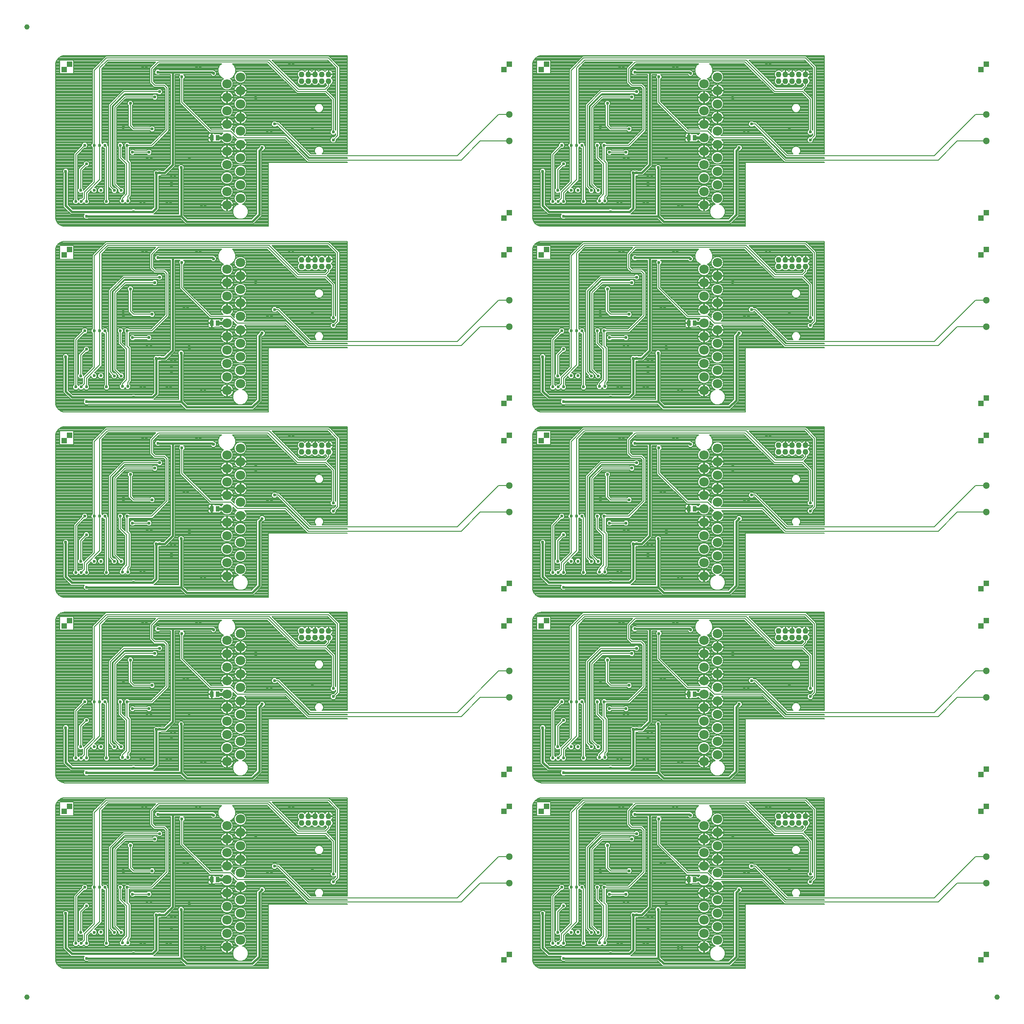
<source format=gbr>
*
%FSLAX26Y26*%
%MOIN*%
%ADD10C,0.043310*%
%ADD11C,0.070870*%
%ADD12R,0.031500X0.039370*%
%ADD13R,0.039370X0.039370*%
%ADD14C,0.007870*%
%ADD15C,0.023620*%
%ADD16C,0.016000*%
%ADD17C,0.051180*%
%ADD18C,0.024000*%
%ADD19C,0.039370*%
%IPPOS*%
%LNbot.gbr*%
%LPD*%
G75*
G54D10*
X02236621Y01539171D03*
Y01489171D03*
X02286621Y01539171D03*
Y01489171D03*
X02336621Y01539171D03*
Y01489171D03*
X02386621Y01539171D03*
Y01489171D03*
X02436621Y01539171D03*
Y01489171D03*
G54D11*
X01782291Y01518301D03*
X01682291Y01468301D03*
X01782291Y01418301D03*
X01682291Y01368301D03*
X01782291Y01318301D03*
X01682291Y01268301D03*
X01782291Y01218301D03*
X01682291Y01168301D03*
X01782291Y01118301D03*
X01682291Y01068301D03*
X01782291Y01018301D03*
X01682291Y00968301D03*
X01782291Y00918301D03*
X01682291Y00868301D03*
X01782291Y00818301D03*
X01682291Y00768301D03*
X01782291Y00718301D03*
X01682291Y00668301D03*
X01782291Y00618301D03*
X01682291Y00568301D03*
G54D12*
X01569931Y01067911D03*
X01611181D03*
G54D13*
X00511811Y01614171D03*
X00472441Y01574801D03*
X03779531Y01614171D03*
X03740161Y01574801D03*
X03779531Y00511811D03*
X03740161Y00472441D03*
G54D14*
X02427171Y01423421D02*
X02450401Y01446651D01*
Y01460781D01*
X02454461Y01462471D01*
X02463321Y01471331D01*
X02468111Y01482901D01*
Y01495431D01*
X02463321Y01507011D01*
X02457471Y01512861D01*
X02457951Y01513171D01*
X02462611Y01517841D01*
X02466271Y01523321D01*
X02468801Y01529411D01*
X02470081Y01535871D01*
Y01537201D01*
X02438591D01*
Y01541141D01*
X02470081D01*
Y01542461D01*
X02468801Y01548931D01*
X02466271Y01555021D01*
X02462611Y01560501D01*
X02457951Y01565161D01*
X02452471Y01568821D01*
X02446381Y01571351D01*
X02439911Y01572631D01*
X02438591D01*
Y01541141D01*
X02434651D01*
Y01572631D01*
X02433321D01*
X02426861Y01571351D01*
X02420771Y01568821D01*
X02415291Y01565161D01*
X02410621Y01560501D01*
X02410311Y01560021D01*
X02404461Y01565871D01*
X02392881Y01570661D01*
X02380351D01*
X02368781Y01565871D01*
X02362931Y01560021D01*
X02362611Y01560501D01*
X02357951Y01565161D01*
X02352471Y01568821D01*
X02346381Y01571351D01*
X02339911Y01572631D01*
X02338591D01*
Y01541141D01*
X02334651D01*
Y01572631D01*
X02333321D01*
X02326861Y01571351D01*
X02320771Y01568821D01*
X02315291Y01565161D01*
X02311621Y01561491D01*
X02307951Y01565161D01*
X02302471Y01568821D01*
X02296381Y01571351D01*
X02289911Y01572631D01*
X02288591D01*
Y01541141D01*
X02284651D01*
Y01572631D01*
X02283321D01*
X02276861Y01571351D01*
X02270771Y01568821D01*
X02265291Y01565161D01*
X02260621Y01560501D01*
X02260311Y01560021D01*
X02254461Y01565871D01*
X02242881Y01570661D01*
X02230351D01*
X02218781Y01565871D01*
X02209921Y01557011D01*
X02205121Y01545431D01*
Y01532901D01*
X02209921Y01521331D01*
X02217081Y01514171D01*
X02209921Y01507011D01*
X02205121Y01495431D01*
Y01482901D01*
X02209921Y01471331D01*
X02218781Y01462471D01*
X02230351Y01457671D01*
X02242881D01*
X02254461Y01462471D01*
X02261621Y01469631D01*
X02268781Y01462471D01*
X02280351Y01457671D01*
X02292881D01*
X02304461Y01462471D01*
X02311621Y01469631D01*
X02318781Y01462471D01*
X02330351Y01457671D01*
X02342881D01*
X02354461Y01462471D01*
X02361621Y01469631D01*
X02368781Y01462471D01*
X02380351Y01457671D01*
X02392881D01*
X02404461Y01462471D01*
X02411621Y01469631D01*
X02418781Y01462471D01*
X02422841Y01460781D01*
Y01458061D01*
X02407681Y01442911D01*
X02218311D01*
X02015551Y01645661D01*
X02429341D01*
X02490161Y01584841D01*
Y01123141D01*
X02486221Y01127071D01*
Y01360031D01*
X02425001Y01421251D01*
X02427171Y01423421D01*
X02303151Y01537201D02*
X02288591D01*
Y01541141D01*
X02334651D01*
Y01537201D01*
X02303151D01*
X01903421Y00503451D02*
X01862691Y00462721D01*
X01389281D01*
X01360371Y00491641D01*
X01359381Y00492621D01*
Y00833671D01*
X01363191Y00837481D01*
Y00855421D01*
X01350511Y00868101D01*
X01332571D01*
X01319891Y00855421D01*
Y00837481D01*
X01323701Y00833671D01*
Y00502091D01*
X01139541D01*
X01148751Y00511311D01*
X01175331Y00537881D01*
Y00785431D01*
X01190081D01*
X01193891Y00789241D01*
X01227871D01*
X01238321Y00799691D01*
X01286921Y00848291D01*
D03*
X01297371Y00858751D01*
Y01536481D01*
X01332641D01*
X01324811Y01528651D01*
Y01510711D01*
X01332681Y01502841D01*
Y01325001D01*
X01545281Y01112401D01*
X01553351Y01104331D01*
X01654281D01*
X01643901Y01093951D01*
X01642171Y01089751D01*
X01636771D01*
Y01091671D01*
X01631001Y01097441D01*
X01592251D01*
X01590241Y01098601D01*
X01587231Y01099401D01*
X01573871D01*
Y01071851D01*
X01565991D01*
Y01099401D01*
X01552631D01*
X01549621Y01098601D01*
X01546931Y01097041D01*
X01544731Y01094851D01*
X01543181Y01092151D01*
X01542371Y01089151D01*
Y01071841D01*
X01565991D01*
Y01063971D01*
X01542371D01*
Y01046671D01*
X01543181Y01043661D01*
X01544731Y01040971D01*
X01546931Y01038771D01*
X01549621Y01037221D01*
X01552631Y01036411D01*
X01565991D01*
Y01063971D01*
X01573871D01*
Y01036411D01*
X01587231D01*
X01590241Y01037221D01*
X01592251Y01038381D01*
X01631001D01*
X01636771Y01044151D01*
Y01046071D01*
X01642491D01*
X01643901Y01042661D01*
X01656641Y01029921D01*
X01673281Y01023031D01*
X01691291D01*
X01707931Y01029921D01*
X01720671Y01042661D01*
X01727561Y01059301D01*
Y01077311D01*
X01725861Y01081431D01*
X01744101Y01063181D01*
X01752171Y01055111D01*
X01752581D01*
X01751511Y01054341D01*
X01746251Y01049081D01*
X01741881Y01043061D01*
X01738501Y01036441D01*
X01736211Y01029361D01*
X01735081Y01022241D01*
X01778351D01*
Y01014361D01*
X01735081D01*
X01736211Y01007241D01*
X01738501Y01000171D01*
X01741881Y00993541D01*
X01746251Y00987521D01*
X01751511Y00982271D01*
X01757531Y00977901D01*
X01764151Y00974521D01*
X01771221Y00972221D01*
X01778351Y00971091D01*
Y01014361D01*
X01786221D01*
Y00971091D01*
X01793351Y00972221D01*
X01800421Y00974521D01*
X01807051Y00977901D01*
X01813061Y00982271D01*
X01818321Y00987521D01*
X01822691Y00993541D01*
X01826071Y01000171D01*
X01828371Y01007241D01*
X01829501Y01014361D01*
X01786221D01*
Y01022241D01*
X01829501D01*
X01828371Y01029361D01*
X01826071Y01036441D01*
X01822691Y01043061D01*
X01818321Y01049081D01*
X01813061Y01054341D01*
X01812001Y01055111D01*
X02111421D01*
X02278741Y00887791D01*
X02574811D01*
Y00885821D01*
X01990501D01*
X01988191Y00883521D01*
Y00409441D01*
X00476381D01*
X00465911Y00410271D01*
D03*
X00446001Y00416741D01*
X00429061Y00429051D01*
X00416751Y00445991D01*
X00410281Y00465901D01*
X00409451Y00476371D01*
Y01610231D01*
X00410281Y01620701D01*
X00416751Y01640621D01*
X00429061Y01657561D01*
X00446001Y01669871D01*
X00465911Y01676341D01*
X00476381Y01677161D01*
X02574811D01*
Y00946851D01*
X02389181D01*
X02394351Y00952021D01*
X02399411Y00964241D01*
Y00977481D01*
X02394351Y00989711D01*
X02384991Y00999061D01*
X02372761Y01004131D01*
X02359531D01*
X02347301Y00999061D01*
X02337941Y00989711D01*
X02332881Y00977481D01*
Y00964241D01*
X02337941Y00952021D01*
X02343111Y00946851D01*
X02304921D01*
X02068701Y01183071D01*
X02052281D01*
X02044411Y01190941D01*
X02026471D01*
X02013781Y01178261D01*
Y01160321D01*
X02026471Y01147631D01*
X02044411D01*
X02052281Y01155511D01*
X02057291D01*
X02285441Y00927361D01*
X02293511Y00919291D01*
X02574811D01*
Y00915351D01*
X02290161D01*
X02122841Y01082671D01*
X01810691D01*
X01820671Y01092661D01*
X01827561Y01109301D01*
Y01127311D01*
X01820671Y01143951D01*
X01807931Y01156681D01*
X01791291Y01163581D01*
X01773281D01*
X01756641Y01156681D01*
X01743901Y01143951D01*
X01737011Y01127311D01*
Y01109301D01*
X01737051Y01109211D01*
X01722441Y01123811D01*
X01714371Y01131881D01*
X01712541D01*
X01713061Y01132271D01*
X01718321Y01137521D01*
X01722691Y01143541D01*
X01726071Y01150171D01*
X01728371Y01157241D01*
X01729501Y01164361D01*
X01686221D01*
Y01172241D01*
X01729501D01*
X01728371Y01179361D01*
X01726071Y01186441D01*
X01722691Y01193061D01*
X01718321Y01199081D01*
X01713061Y01204341D01*
X01707051Y01208711D01*
X01700421Y01212081D01*
X01693351Y01214381D01*
X01686221Y01215511D01*
Y01172241D01*
X01678351D01*
Y01215511D01*
X01671221Y01214381D01*
X01664151Y01212081D01*
X01657531Y01208711D01*
X01651511Y01204341D01*
X01646251Y01199081D01*
X01641881Y01193061D01*
X01638501Y01186441D01*
X01636211Y01179361D01*
X01635081Y01172241D01*
X01678351D01*
Y01164361D01*
X01635081D01*
X01636211Y01157241D01*
X01638501Y01150171D01*
X01641881Y01143541D01*
X01646251Y01137521D01*
X01651511Y01132271D01*
X01652041Y01131881D01*
X01564771D01*
X01360241Y01336411D01*
Y01502841D01*
X01368111Y01510711D01*
Y01528651D01*
X01360281Y01536481D01*
X01561241D01*
X01572921Y01524801D01*
X01590861D01*
X01603551Y01537481D01*
Y01555421D01*
X01590861Y01568101D01*
X01585471D01*
X01581411Y01572171D01*
X01181291D01*
X01177481Y01575981D01*
X01159541D01*
X01146851Y01563291D01*
Y01545361D01*
X01159541Y01532671D01*
X01177481D01*
X01181291Y01536481D01*
X01261691D01*
Y00873531D01*
X01213091Y00824921D01*
X01193891D01*
X01190081Y00828731D01*
X01172141D01*
X01169301Y00825891D01*
X01166451Y00828731D01*
X01148511D01*
X01135831Y00816051D01*
Y00798111D01*
X01139641Y00794301D01*
Y00552661D01*
X01123521Y00536541D01*
X01000971D01*
X00997161Y00540351D01*
X00979221D01*
X00975411Y00536541D01*
X00535941D01*
X00502101Y00570381D01*
Y00806111D01*
X00505911Y00809921D01*
Y00827861D01*
X00493221Y00840551D01*
X00475291D01*
X00462601Y00827861D01*
Y00809921D01*
X00466411Y00806111D01*
Y00555601D01*
X00476871Y00545141D01*
X00521161Y00500851D01*
X00623781D01*
X00616151Y00493221D01*
Y00475281D01*
X00628831Y00462591D01*
X00646771D01*
X00650581Y00466401D01*
X01335131D01*
X01374501Y00427031D01*
X01877471D01*
X01887921Y00437491D01*
X01939111Y00488671D01*
Y00965051D01*
X01946501Y00972441D01*
X01951891D01*
X01964571Y00985121D01*
Y01003061D01*
X01951891Y01015741D01*
X01933951D01*
X01921261Y01003061D01*
Y00997671D01*
X01903421Y00979831D01*
Y00965051D01*
Y00503451D01*
X00767131Y00668781D02*
Y00686721D01*
X00754451Y00699401D01*
X00736511D01*
X00723821Y00686721D01*
Y00668781D01*
X00736511Y00656101D01*
X00754451D01*
X00767131Y00668781D01*
X01124021Y00951661D02*
Y00969591D01*
X01111341Y00982281D01*
X01093401D01*
X01085521Y00974401D01*
X00997161D01*
X00989291Y00982281D01*
X00971351D01*
X00958671Y00969591D01*
Y00951661D01*
X00971351Y00938971D01*
X00989291D01*
X00997161Y00946851D01*
X01085521D01*
X01093401Y00938971D01*
X01111341D01*
X01124021Y00951661D01*
X00903551Y00926961D02*
Y00994961D01*
X00911421Y01002841D01*
Y01020781D01*
X00898741Y01033461D01*
X00880801D01*
X00868111Y01020781D01*
Y01002841D01*
X00875991Y00994961D01*
Y00915551D01*
X00884061Y00907481D01*
X00923231Y00868301D01*
Y00655311D01*
X00891741Y00623811D01*
Y00615261D01*
X00883861Y00607391D01*
Y00589451D01*
X00896551Y00576771D01*
X00914481D01*
X00925201Y00587481D01*
X00935921Y00576771D01*
X00953851D01*
X00966541Y00589451D01*
Y00607391D01*
X00958671Y00615261D01*
Y00624211D01*
X00962401Y00627951D01*
X00970481Y00636021D01*
Y00887591D01*
X00954731Y00903341D01*
Y00994961D01*
X00957791Y00998031D01*
X01127761D01*
X01241931Y01112201D01*
X01250001Y01120271D01*
Y01442711D01*
X01241931Y01450781D01*
X01222251Y01470471D01*
X01151381D01*
X01135831Y01486021D01*
Y01574801D01*
X01178941Y01617911D01*
X01641601D01*
X01627221Y01603521D01*
X01617331Y01579651D01*
Y01553811D01*
X01627221Y01529931D01*
X01645491Y01511661D01*
X01657071Y01506861D01*
X01656641Y01506681D01*
X01643901Y01493951D01*
X01637011Y01477311D01*
Y01459301D01*
X01643901Y01442661D01*
X01656641Y01429921D01*
X01673281Y01423031D01*
X01691291D01*
X01707931Y01429921D01*
X01720671Y01442661D01*
X01727561Y01459301D01*
Y01477311D01*
X01720671Y01493951D01*
X01707931Y01506681D01*
X01707511Y01506861D01*
X01719081Y01511661D01*
X01737361Y01529931D01*
X01747251Y01553811D01*
Y01579651D01*
X01737361Y01603521D01*
X01722971Y01617911D01*
X01980911D01*
X02201191Y01397631D01*
X02409651D01*
X02458671Y01348621D01*
Y01127071D01*
X02450791Y01119201D01*
Y01101261D01*
X02463481Y01088581D01*
X02481411D01*
X02490161Y01097331D01*
Y01088381D01*
X02474611Y01072831D01*
X02463481D01*
X02450791Y01060151D01*
Y01042211D01*
X02463481Y01029521D01*
X02481411D01*
X02494101Y01042211D01*
Y01053341D01*
X02509651Y01068891D01*
X02517721Y01076961D01*
Y01596251D01*
X02509651Y01604331D01*
X02448821Y01665151D01*
X02440751Y01673221D01*
X00781701D01*
X00689771Y01581291D01*
X00681701Y01573221D01*
Y01029041D01*
X00673821Y01021171D01*
Y01003231D01*
X00681701Y00995361D01*
Y00744481D01*
X00616151Y00678931D01*
Y00686131D01*
X00608271Y00694001D01*
Y00825001D01*
X00635631Y00852361D01*
X00646771D01*
X00659451Y00865041D01*
Y00882981D01*
X00646771Y00895661D01*
X00628831D01*
X00616151Y00882981D01*
Y00871841D01*
X00580711Y00836411D01*
Y00694001D01*
X00572841Y00686131D01*
Y00668191D01*
X00585521Y00655511D01*
X00603461D01*
X00608271Y00660321D01*
Y00623811D01*
X00600601Y00616141D01*
X00589461D01*
X00578741Y00605421D01*
X00572841Y00611331D01*
Y00939171D01*
X00623821Y00990151D01*
X00634961D01*
X00647641Y01002841D01*
Y01020781D01*
X00634961Y01033461D01*
X00617021D01*
X00604331Y01020781D01*
Y01009641D01*
X00545281Y00950581D01*
Y00611331D01*
X00537411Y00603451D01*
Y00585511D01*
X00550091Y00572831D01*
X00568031D01*
X00578741Y00583551D01*
X00589461Y00572831D01*
X00607401D01*
X00618111Y00583551D01*
X00628831Y00572831D01*
X00646771D01*
X00659451Y00585511D01*
Y00603451D01*
X00651581Y00611331D01*
Y00651771D01*
X00673821Y00674011D01*
Y00668581D01*
X00686511Y00655901D01*
X00704451D01*
X00717131Y00668581D01*
Y00686521D01*
X00704451Y00699211D01*
X00699021D01*
X00751381Y00751571D01*
Y00995551D01*
X00756301Y01000471D01*
X00766631Y00990151D01*
X00773631D01*
Y00611331D01*
X00765751Y00603451D01*
Y00585511D01*
X00778441Y00572831D01*
X00796371D01*
X00809061Y00585511D01*
Y00603451D01*
X00801181Y00611331D01*
Y01005701D01*
X00797251Y01009641D01*
Y01020781D01*
X00784561Y01033461D01*
X00766631D01*
X00756891Y01023731D01*
X00751381Y01029241D01*
Y01582281D01*
X00800991Y01631881D01*
X01153941D01*
X01116341Y01594291D01*
D03*
X01108271Y01586211D01*
Y01474601D01*
X01116341Y01466531D01*
X01131891Y01450981D01*
X01139971Y01442911D01*
X01210831D01*
X01222441Y01431291D01*
Y01131691D01*
X01116341Y01025591D01*
X00957791D01*
X00949921Y01033461D01*
X00931981D01*
X00919301Y01020781D01*
Y01002841D01*
X00927171Y00994961D01*
Y00903341D01*
X00903551Y00926961D01*
X00867131Y00668191D02*
Y00686131D01*
X00854451Y00698811D01*
X00843311D01*
X00828741Y00713381D01*
Y01301371D01*
X00923031Y01395661D01*
X01164261D01*
X01172141Y01387791D01*
X01190081D01*
X01202761Y01400471D01*
Y01418411D01*
X01190081Y01431101D01*
X01172141D01*
X01164261Y01423221D01*
X00911621D01*
X00809261Y01320861D01*
X00801181Y01312791D01*
Y00701961D01*
X00809261Y00693891D01*
X00823821Y00679331D01*
Y00668191D01*
X00836511Y00655511D01*
X00854451D01*
X00867131Y00668191D01*
X01147641Y01124881D02*
Y01142821D01*
X01134961Y01155511D01*
X01117021D01*
X01109141Y01147631D01*
X00993901D01*
X00978351Y01163181D01*
Y01305991D01*
X00986221Y01313861D01*
Y01331801D01*
X00973541Y01344481D01*
X00955601D01*
X00942921Y01331801D01*
Y01313861D01*
X00950791Y01305991D01*
Y01151771D01*
X00958861Y01143701D01*
X00982481Y01120071D01*
X01109141D01*
X01117021Y01112201D01*
X01134961D01*
X01147641Y01124881D01*
X01671221Y00922221D02*
X01678351Y00921091D01*
Y00964361D01*
X01686221D01*
Y00921091D01*
X01693351Y00922221D01*
X01700421Y00924521D01*
X01707051Y00927901D01*
X01713061Y00932271D01*
X01718321Y00937521D01*
X01722691Y00943541D01*
X01726071Y00950171D01*
X01728371Y00957241D01*
X01729501Y00964361D01*
X01686221D01*
Y00972241D01*
X01729501D01*
X01728371Y00979361D01*
X01726071Y00986441D01*
X01722691Y00993061D01*
X01718321Y00999081D01*
X01713061Y01004341D01*
X01707051Y01008711D01*
X01700421Y01012081D01*
X01693351Y01014381D01*
X01686221Y01015511D01*
Y00972241D01*
X01678351D01*
Y01015511D01*
X01671221Y01014381D01*
X01664151Y01012081D01*
X01657531Y01008711D01*
X01651511Y01004341D01*
X01646251Y00999081D01*
X01641881Y00993061D01*
X01638501Y00986441D01*
X01636211Y00979361D01*
X01635081Y00972241D01*
X01678351D01*
Y00964361D01*
X01635081D01*
X01636211Y00957241D01*
X01638501Y00950171D01*
X01641881Y00943541D01*
X01646251Y00937521D01*
X01651511Y00932271D01*
X01657531Y00927901D01*
X01664151Y00924521D01*
X01671221Y00922221D01*
Y01322221D02*
X01678351Y01321091D01*
Y01364361D01*
X01686221D01*
Y01321091D01*
X01693351Y01322221D01*
X01700421Y01324521D01*
X01707051Y01327901D01*
X01713061Y01332271D01*
X01718321Y01337521D01*
X01722691Y01343541D01*
X01726071Y01350171D01*
X01728371Y01357241D01*
X01729501Y01364361D01*
X01686221D01*
Y01372241D01*
X01729501D01*
X01728371Y01379361D01*
X01726071Y01386441D01*
X01722691Y01393061D01*
X01718321Y01399081D01*
X01713061Y01404341D01*
X01707051Y01408711D01*
X01700421Y01412081D01*
X01693351Y01414381D01*
X01686221Y01415511D01*
Y01372241D01*
X01678351D01*
Y01415511D01*
X01671221Y01414381D01*
X01664151Y01412081D01*
X01657531Y01408711D01*
X01651511Y01404341D01*
X01646251Y01399081D01*
X01641881Y01393061D01*
X01638501Y01386441D01*
X01636211Y01379361D01*
X01635081Y01372241D01*
X01678351D01*
Y01364361D01*
X01635081D01*
X01636211Y01357241D01*
X01638501Y01350171D01*
X01641881Y01343541D01*
X01646251Y01337521D01*
X01651511Y01332271D01*
X01657531Y01327901D01*
X01664151Y01324521D01*
X01671221Y01322221D01*
X00543311Y01545611D02*
Y01643361D01*
X00541001Y01645661D01*
X00443251D01*
X00440951Y01643361D01*
Y01545611D01*
X00443251Y01543301D01*
X00541001D01*
X00543311Y01545611D01*
X02399411Y01282351D02*
Y01295591D01*
X02394351Y01307821D01*
X02384991Y01317171D01*
X02372761Y01322241D01*
X02359531D01*
X02347301Y01317171D01*
X02337941Y01307821D01*
X02332881Y01295591D01*
Y01282351D01*
X02337941Y01270131D01*
X02347301Y01260771D01*
X02359531Y01255701D01*
X02372761D01*
X02384991Y01260771D01*
X02394351Y01270131D01*
X02399411Y01282351D01*
X01827561Y01509301D02*
Y01527311D01*
X01820671Y01543951D01*
X01807931Y01556681D01*
X01791291Y01563581D01*
X01773281D01*
X01756641Y01556681D01*
X01743901Y01543951D01*
X01737011Y01527311D01*
Y01509301D01*
X01743901Y01492661D01*
X01756641Y01479921D01*
X01773281Y01473031D01*
X01791291D01*
X01807931Y01479921D01*
X01820671Y01492661D01*
X01827561Y01509301D01*
X01771221Y01372221D02*
X01778351Y01371091D01*
Y01414361D01*
X01786221D01*
Y01371091D01*
X01793351Y01372221D01*
X01800421Y01374521D01*
X01807051Y01377901D01*
X01813061Y01382271D01*
X01818321Y01387521D01*
X01822691Y01393541D01*
X01826071Y01400171D01*
X01828371Y01407241D01*
X01829501Y01414361D01*
X01786221D01*
Y01422241D01*
X01829501D01*
X01828371Y01429361D01*
X01826071Y01436441D01*
X01822691Y01443061D01*
X01818321Y01449081D01*
X01813061Y01454341D01*
X01807051Y01458711D01*
X01800421Y01462081D01*
X01793351Y01464381D01*
X01786221Y01465511D01*
Y01422241D01*
X01778351D01*
Y01465511D01*
X01771221Y01464381D01*
X01764151Y01462081D01*
X01757531Y01458711D01*
X01751511Y01454341D01*
X01746251Y01449081D01*
X01741881Y01443061D01*
X01738501Y01436441D01*
X01736211Y01429361D01*
X01735081Y01422241D01*
X01778351D01*
Y01414361D01*
X01735081D01*
X01736211Y01407241D01*
X01738501Y01400171D01*
X01741881Y01393541D01*
X01746251Y01387521D01*
X01751511Y01382271D01*
X01757531Y01377901D01*
X01764151Y01374521D01*
X01771221Y01372221D01*
X01827561Y01309301D02*
Y01327311D01*
X01820671Y01343951D01*
X01807931Y01356681D01*
X01791291Y01363581D01*
X01773281D01*
X01756641Y01356681D01*
X01743901Y01343951D01*
X01737011Y01327311D01*
Y01309301D01*
X01743901Y01292661D01*
X01756641Y01279921D01*
X01773281Y01273031D01*
X01791291D01*
X01807931Y01279921D01*
X01820671Y01292661D01*
X01827561Y01309301D01*
X01727561Y01259301D02*
Y01277311D01*
X01720671Y01293951D01*
X01707931Y01306681D01*
X01691291Y01313581D01*
X01673281D01*
X01656641Y01306681D01*
X01643901Y01293951D01*
X01637011Y01277311D01*
Y01259301D01*
X01643901Y01242661D01*
X01656641Y01229921D01*
X01673281Y01223031D01*
X01691291D01*
X01707931Y01229921D01*
X01720671Y01242661D01*
X01727561Y01259301D01*
X01771221Y01172221D02*
X01778351Y01171091D01*
Y01214361D01*
X01786221D01*
Y01171091D01*
X01793351Y01172221D01*
X01800421Y01174521D01*
X01807051Y01177901D01*
X01813061Y01182271D01*
X01818321Y01187521D01*
X01822691Y01193541D01*
X01826071Y01200171D01*
X01828371Y01207241D01*
X01829501Y01214361D01*
X01786221D01*
Y01222241D01*
X01829501D01*
X01828371Y01229361D01*
X01826071Y01236441D01*
X01822691Y01243061D01*
X01818321Y01249081D01*
X01813061Y01254341D01*
X01807051Y01258711D01*
X01800421Y01262081D01*
X01793351Y01264381D01*
X01786221Y01265511D01*
Y01222241D01*
X01778351D01*
Y01265511D01*
X01771221Y01264381D01*
X01764151Y01262081D01*
X01757531Y01258711D01*
X01751511Y01254341D01*
X01746251Y01249081D01*
X01741881Y01243061D01*
X01738501Y01236441D01*
X01736211Y01229361D01*
X01735081Y01222241D01*
X01778351D01*
Y01214361D01*
X01735081D01*
X01736211Y01207241D01*
X01738501Y01200171D01*
X01741881Y01193541D01*
X01746251Y01187521D01*
X01751511Y01182271D01*
X01757531Y01177901D01*
X01764151Y01174521D01*
X01771221Y01172221D01*
X01827561Y00909301D02*
Y00927311D01*
X01820671Y00943951D01*
X01807931Y00956681D01*
X01791291Y00963581D01*
X01773281D01*
X01756641Y00956681D01*
X01743901Y00943951D01*
X01737011Y00927311D01*
Y00909301D01*
X01743901Y00892661D01*
X01756641Y00879921D01*
X01773281Y00873031D01*
X01791291D01*
X01807931Y00879921D01*
X01820671Y00892661D01*
X01827561Y00909301D01*
X01727561Y00859301D02*
Y00877311D01*
X01720671Y00893951D01*
X01707931Y00906681D01*
X01691291Y00913581D01*
X01673281D01*
X01656641Y00906681D01*
X01643901Y00893951D01*
X01637011Y00877311D01*
Y00859301D01*
X01643901Y00842661D01*
X01656641Y00829921D01*
X01673281Y00823031D01*
X01691291D01*
X01707931Y00829921D01*
X01720671Y00842661D01*
X01727561Y00859301D01*
X01827561Y00809301D02*
Y00827311D01*
X01820671Y00843951D01*
X01807931Y00856681D01*
X01791291Y00863581D01*
X01773281D01*
X01756641Y00856681D01*
X01743901Y00843951D01*
X01737011Y00827311D01*
Y00809301D01*
X01743901Y00792661D01*
X01756641Y00779921D01*
X01773281Y00773031D01*
X01791291D01*
X01807931Y00779921D01*
X01820671Y00792661D01*
X01827561Y00809301D01*
X01727561Y00759301D02*
Y00777311D01*
X01720671Y00793951D01*
X01707931Y00806681D01*
X01691291Y00813581D01*
X01673281D01*
X01656641Y00806681D01*
X01643901Y00793951D01*
X01637011Y00777311D01*
Y00759301D01*
X01643901Y00742661D01*
X01656641Y00729921D01*
X01673281Y00723031D01*
X01691291D01*
X01707931Y00729921D01*
X01720671Y00742661D01*
X01727561Y00759301D01*
X01827561Y00709301D02*
Y00727311D01*
X01820671Y00743951D01*
X01807931Y00756681D01*
X01791291Y00763581D01*
X01773281D01*
X01756641Y00756681D01*
X01743901Y00743951D01*
X01737011Y00727311D01*
Y00709301D01*
X01743901Y00692661D01*
X01756641Y00679921D01*
X01773281Y00673031D01*
X01791291D01*
X01807931Y00679921D01*
X01820671Y00692661D01*
X01827561Y00709301D01*
X01727561Y00659301D02*
Y00677311D01*
X01720671Y00693951D01*
X01707931Y00706681D01*
X01691291Y00713581D01*
X01673281D01*
X01656641Y00706681D01*
X01643901Y00693951D01*
X01637011Y00677311D01*
Y00659301D01*
X01643901Y00642661D01*
X01656641Y00629921D01*
X01673281Y00623031D01*
X01691291D01*
X01707931Y00629921D01*
X01720671Y00642661D01*
X01727561Y00659301D01*
X01827561Y00609301D02*
Y00627311D01*
X01820671Y00643951D01*
X01807931Y00656681D01*
X01791291Y00663581D01*
X01773281D01*
X01756641Y00656681D01*
X01743901Y00643951D01*
X01737011Y00627311D01*
Y00609301D01*
X01743901Y00592661D01*
X01756641Y00579921D01*
X01767351Y00575481D01*
X01749951Y00568271D01*
X01733891Y00552211D01*
X01725201Y00531231D01*
Y00508521D01*
X01733891Y00487541D01*
X01749951Y00471481D01*
X01770931Y00462791D01*
X01793641D01*
X01814621Y00471481D01*
X01830681Y00487541D01*
X01839371Y00508521D01*
Y00531231D01*
X01830681Y00552211D01*
X01814621Y00568271D01*
X01797221Y00575481D01*
X01807931Y00579921D01*
X01820671Y00592661D01*
X01827561Y00609301D01*
X01671221Y00522221D02*
X01678351Y00521091D01*
Y00564361D01*
X01686221D01*
Y00521091D01*
X01693351Y00522221D01*
X01700421Y00524521D01*
X01707051Y00527901D01*
X01713061Y00532271D01*
X01718321Y00537521D01*
X01722691Y00543541D01*
X01726071Y00550171D01*
X01728371Y00557241D01*
X01729501Y00564361D01*
X01686221D01*
Y00572241D01*
X01729501D01*
X01728371Y00579361D01*
X01726071Y00586441D01*
X01722691Y00593061D01*
X01718321Y00599081D01*
X01713061Y00604341D01*
X01707051Y00608711D01*
X01700421Y00612081D01*
X01693351Y00614381D01*
X01686221Y00615511D01*
Y00572241D01*
X01678351D01*
Y00615511D01*
X01671221Y00614381D01*
X01664151Y00612081D01*
X01657531Y00608711D01*
X01651511Y00604341D01*
X01646251Y00599081D01*
X01641881Y00593061D01*
X01638501Y00586441D01*
X01636211Y00579361D01*
X01635081Y00572241D01*
X01678351D01*
Y00564361D01*
X01635081D01*
X01636211Y00557241D01*
X01638501Y00550171D01*
X01641881Y00543541D01*
X01646251Y00537521D01*
X01651511Y00532271D01*
X01657531Y00527901D01*
X01664151Y00524521D01*
X01671221Y00522221D01*
X00917331Y00668191D02*
Y00686131D01*
X00904641Y00698811D01*
X00893511D01*
X00864181Y00728141D01*
Y01289561D01*
X00930911Y01356291D01*
X01128831D01*
X01136701Y01348421D01*
X01154641D01*
X01167331Y01361101D01*
Y01379041D01*
X01154641Y01391731D01*
X01136701D01*
X01128831Y01383851D01*
X00919491D01*
X00836621Y01300981D01*
Y00716731D01*
X00844691Y00708661D01*
X00874021Y00679331D01*
Y00668191D01*
X00886701Y00655511D01*
X00904641D01*
X00917331Y00668191D01*
X00445261Y00417271D02*
X01988191D01*
Y00425131D02*
X00434441D01*
X00426191Y00432991D02*
X01368551D01*
X01883431D02*
X01988191D01*
X01360691Y00440851D02*
X00420481D01*
X01891291D02*
X01988191D01*
X01352831Y00448711D02*
X00415861D01*
X01899151D02*
X01988191D01*
X01344971Y00456571D02*
X00413311D01*
X01907011D02*
X01988191D01*
X00627001Y00464431D02*
X00410761D01*
X00648601D02*
X01337111D01*
X01387581D02*
X01766981D01*
X01797601D02*
X01864401D01*
X01914871D02*
X01988191D01*
X00619141Y00472291D02*
X00409771D01*
X01379721D02*
X01749141D01*
X01815431D02*
X01872261D01*
X01922731D02*
X01988191D01*
X00616151Y00480151D02*
X00409451D01*
X01371861D02*
X01741291D01*
X01823291D02*
X01880121D01*
X01930581D02*
X01988191D01*
X00616151Y00488011D02*
X00409451D01*
X01364001D02*
X01733701D01*
X01830881D02*
X01887981D01*
X01938441D02*
X01988191D01*
X00618791Y00495861D02*
X00409451D01*
X01359381D02*
X01730441D01*
X01834131D02*
X01895841D01*
X01939111D02*
X01988191D01*
X00518291Y00503721D02*
X00409451D01*
X01141171D02*
X01323701D01*
X01359381D02*
X01727191D01*
X01837391D02*
X01903421D01*
X01939111D02*
X01988191D01*
X00510431Y00511581D02*
X00409451D01*
X01149031D02*
X01323701D01*
X01359381D02*
X01725201D01*
X01839371D02*
X01903421D01*
X01939111D02*
X01988191D01*
X00502571Y00519441D02*
X00409451D01*
X01156891D02*
X01323701D01*
X01359381D02*
X01725201D01*
X01839371D02*
X01903421D01*
X01939111D02*
X01988191D01*
X00494711Y00527301D02*
X00409451D01*
X01164751D02*
X01323701D01*
X01359381D02*
X01658691D01*
X01678351D02*
X01686221D01*
X01705881D02*
X01725201D01*
X01839371D02*
X01903421D01*
X01939111D02*
X01988191D01*
X00486851Y00535161D02*
X00409451D01*
X01172611D02*
X01323701D01*
X01359381D02*
X01648621D01*
X01678351D02*
X01686221D01*
X01715961D02*
X01726831D01*
X01837751D02*
X01903421D01*
X01939111D02*
X01988191D01*
X00478991Y00543021D02*
X00409451D01*
X00529461D02*
X01130001D01*
X01175331D02*
X01323701D01*
X01359381D02*
X01642261D01*
X01678351D02*
X01686221D01*
X01722311D02*
X01730081D01*
X01834491D02*
X01903421D01*
X01939111D02*
X01988191D01*
X00471131Y00550881D02*
X00409451D01*
X00521601D02*
X01137861D01*
X01175331D02*
X01323701D01*
X01359381D02*
X01638271D01*
X01678351D02*
X01686221D01*
X01726301D02*
X01733341D01*
X01831241D02*
X01903421D01*
X01939111D02*
X01988191D01*
X00466411Y00558741D02*
X00409451D01*
X00513741D02*
X01139641D01*
X01175331D02*
X01323701D01*
X01359381D02*
X01635971D01*
X01678351D02*
X01686221D01*
X01728611D02*
X01740421D01*
X01824161D02*
X01903421D01*
X01939111D02*
X01988191D01*
X00466411Y00566601D02*
X00409451D01*
X00505881D02*
X01139641D01*
X01175331D02*
X01323701D01*
X01359381D02*
X01678351D01*
X01686221D02*
X01748271D01*
X01816301D02*
X01903421D01*
X01939111D02*
X01988191D01*
X00466411Y00574461D02*
X00409451D01*
X00502101D02*
X00548461D01*
X00569651D02*
X00587831D01*
X00609021D02*
X00627201D01*
X00648391D02*
X00776811D01*
X00798001D02*
X01139641D01*
X01175331D02*
X01323701D01*
X01359381D02*
X01635431D01*
X01678351D02*
X01686221D01*
X01729151D02*
X01764881D01*
X01799701D02*
X01903421D01*
X01939111D02*
X01988191D01*
X00466411Y00582311D02*
X00409451D01*
X00502101D02*
X00540601D01*
X00577511D02*
X00579971D01*
X00616881D02*
X00619341D01*
X00656251D02*
X00768951D01*
X00805861D02*
X00891001D01*
X00920031D02*
X00930371D01*
X00959401D02*
X01139641D01*
X01175331D02*
X01323701D01*
X01359381D02*
X01637161D01*
X01678351D02*
X01686221D01*
X01727411D02*
X01754251D01*
X01810331D02*
X01903421D01*
X01939111D02*
X01988191D01*
X00466411Y00590171D02*
X00409451D01*
X00502101D02*
X00537411D01*
X00659451D02*
X00765751D01*
X00809061D02*
X00883861D01*
X00966541D02*
X01139641D01*
X01175331D02*
X01323701D01*
X01359381D02*
X01640411D01*
X01678351D02*
X01686221D01*
X01724171D02*
X01746391D01*
X01818191D02*
X01903421D01*
X01939111D02*
X01988191D01*
X00466411Y00598031D02*
X00409451D01*
X00502101D02*
X00537411D01*
X00659451D02*
X00765751D01*
X00809061D02*
X00883861D01*
X00966541D02*
X01139641D01*
X01175331D02*
X01323701D01*
X01359381D02*
X01645491D01*
X01678351D02*
X01686221D01*
X01719081D02*
X01741681D01*
X01822901D02*
X01903421D01*
X01939111D02*
X01988191D01*
X00466411Y00605891D02*
X00409451D01*
X00502101D02*
X00539851D01*
X00578271D02*
X00579221D01*
X00657011D02*
X00768191D01*
X00806621D02*
X00883861D01*
X00966541D02*
X01139641D01*
X01175331D02*
X01323701D01*
X01359381D02*
X01653651D01*
X01678351D02*
X01686221D01*
X01710931D02*
X01738421D01*
X01826151D02*
X01903421D01*
X01939111D02*
X01988191D01*
X00466411Y00613751D02*
X00409451D01*
X00502101D02*
X00545281D01*
X00572841D02*
X00587071D01*
X00651581D02*
X00773631D01*
X00801181D02*
X00890221D01*
X00960181D02*
X01139641D01*
X01175331D02*
X01323701D01*
X01359381D02*
X01669281D01*
X01678351D02*
X01686221D01*
X01695291D02*
X01737011D01*
X01827561D02*
X01903421D01*
X01939111D02*
X01988191D01*
X00466411Y00621611D02*
X00409451D01*
X00502101D02*
X00545281D01*
X00572841D02*
X00606071D01*
X00651581D02*
X00773631D01*
X00801181D02*
X00891741D01*
X00958671D02*
X01139641D01*
X01175331D02*
X01323701D01*
X01359381D02*
X01737011D01*
X01827561D02*
X01903421D01*
X01939111D02*
X01988191D01*
X00466411Y00629471D02*
X00409451D01*
X00502101D02*
X00545281D01*
X00572841D02*
X00608271D01*
X00651581D02*
X00773631D01*
X00801181D02*
X00897391D01*
X00963931D02*
X01139641D01*
X01175331D02*
X01323701D01*
X01359381D02*
X01657731D01*
X01706851D02*
X01737911D01*
X01826671D02*
X01903421D01*
X01939111D02*
X01988191D01*
X00466411Y00637331D02*
X00409451D01*
X00502101D02*
X00545281D01*
X00572841D02*
X00608271D01*
X00651581D02*
X00773631D01*
X00801181D02*
X00905251D01*
X00970481D02*
X01139641D01*
X01175331D02*
X01323701D01*
X01359381D02*
X01649231D01*
X01715341D02*
X01741161D01*
X01823411D02*
X01903421D01*
X01939111D02*
X01988191D01*
X00466411Y00645191D02*
X00409451D01*
X00502101D02*
X00545281D01*
X00572841D02*
X00608271D01*
X00651581D02*
X00773631D01*
X00801181D02*
X00913111D01*
X00970481D02*
X01139641D01*
X01175331D02*
X01323701D01*
X01359381D02*
X01642861D01*
X01721721D02*
X01745141D01*
X01819431D02*
X01903421D01*
X01939111D02*
X01988191D01*
X00466411Y00653051D02*
X00409451D01*
X00502101D02*
X00545281D01*
X00572841D02*
X00608271D01*
X00652861D02*
X00773631D01*
X00801181D02*
X00920971D01*
X00970481D02*
X01139641D01*
X01175331D02*
X01323701D01*
X01359381D02*
X01639601D01*
X01724971D02*
X01753001D01*
X01811571D02*
X01903421D01*
X01939111D02*
X01988191D01*
X00466411Y00660911D02*
X00409451D01*
X00502101D02*
X00545281D01*
X00572841D02*
X00580121D01*
X00660721D02*
X00681501D01*
X00709451D02*
X00731701D01*
X00759251D02*
X00773631D01*
X00801181D02*
X00831111D01*
X00859841D02*
X00881301D01*
X00910041D02*
X00923231D01*
X00970481D02*
X01139641D01*
X01175331D02*
X01323701D01*
X01359381D02*
X01637011D01*
X01727561D02*
X01766831D01*
X01797741D02*
X01903421D01*
X01939111D02*
X01988191D01*
X00466411Y00668771D02*
X00409451D01*
X00502101D02*
X00545281D01*
X00572841D03*
X00668581D02*
X00673821D01*
X00717131D02*
X00723841D01*
X00767111D02*
X00773631D01*
X00801181D02*
X00823821D01*
X00867131D02*
X00874021D01*
X00917331D02*
X00923231D01*
X00970481D02*
X01139641D01*
X01175331D02*
X01323701D01*
X01359381D02*
X01637011D01*
X01727561D02*
X01903421D01*
X01939111D02*
X01988191D01*
X00466411Y00676621D02*
X00409451D01*
X00502101D02*
X00545281D01*
X00572841D03*
X00717131D02*
X00723821D01*
X00767131D02*
X00773631D01*
X00801181D02*
X00823821D01*
X00867131D02*
X00874021D01*
X00917331D02*
X00923231D01*
X00970481D02*
X01139641D01*
X01175331D02*
X01323701D01*
X01359381D02*
X01637011D01*
X01727561D02*
X01764601D01*
X01799981D02*
X01903421D01*
X01939111D02*
X01988191D01*
X00466411Y00684481D02*
X00409451D01*
X00502101D02*
X00545281D01*
X00572841D03*
X00616151D02*
X00621701D01*
X00717131D02*
X00723821D01*
X00767131D02*
X00773631D01*
X00801181D02*
X00818671D01*
X00867131D02*
X00868861D01*
X00917331D02*
X00923231D01*
X00970481D02*
X01139641D01*
X01175331D02*
X01323701D01*
X01359381D02*
X01639981D01*
X01724591D02*
X01752081D01*
X01812501D02*
X01903421D01*
X01939111D02*
X01988191D01*
X00466411Y00692341D02*
X00409451D01*
X00502101D02*
X00545281D01*
X00572841D02*
X00579051D01*
X00609931D02*
X00629561D01*
X00711311D02*
X00729451D01*
X00761511D02*
X00773631D01*
X00801181D02*
X00810811D01*
X00860921D02*
X00861001D01*
X00911111D02*
X00923231D01*
X00970481D02*
X01139641D01*
X01175331D02*
X01323701D01*
X01359381D02*
X01643241D01*
X01721341D02*
X01744221D01*
X01820361D02*
X01903421D01*
X01939111D02*
X01988191D01*
X00466411Y00700201D02*
X00409451D01*
X00502101D02*
X00545281D01*
X00572841D02*
X00580711D01*
X00608271D02*
X00637421D01*
X00700011D02*
X00773631D01*
X00801181D02*
X00802951D01*
X00841921D02*
X00853141D01*
X00892121D02*
X00923231D01*
X00970481D02*
X01139641D01*
X01175331D02*
X01323701D01*
X01359381D02*
X01650161D01*
X01714421D02*
X01740781D01*
X01823801D02*
X01903421D01*
X01939111D02*
X01988191D01*
X00466411Y00708061D02*
X00409451D01*
X00502101D02*
X00545281D01*
X00572841D02*
X00580711D01*
X00608271D02*
X00645281D01*
X00707871D02*
X00773631D01*
X00801181D03*
X00834061D02*
X00845291D01*
X00884261D02*
X00923231D01*
X00970481D02*
X01139641D01*
X01175331D02*
X01323701D01*
X01359381D02*
X01659961D01*
X01704611D02*
X01737521D01*
X01827051D02*
X01903421D01*
X01939111D02*
X01988191D01*
X00466411Y00715921D02*
X00409451D01*
X00502101D02*
X00545281D01*
X00572841D02*
X00580711D01*
X00608271D02*
X00653131D01*
X00715731D02*
X00773631D01*
X00801181D03*
X00828741D02*
X00837431D01*
X00876401D02*
X00923231D01*
X00970481D02*
X01139641D01*
X01175331D02*
X01323701D01*
X01359381D02*
X01737011D01*
X01827561D02*
X01903421D01*
X01939111D02*
X01988191D01*
X00466411Y00723781D02*
X00409451D01*
X00502101D02*
X00545281D01*
X00572841D02*
X00580711D01*
X00608271D02*
X00660991D01*
X00723591D02*
X00773631D01*
X00801181D03*
X00828741D02*
X00836621D01*
X00868541D02*
X00923231D01*
X00970481D02*
X01139641D01*
X01175331D02*
X01323701D01*
X01359381D02*
X01671461D01*
X01693111D02*
X01737011D01*
X01827561D02*
X01903421D01*
X01939111D02*
X01988191D01*
X00466411Y00731641D02*
X00409451D01*
X00502101D02*
X00545281D01*
X00572841D02*
X00580711D01*
X00608271D02*
X00668851D01*
X00731451D02*
X00773631D01*
X00801181D03*
X00828741D02*
X00836621D01*
X00864181D02*
X00923231D01*
X00970481D02*
X01139641D01*
X01175331D02*
X01323701D01*
X01359381D02*
X01654921D01*
X01709651D02*
X01738811D01*
X01825771D02*
X01903421D01*
X01939111D02*
X01988191D01*
X00466411Y00739501D02*
X00409451D01*
X00502101D02*
X00545281D01*
X00572841D02*
X00580711D01*
X00608271D02*
X00676711D01*
X00739311D02*
X00773631D01*
X00801181D03*
X00828741D02*
X00836621D01*
X00864181D02*
X00923231D01*
X00970481D02*
X01139641D01*
X01175331D02*
X01323701D01*
X01359381D02*
X01647061D01*
X01717511D02*
X01742061D01*
X01822511D02*
X01903421D01*
X01939111D02*
X01988191D01*
X00466411Y00747361D02*
X00409451D01*
X00502101D02*
X00545281D01*
X00572841D02*
X00580711D01*
X00608271D02*
X00681701D01*
X00747171D02*
X00773631D01*
X00801181D03*
X00828741D02*
X00836621D01*
X00864181D02*
X00923231D01*
X00970481D02*
X01139641D01*
X01175331D02*
X01323701D01*
X01359381D02*
X01641961D01*
X01722621D02*
X01747311D01*
X01817261D02*
X01903421D01*
X01939111D02*
X01988191D01*
X00466411Y00755221D02*
X00409451D01*
X00502101D02*
X00545281D01*
X00572841D02*
X00580711D01*
X00608271D02*
X00681701D01*
X00751381D02*
X00773631D01*
X00801181D03*
X00828741D02*
X00836621D01*
X00864181D02*
X00923231D01*
X00970481D02*
X01139641D01*
X01175331D02*
X01323701D01*
X01359381D02*
X01638701D01*
X01725871D02*
X01755171D01*
X01809401D02*
X01903421D01*
X01939111D02*
X01988191D01*
X00466411Y00763071D02*
X00409451D01*
X00502101D02*
X00545281D01*
X00572841D02*
X00580711D01*
X00608271D02*
X00681701D01*
X00751381D02*
X00773631D01*
X00801181D03*
X00828741D02*
X00836621D01*
X00864181D02*
X00923231D01*
X00970481D02*
X01139641D01*
X01175331D02*
X01323701D01*
X01359381D02*
X01637011D01*
X01727561D02*
X01772071D01*
X01792511D02*
X01903421D01*
X01939111D02*
X01988191D01*
X00466411Y00770931D02*
X00409451D01*
X00502101D02*
X00545281D01*
X00572841D02*
X00580711D01*
X00608271D02*
X00681701D01*
X00751381D02*
X00773631D01*
X00801181D03*
X00828741D02*
X00836621D01*
X00864181D02*
X00923231D01*
X00970481D02*
X01139641D01*
X01175331D02*
X01323701D01*
X01359381D02*
X01637011D01*
X01727561D02*
X01903421D01*
X01939111D02*
X01988191D01*
X00466411Y00778791D02*
X00409451D01*
X00502101D02*
X00545281D01*
X00572841D02*
X00580711D01*
X00608271D02*
X00681701D01*
X00751381D02*
X00773631D01*
X00801181D03*
X00828741D02*
X00836621D01*
X00864181D02*
X00923231D01*
X00970481D02*
X01139641D01*
X01175331D02*
X01323701D01*
X01359381D02*
X01637631D01*
X01726951D02*
X01759361D01*
X01805211D02*
X01903421D01*
X01939111D02*
X01988191D01*
X00466411Y00786651D02*
X00409451D01*
X00502101D02*
X00545281D01*
X00572841D02*
X00580711D01*
X00608271D02*
X00681701D01*
X00751381D02*
X00773631D01*
X00801181D03*
X00828741D02*
X00836621D01*
X00864181D02*
X00923231D01*
X00970481D02*
X01139641D01*
X01191301D02*
X01323701D01*
X01359381D02*
X01640881D01*
X01723691D02*
X01749911D01*
X01814671D02*
X01903421D01*
X01939111D02*
X01988191D01*
X00466411Y00794511D02*
X00409451D01*
X00502101D02*
X00545281D01*
X00572841D02*
X00580711D01*
X00608271D02*
X00681701D01*
X00751381D02*
X00773631D01*
X00801181D03*
X00828741D02*
X00836621D01*
X00864181D02*
X00923231D01*
X00970481D02*
X01139431D01*
X01233141D02*
X01323701D01*
X01359381D02*
X01644471D01*
X01720111D02*
X01743141D01*
X01821441D02*
X01903421D01*
X01939111D02*
X01988191D01*
X00466411Y00802371D02*
X00409451D01*
X00502101D02*
X00545281D01*
X00572841D02*
X00580711D01*
X00608271D02*
X00681701D01*
X00751381D02*
X00773631D01*
X00801181D03*
X00828741D02*
X00836621D01*
X00864181D02*
X00923231D01*
X00970481D02*
X01135831D01*
X01241001D02*
X01323701D01*
X01359381D02*
X01652331D01*
X01712251D02*
X01739881D01*
X01824691D02*
X01903421D01*
X01939111D02*
X01988191D01*
X00462601Y00810231D02*
X00409451D01*
X00505911D02*
X00545281D01*
X00572841D02*
X00580711D01*
X00608271D02*
X00681701D01*
X00751381D02*
X00773631D01*
X00801181D03*
X00828741D02*
X00836621D01*
X00864181D02*
X00923231D01*
X00970481D02*
X01135831D01*
X01248861D02*
X01323701D01*
X01359381D02*
X01665201D01*
X01699381D02*
X01737011D01*
X01827561D02*
X01903421D01*
X01939111D02*
X01988191D01*
X00462601Y00818091D02*
X00409451D01*
X00505911D02*
X00545281D01*
X00572841D02*
X00580711D01*
X00608271D02*
X00681701D01*
X00751381D02*
X00773631D01*
X00801181D03*
X00828741D02*
X00836621D01*
X00864181D02*
X00923231D01*
X00970481D02*
X01137871D01*
X01256721D02*
X01323701D01*
X01359381D02*
X01737011D01*
X01827561D02*
X01903421D01*
X01939111D02*
X01988191D01*
X00462601Y00825951D02*
X00409451D01*
X00505911D02*
X00545281D01*
X00572841D02*
X00580711D01*
X00609221D02*
X00681701D01*
X00751381D02*
X00773631D01*
X00801181D03*
X00828741D02*
X00836621D01*
X00864181D02*
X00923231D01*
X00970481D02*
X01145731D01*
X01169241D02*
X01169351D01*
X01192861D02*
X01214111D01*
X01264581D02*
X01323701D01*
X01359381D02*
X01666231D01*
X01698351D02*
X01737011D01*
X01827561D02*
X01903421D01*
X01939111D02*
X01988191D01*
X00468551Y00833811D02*
X00409451D01*
X00499961D02*
X00545281D01*
X00572841D02*
X00580711D01*
X00617081D02*
X00681701D01*
X00751381D02*
X00773631D01*
X00801181D03*
X00828741D02*
X00836621D01*
X00864181D02*
X00923231D01*
X00970481D02*
X01221971D01*
X01272431D02*
X01323561D01*
X01359521D02*
X01652751D01*
X01711821D02*
X01739701D01*
X01824871D02*
X01903421D01*
X01939111D02*
X01988191D01*
X00545281Y00841671D02*
X00409451D01*
X00572841D02*
X00585971D01*
X00624941D02*
X00681701D01*
X00751381D02*
X00773631D01*
X00801181D03*
X00828741D02*
X00836621D01*
X00864181D02*
X00923231D01*
X00970481D02*
X01229831D01*
X01280291D02*
X01319891D01*
X01363191D02*
X01644891D01*
X01719681D02*
X01742961D01*
X01821621D02*
X01903421D01*
X01939111D02*
X01988191D01*
X00545281Y00849531D02*
X00409451D01*
X00572841D02*
X00593831D01*
X00632801D02*
X00681701D01*
X00751381D02*
X00773631D01*
X00801181D03*
X00828741D02*
X00836621D01*
X00864181D02*
X00923231D01*
X00970481D02*
X01237691D01*
X01288151D02*
X01319891D01*
X01363191D02*
X01641061D01*
X01723521D02*
X01749481D01*
X01815091D02*
X01903421D01*
X01939111D02*
X01988191D01*
X00545281Y00857381D02*
X00409451D01*
X00572841D02*
X00601691D01*
X00651801D02*
X00681701D01*
X00751381D02*
X00773631D01*
X00801181D03*
X00828741D02*
X00836621D01*
X00864181D02*
X00923231D01*
X00970481D02*
X01245551D01*
X01296011D02*
X01321851D01*
X01361231D02*
X01637801D01*
X01726771D02*
X01758331D01*
X01806241D02*
X01903421D01*
X01939111D02*
X01988191D01*
X00545281Y00865241D02*
X00409451D01*
X00572841D02*
X00609541D01*
X00659451D02*
X00681701D01*
X00751381D02*
X00773631D01*
X00801181D03*
X00828741D02*
X00836621D01*
X00864181D02*
X00923231D01*
X00970481D02*
X01253411D01*
X01297371D02*
X01329711D01*
X01353371D02*
X01637011D01*
X01727561D02*
X01903421D01*
X01939111D02*
X01988191D01*
X00545281Y00873101D02*
X00409451D01*
X00572841D02*
X00616151D01*
X00659451D02*
X00681701D01*
X00751381D02*
X00773631D01*
X00801181D03*
X00828741D02*
X00836621D01*
X00864181D02*
X00918431D01*
X00970481D02*
X01261261D01*
X01297371D02*
X01637011D01*
X01727561D02*
X01773101D01*
X01791481D02*
X01903421D01*
X01939111D02*
X01988191D01*
X00545281Y00880961D02*
X00409451D01*
X00572841D02*
X00616151D01*
X00659451D02*
X00681701D01*
X00751381D02*
X00773631D01*
X00801181D03*
X00828741D02*
X00836621D01*
X00864181D02*
X00910571D01*
X00970481D02*
X01261691D01*
X01297371D02*
X01638531D01*
X01726051D02*
X01755601D01*
X01808981D02*
X01903421D01*
X01939111D02*
X01988191D01*
X00545281Y00888821D02*
X00409451D01*
X00572841D02*
X00621991D01*
X00653611D02*
X00681701D01*
X00751381D02*
X00773631D01*
X00801181D03*
X00828741D02*
X00836621D01*
X00864181D02*
X00902711D01*
X00969251D02*
X01261691D01*
X01297371D02*
X01641781D01*
X01722791D02*
X01747741D01*
X01816841D02*
X01903421D01*
X01939111D02*
X02277711D01*
X00545281Y00896681D02*
X00409451D01*
X00572841D02*
X00681701D01*
X00751381D02*
X00773631D01*
X00801181D03*
X00828741D02*
X00836621D01*
X00864181D02*
X00894861D01*
X00961391D02*
X01261691D01*
X01297371D02*
X01646641D01*
X01717941D02*
X01742241D01*
X01822341D02*
X01903421D01*
X01939111D02*
X02269861D01*
X00545281Y00904541D02*
X00409451D01*
X00572841D02*
X00681701D01*
X00751381D02*
X00773631D01*
X00801181D03*
X00828741D02*
X00836621D01*
X00864181D02*
X00887001D01*
X00925971D02*
X00927171D01*
X00954731D02*
X01261691D01*
X01297371D02*
X01654501D01*
X01710081D02*
X01738981D01*
X01825591D02*
X01903421D01*
X01939111D02*
X02262001D01*
X00545281Y00912401D02*
X00409451D01*
X00572841D02*
X00681701D01*
X00751381D02*
X00773631D01*
X00801181D03*
X00828741D02*
X00836621D01*
X00864181D02*
X00879141D01*
X00918111D02*
X00927171D01*
X00954731D02*
X01261691D01*
X01297371D02*
X01670431D01*
X01694141D02*
X01737011D01*
X01827561D02*
X01903421D01*
X01939111D02*
X02254141D01*
X00545281Y00920261D02*
X00409451D01*
X00572841D02*
X00681701D01*
X00751381D02*
X00773631D01*
X00801181D03*
X00828741D02*
X00836621D01*
X00864181D02*
X00875991D01*
X00910251D02*
X00927171D01*
X00954731D02*
X01261691D01*
X01297371D02*
X01737011D01*
X01827561D02*
X01903421D01*
X01939111D02*
X02246281D01*
X02285251D02*
X02292541D01*
X00545281Y00928121D02*
X00409451D01*
X00572841D02*
X00681701D01*
X00751381D02*
X00773631D01*
X00801181D03*
X00828741D02*
X00836621D01*
X00864181D02*
X00875991D01*
X00903551D02*
X00927171D01*
X00954731D02*
X01261691D01*
X01297371D02*
X01657221D01*
X01678351D02*
X01686221D01*
X01707351D02*
X01737351D01*
X01827231D02*
X01903421D01*
X01939111D02*
X02238421D01*
X02277391D02*
X02284681D01*
X00545281Y00935981D02*
X00409451D01*
X00572841D02*
X00681701D01*
X00751381D02*
X00773631D01*
X00801181D03*
X00828741D02*
X00836621D01*
X00864181D02*
X00875991D01*
X00903551D02*
X00927171D01*
X00954731D02*
X01261691D01*
X01297371D02*
X01647801D01*
X01678351D02*
X01686221D01*
X01716771D02*
X01740601D01*
X01823971D02*
X01903421D01*
X01939111D02*
X02230561D01*
X02269531D02*
X02276821D01*
X00545281Y00943831D02*
X00409451D01*
X00577501D02*
X00681701D01*
X00751381D02*
X00773631D01*
X00801181D03*
X00828741D02*
X00836621D01*
X00864181D02*
X00875991D01*
X00903551D02*
X00927171D01*
X00954731D02*
X00966491D01*
X00994151D02*
X01088531D01*
X01116201D02*
X01261691D01*
X01297371D02*
X01641731D01*
X01678351D02*
X01686221D01*
X01722841D02*
X01743861D01*
X01820721D02*
X01903421D01*
X01939111D02*
X02222701D01*
X02261671D02*
X02268961D01*
X00546391Y00951691D02*
X00409451D01*
X00585361D02*
X00681701D01*
X00751381D02*
X00773631D01*
X00801181D03*
X00828741D02*
X00836621D01*
X00864181D02*
X00875991D01*
X00903551D02*
X00927171D01*
X00954731D02*
X00958671D01*
X01124021D02*
X01261691D01*
X01297371D02*
X01638011D01*
X01678351D02*
X01686221D01*
X01726571D02*
X01751651D01*
X01812921D02*
X01903421D01*
X01939111D02*
X02214841D01*
X02253821D02*
X02261101D01*
X02300081D02*
X02338271D01*
X02394031D02*
X02574811D01*
X00554251Y00959551D02*
X00409451D01*
X00593221D02*
X00681701D01*
X00751381D02*
X00773631D01*
X00801181D03*
X00828741D02*
X00836621D01*
X00864181D02*
X00875991D01*
X00903551D02*
X00927171D01*
X00954731D02*
X00958671D01*
X01124021D02*
X01261691D01*
X01297371D02*
X01635841D01*
X01678351D02*
X01686221D01*
X01728731D02*
X01763571D01*
X01801011D02*
X01903421D01*
X01939111D02*
X02206981D01*
X02245961D02*
X02253241D01*
X02292221D02*
X02334821D01*
X02397471D02*
X02574811D01*
X00562111Y00967411D02*
X00409451D01*
X00601081D02*
X00681701D01*
X00751381D02*
X00773631D01*
X00801181D03*
X00828741D02*
X00836621D01*
X00864181D02*
X00875991D01*
X00903551D02*
X00927171D01*
X00954731D02*
X00958671D01*
X01124021D02*
X01261691D01*
X01297371D02*
X01678351D01*
X01686221D02*
X01903421D01*
X01941471D02*
X02199121D01*
X02238101D02*
X02245381D01*
X02284361D02*
X02332881D01*
X02399411D02*
X02574811D01*
X00569971Y00975271D02*
X00409451D01*
X00608941D02*
X00681701D01*
X00751381D02*
X00773631D01*
X00801181D03*
X00828741D02*
X00836621D01*
X00864181D02*
X00875991D01*
X00903551D02*
X00927171D01*
X00954731D02*
X00964341D01*
X00996291D02*
X01086391D01*
X01118341D02*
X01261691D01*
X01297371D02*
X01635561D01*
X01678351D02*
X01686221D01*
X01729021D02*
X01762681D01*
X01778351D02*
X01786221D01*
X01801901D02*
X01903421D01*
X01954721D02*
X02191261D01*
X02230241D02*
X02237521D01*
X02276501D02*
X02332881D01*
X02399411D02*
X02574811D01*
X00577831Y00983131D02*
X00409451D01*
X00616801D02*
X00681701D01*
X00751381D02*
X00773631D01*
X00801181D03*
X00828741D02*
X00836621D01*
X00864181D02*
X00875991D01*
X00903551D02*
X00927171D01*
X00954731D02*
X01261691D01*
X01297371D02*
X01637431D01*
X01678351D02*
X01686221D01*
X01727141D02*
X01750651D01*
X01778351D02*
X01786221D01*
X01813931D02*
X01906731D01*
X01962581D02*
X02183401D01*
X02222381D02*
X02229661D01*
X02268641D02*
X02335221D01*
X02397071D02*
X02574811D01*
X00585681Y00990991D02*
X00409451D01*
X00635791D02*
X00681701D01*
X00751381D02*
X00765791D01*
X00801181D03*
X00828741D02*
X00836621D01*
X00864181D02*
X00875991D01*
X00903551D02*
X00927171D01*
X00954731D02*
X01261691D01*
X01297371D02*
X01640821D01*
X01678351D02*
X01686221D01*
X01723751D02*
X01743731D01*
X01778351D02*
X01786221D01*
X01820841D02*
X01914581D01*
X01964571D02*
X02175551D01*
X02214521D02*
X02221811D01*
X02260781D02*
X02339231D01*
X02393061D02*
X02574811D01*
X00593541Y00998851D02*
X00409451D01*
X00643651D02*
X00678201D01*
X00754681D02*
X00757931D01*
X00801181D03*
X00828741D02*
X00836621D01*
X00864181D02*
X00872101D01*
X00907431D02*
X00923281D01*
X01128581D02*
X01261691D01*
X01297371D02*
X01646081D01*
X01678351D02*
X01686221D01*
X01718491D02*
X01739181D01*
X01778351D02*
X01786221D01*
X01825401D02*
X01921261D01*
X01964571D02*
X02167691D01*
X02206661D02*
X02213951D01*
X02252921D02*
X02347091D01*
X02385211D02*
X02574811D01*
X00601401Y01006711D02*
X00409451D01*
X00647641D02*
X00673821D01*
X00800181D02*
X00801181D01*
X00828741D02*
X00836621D01*
X00864181D02*
X00868111D01*
X00911421D02*
X00919301D01*
X01136441D02*
X01261691D01*
X01297371D02*
X01654771D01*
X01678351D02*
X01686221D01*
X01709801D02*
X01736381D01*
X01778351D02*
X01786221D01*
X01828201D02*
X01924911D01*
X01960921D02*
X02159831D01*
X02198801D02*
X02206091D01*
X02245061D02*
X02574811D01*
X00604331Y01014571D02*
X00409451D01*
X00647641D02*
X00673821D01*
X00797251D02*
X00801181D01*
X00828741D02*
X00836621D01*
X00864181D02*
X00868111D01*
X00911421D02*
X00919301D01*
X01144301D02*
X01261691D01*
X01297371D02*
X01672391D01*
X01678351D02*
X01686221D01*
X01692191D02*
X01778351D01*
X01786221D02*
X01932771D01*
X01953061D02*
X02151971D01*
X02190941D02*
X02198231D01*
X02237201D02*
X02574811D01*
X00605991Y01022431D02*
X00409451D01*
X00645991D02*
X00675081D01*
X00795601D02*
X00801181D01*
X00828741D02*
X00836621D01*
X00864181D02*
X00869771D01*
X00909771D02*
X00920951D01*
X01152161D02*
X01261691D01*
X01297371D02*
X01735111D01*
X01829471D02*
X02144111D01*
X02183081D02*
X02190371D01*
X02229341D02*
X02574811D01*
X00613841Y01030291D02*
X00409451D01*
X00638131D02*
X00681701D01*
X00751381D02*
X00763451D01*
X00787741D02*
X00801181D01*
X00828741D02*
X00836621D01*
X00864181D02*
X00877621D01*
X00901911D02*
X00928811D01*
X00953091D02*
X01121041D01*
X01160021D02*
X01261691D01*
X01297371D02*
X01656271D01*
X01708301D02*
X01736511D01*
X01828071D02*
X02136251D01*
X02175221D02*
X02182511D01*
X02221481D02*
X02462711D01*
X02482181D02*
X02574811D01*
X00681701Y01038141D02*
X00409451D01*
X00751381D02*
X00801181D01*
X00828741D02*
X00836621D01*
X00864181D02*
X01128901D01*
X01167881D02*
X01261691D01*
X01297371D02*
X01548021D01*
X01565991D02*
X01573871D01*
X01591841D02*
X01648421D01*
X01716161D02*
X01739371D01*
X01825201D02*
X02128391D01*
X02167371D02*
X02174651D01*
X02213621D02*
X02454851D01*
X02490041D02*
X02574811D01*
X00681701Y01046001D02*
X00409451D01*
X00751381D02*
X00801181D01*
X00828741D02*
X00836621D01*
X00864181D02*
X01136761D01*
X01175741D02*
X01261691D01*
X01297371D02*
X01542551D01*
X01565991D02*
X01573871D01*
X01636771D02*
X01642521D01*
X01722061D02*
X01744021D01*
X01820561D02*
X02120531D01*
X02159511D02*
X02166791D01*
X02205771D02*
X02450791D01*
X02494101D02*
X02574811D01*
X00681701Y01053861D02*
X00409451D01*
X00751381D02*
X00801181D01*
X00828741D02*
X00836621D01*
X00864181D02*
X01144621D01*
X01183591D02*
X01261691D01*
X01297371D02*
X01542371D01*
X01565991D02*
X01573871D01*
X01725311D02*
X01751031D01*
X01813541D02*
X02112671D01*
X02151651D02*
X02158931D01*
X02197911D02*
X02450791D01*
X02494621D02*
X02574811D01*
X00681701Y01061721D02*
X00409451D01*
X00751381D02*
X00801181D01*
X00828741D02*
X00836621D01*
X00864181D02*
X01152481D01*
X01191451D02*
X01261691D01*
X01297371D02*
X01542371D01*
X01565991D02*
X01573871D01*
X01727561D02*
X01745561D01*
X02143791D02*
X02151071D01*
X02190051D02*
X02452371D01*
X02502481D02*
X02574811D01*
X00681701Y01069581D02*
X00409451D01*
X00751381D02*
X00801181D01*
X00828741D02*
X00836621D01*
X00864181D02*
X01160341D01*
X01199311D02*
X01261691D01*
X01297371D02*
X01565991D01*
X01727561D02*
X01737701D01*
X02135931D02*
X02143211D01*
X02182191D02*
X02460231D01*
X02510341D02*
X02574811D01*
X00681701Y01077441D02*
X00409451D01*
X00751381D02*
X00801181D01*
X00828741D02*
X00836621D01*
X00864181D02*
X01168201D01*
X01207171D02*
X01261691D01*
X01297371D02*
X01542371D01*
X01565991D02*
X01573871D01*
X01727511D02*
X01729841D01*
X02128071D02*
X02135351D01*
X02174331D02*
X02479221D01*
X02517721D02*
X02574811D01*
X00681701Y01085301D02*
X00409451D01*
X00751381D02*
X00801181D01*
X00828741D02*
X00836621D01*
X00864181D02*
X01176061D01*
X01215031D02*
X01261691D01*
X01297371D02*
X01542371D01*
X01565991D02*
X01573871D01*
X01813311D02*
X02127501D01*
X02166471D02*
X02487081D01*
X02517721D02*
X02574811D01*
X00681701Y01093161D02*
X00409451D01*
X00751381D02*
X00801181D01*
X00828741D02*
X00836621D01*
X00864181D02*
X01183921D01*
X01222891D02*
X01261691D01*
X01297371D02*
X01543761D01*
X01565991D02*
X01573871D01*
X01635281D02*
X01643581D01*
X01820881D02*
X02119641D01*
X02158611D02*
X02458891D01*
X02485991D02*
X02490161D01*
X02517721D02*
X02574811D01*
X00681701Y01101021D02*
X00409451D01*
X00751381D02*
X00801181D01*
X00828741D02*
X00836621D01*
X00864181D02*
X01191781D01*
X01230751D02*
X01261691D01*
X01297371D02*
X01650971D01*
X01824131D02*
X02111781D01*
X02150751D02*
X02451041D01*
X02517721D02*
X02574811D01*
X00681701Y01108881D02*
X00409451D01*
X00751381D02*
X00801181D01*
X00828741D02*
X00836621D01*
X00864181D02*
X01199631D01*
X01238611D02*
X01261691D01*
X01297371D02*
X01548801D01*
X01827391D02*
X02103921D01*
X02142891D02*
X02450791D01*
X02517721D02*
X02574811D01*
X00681701Y01116741D02*
X00409451D01*
X00751381D02*
X00801181D01*
X00828741D02*
X00836621D01*
X00864181D02*
X01112481D01*
X01139491D02*
X01207491D01*
X01246471D02*
X01261691D01*
X01297371D02*
X01540941D01*
X01729521D02*
X01737011D01*
X01827561D02*
X02096061D01*
X02135031D02*
X02450791D01*
X02517721D02*
X02574811D01*
X00681701Y01124591D02*
X00409451D01*
X00751381D02*
X00801181D01*
X00828741D02*
X00836621D01*
X00864181D02*
X00977961D01*
X01147351D02*
X01215351D01*
X01250001D02*
X01261691D01*
X01297371D02*
X01533081D01*
X01721661D02*
X01737011D01*
X01827561D02*
X02088201D01*
X02127171D02*
X02456191D01*
X02488701D02*
X02490161D01*
X02517721D02*
X02574811D01*
X00681701Y01132451D02*
X00409451D01*
X00751381D02*
X00801181D01*
X00828741D02*
X00836621D01*
X00864181D02*
X00970101D01*
X01147641D02*
X01222441D01*
X01250001D02*
X01261691D01*
X01297371D02*
X01525221D01*
X01564201D02*
X01651321D01*
X01713251D02*
X01739141D01*
X01825431D02*
X02080341D01*
X02119321D02*
X02458671D01*
X02486221D02*
X02490161D01*
X02517721D02*
X02574811D01*
X00681701Y01140311D02*
X00409451D01*
X00751381D02*
X00801181D01*
X00828741D02*
X00836621D01*
X00864181D02*
X00962251D01*
X01147641D02*
X01222441D01*
X01250001D02*
X01261691D01*
X01297371D02*
X01517361D01*
X01556341D02*
X01644231D01*
X01720351D02*
X01742401D01*
X01822181D02*
X02072481D01*
X02111461D02*
X02458671D01*
X02486221D02*
X02490161D01*
X02517721D02*
X02574811D01*
X00681701Y01148171D02*
X00409451D01*
X00751381D02*
X00801181D01*
X00828741D02*
X00836621D01*
X00864181D02*
X00954391D01*
X00993361D02*
X01109681D01*
X01142291D02*
X01222441D01*
X01250001D02*
X01261691D01*
X01297371D02*
X01509501D01*
X01548481D02*
X01639521D01*
X01725051D02*
X01748131D01*
X01816451D02*
X02025931D01*
X02044951D02*
X02064621D01*
X02103601D02*
X02458671D01*
X02486221D02*
X02490161D01*
X02517721D02*
X02574811D01*
X00681701Y01156031D02*
X00409451D01*
X00751381D02*
X00801181D01*
X00828741D02*
X00836621D01*
X00864181D02*
X00950791D01*
X00985501D02*
X01222441D01*
X01250001D02*
X01261691D01*
X01297371D02*
X01501651D01*
X01540621D02*
X01636601D01*
X01727981D02*
X01755991D01*
X01808591D02*
X02018071D01*
X02095741D02*
X02458671D01*
X02486221D02*
X02490161D01*
X02517721D02*
X02574811D01*
X00681701Y01163891D02*
X00409451D01*
X00751381D02*
X00801181D01*
X00828741D02*
X00836621D01*
X00864181D02*
X00950791D01*
X00978351D02*
X01222441D01*
X01250001D02*
X01261691D01*
X01297371D02*
X01493791D01*
X01532761D02*
X01635151D01*
X01729421D02*
X02013781D01*
X02087881D02*
X02458671D01*
X02486221D02*
X02490161D01*
X02517721D02*
X02574811D01*
X00681701Y01171751D02*
X00409451D01*
X00751381D02*
X00801181D01*
X00828741D02*
X00836621D01*
X00864181D02*
X00950791D01*
X00978351D02*
X01222441D01*
X01250001D02*
X01261691D01*
X01297371D02*
X01485931D01*
X01524901D02*
X01678351D01*
X01686221D02*
X01774201D01*
X01778351D02*
X01786221D01*
X01790371D02*
X02013781D01*
X02080021D02*
X02458671D01*
X02486221D02*
X02490161D01*
X02517721D02*
X02574811D01*
X00681701Y01179611D02*
X00409451D01*
X00751381D02*
X00801181D01*
X00828741D02*
X00836621D01*
X00864181D02*
X00950791D01*
X00978351D02*
X01222441D01*
X01250001D02*
X01261691D01*
X01297371D02*
X01478071D01*
X01517041D02*
X01636291D01*
X01678351D02*
X01686221D01*
X01728291D02*
X01755171D01*
X01778351D02*
X01786221D01*
X01809411D02*
X02015141D01*
X02072161D02*
X02458671D01*
X02486221D02*
X02490161D01*
X02517721D02*
X02574811D01*
X00681701Y01187471D02*
X00409451D01*
X00751381D02*
X00801181D01*
X00828741D02*
X00836621D01*
X00864181D02*
X00950791D01*
X00978351D02*
X01222441D01*
X01250001D02*
X01261691D01*
X01297371D02*
X01470211D01*
X01509181D02*
X01639031D01*
X01678351D02*
X01686221D01*
X01725551D02*
X01746311D01*
X01778351D02*
X01786221D01*
X01818271D02*
X02023001D01*
X02047881D02*
X02458671D01*
X02486221D02*
X02490161D01*
X02517721D02*
X02574811D01*
X00681701Y01195331D02*
X00409451D01*
X00751381D02*
X00801181D01*
X00828741D02*
X00836621D01*
X00864181D02*
X00950791D01*
X00978351D02*
X01222441D01*
X01250001D02*
X01261691D01*
X01297371D02*
X01462351D01*
X01501321D02*
X01643531D01*
X01678351D02*
X01686221D01*
X01721051D02*
X01740971D01*
X01778351D02*
X01786221D01*
X01823601D02*
X02458671D01*
X02486221D02*
X02490161D01*
X02517721D02*
X02574811D01*
X00681701Y01203191D02*
X00409451D01*
X00751381D02*
X00801181D01*
X00828741D02*
X00836621D01*
X00864181D02*
X00950791D01*
X00978351D02*
X01222441D01*
X01250001D02*
X01261691D01*
X01297371D02*
X01454491D01*
X01493471D02*
X01650361D01*
X01678351D02*
X01686221D01*
X01714221D02*
X01737521D01*
X01778351D02*
X01786221D01*
X01827051D02*
X02458671D01*
X02486221D02*
X02490161D01*
X02517721D02*
X02574811D01*
X00681701Y01211051D02*
X00409451D01*
X00751381D02*
X00801181D01*
X00828741D02*
X00836621D01*
X00864181D02*
X00950791D01*
X00978351D02*
X01222441D01*
X01250001D02*
X01261691D01*
X01297371D02*
X01446631D01*
X01485611D02*
X01662111D01*
X01678351D02*
X01686221D01*
X01702461D02*
X01735601D01*
X01778351D02*
X01786221D01*
X01828971D02*
X02458671D01*
X02486221D02*
X02490161D01*
X02517721D02*
X02574811D01*
X00681701Y01218901D02*
X00409451D01*
X00751381D02*
X00801181D01*
X00828741D02*
X00836621D01*
X00864181D02*
X00950791D01*
X00978351D02*
X01222441D01*
X01250001D02*
X01261691D01*
X01297371D02*
X01438771D01*
X01477751D02*
X01778351D01*
X01786221D02*
X02458671D01*
X02486221D02*
X02490161D01*
X02517721D02*
X02574811D01*
X00681701Y01226761D02*
X00409451D01*
X00751381D02*
X00801181D01*
X00828741D02*
X00836621D01*
X00864181D02*
X00950791D01*
X00978351D02*
X01222441D01*
X01250001D02*
X01261691D01*
X01297371D02*
X01430911D01*
X01469891D02*
X01664261D01*
X01700311D02*
X01735791D01*
X01778351D02*
X01786221D01*
X01828781D02*
X02458671D01*
X02486221D02*
X02490161D01*
X02517721D02*
X02574811D01*
X00681701Y01234621D02*
X00409451D01*
X00751381D02*
X00801181D01*
X00828741D02*
X00836621D01*
X00864181D02*
X00950791D01*
X00978351D02*
X01222441D01*
X01250001D02*
X01261691D01*
X01297371D02*
X01423051D01*
X01462031D02*
X01651941D01*
X01712641D02*
X01737911D01*
X01778351D02*
X01786221D01*
X01826661D02*
X02458671D01*
X02486221D02*
X02490161D01*
X02517721D02*
X02574811D01*
X00681701Y01242481D02*
X00409451D01*
X00751381D02*
X00801181D01*
X00828741D02*
X00836621D01*
X00864181D02*
X00950791D01*
X00978351D02*
X01222441D01*
X01250001D02*
X01261691D01*
X01297371D02*
X01415201D01*
X01454171D02*
X01644081D01*
X01720501D02*
X01741581D01*
X01778351D02*
X01786221D01*
X01822991D02*
X02458671D01*
X02486221D02*
X02490161D01*
X02517721D02*
X02574811D01*
X00681701Y01250341D02*
X00409451D01*
X00751381D02*
X00801181D01*
X00828741D02*
X00836621D01*
X00864181D02*
X00950791D01*
X00978351D02*
X01222441D01*
X01250001D02*
X01261691D01*
X01297371D02*
X01407341D01*
X01446311D02*
X01640721D01*
X01723851D02*
X01747511D01*
X01778351D02*
X01786221D01*
X01817061D02*
X02458671D01*
X02486221D02*
X02490161D01*
X02517721D02*
X02574811D01*
X00681701Y01258201D02*
X00409451D01*
X00751381D02*
X00801181D01*
X00828741D02*
X00836621D01*
X00864181D02*
X00950791D01*
X00978351D02*
X01222441D01*
X01250001D02*
X01261691D01*
X01297371D02*
X01399481D01*
X01438451D02*
X01637471D01*
X01727111D02*
X01756831D01*
X01778351D02*
X01786221D01*
X01807751D02*
X02353501D01*
X02378791D02*
X02458671D01*
X02486221D02*
X02490161D01*
X02517721D02*
X02574811D01*
X00681701Y01266061D02*
X00409451D01*
X00751381D02*
X00801181D01*
X00828741D02*
X00836621D01*
X00864181D02*
X00950791D01*
X00978351D02*
X01222441D01*
X01250001D02*
X01261691D01*
X01297371D02*
X01391621D01*
X01430591D02*
X01637011D01*
X01727561D02*
X02342011D01*
X02390281D02*
X02458671D01*
X02486221D02*
X02490161D01*
X02517721D02*
X02574811D01*
X00681701Y01273921D02*
X00409451D01*
X00751381D02*
X00801181D01*
X00828741D02*
X00836621D01*
X00864181D02*
X00950791D01*
X00978351D02*
X01222441D01*
X01250001D02*
X01261691D01*
X01297371D02*
X01383761D01*
X01422731D02*
X01637011D01*
X01727561D02*
X01771131D01*
X01793451D02*
X02336371D01*
X02395921D02*
X02458671D01*
X02486221D02*
X02490161D01*
X02517721D02*
X02574811D01*
X00681701Y01281781D02*
X00409451D01*
X00751381D02*
X00801181D01*
X00828741D02*
X00836621D01*
X00864181D02*
X00950791D01*
X00978351D02*
X01222441D01*
X01250001D02*
X01261691D01*
X01297371D02*
X01375901D01*
X01414871D02*
X01638861D01*
X01725711D02*
X01754781D01*
X01809791D02*
X02333121D01*
X02399171D02*
X02458671D01*
X02486221D02*
X02490161D01*
X02517721D02*
X02574811D01*
X00681701Y01289641D02*
X00409451D01*
X00751381D02*
X00801181D01*
X00828741D02*
X00836621D01*
X00864251D02*
X00950791D01*
X00978351D02*
X01222441D01*
X01250001D02*
X01261691D01*
X01297371D02*
X01368041D01*
X01407011D02*
X01642121D01*
X01722461D02*
X01746921D01*
X01817651D02*
X02332881D01*
X02399411D02*
X02458671D01*
X02486221D02*
X02490161D01*
X02517721D02*
X02574811D01*
X00681701Y01297501D02*
X00409451D01*
X00751381D02*
X00801181D01*
X00828741D02*
X00836621D01*
X00872111D02*
X00950791D01*
X00978351D02*
X01222441D01*
X01250001D02*
X01261691D01*
X01297371D02*
X01360181D01*
X01399161D02*
X01647451D01*
X01717121D02*
X01741901D01*
X01822671D02*
X02333671D01*
X02398621D02*
X02458671D01*
X02486221D02*
X02490161D01*
X02517721D02*
X02574811D01*
X00681701Y01305351D02*
X00409451D01*
X00751381D02*
X00801181D01*
X00832721D02*
X00840991D01*
X00879971D02*
X00950791D01*
X00978351D02*
X01222441D01*
X01250001D02*
X01261691D01*
X01297371D02*
X01352321D01*
X01391301D02*
X01655311D01*
X01709261D02*
X01738641D01*
X01825931D02*
X02336921D01*
X02395371D02*
X02458671D01*
X02486221D02*
X02490161D01*
X02517721D02*
X02574811D01*
X00681701Y01313211D02*
X00409451D01*
X00751381D02*
X00801611D01*
X00840581D02*
X00848851D01*
X00887831D02*
X00943561D01*
X00985581D02*
X01222441D01*
X01250001D02*
X01261691D01*
X01297371D02*
X01344461D01*
X01383441D02*
X01672401D01*
X01692171D02*
X01737011D01*
X01827561D02*
X02343341D01*
X02388951D02*
X02458671D01*
X02486221D02*
X02490161D01*
X02517721D02*
X02574811D01*
X00681701Y01321071D02*
X00409451D01*
X00751381D02*
X00809471D01*
X00848441D02*
X00856711D01*
X00895691D02*
X00942921D01*
X00986221D02*
X01222441D01*
X01250001D02*
X01261691D01*
X01297371D02*
X01336601D01*
X01375581D02*
X01737011D01*
X01827561D02*
X02356711D01*
X02375581D02*
X02458671D01*
X02486221D02*
X02490161D01*
X02517721D02*
X02574811D01*
X00681701Y01328931D02*
X00409451D01*
X00751381D02*
X00817331D01*
X00856301D02*
X00864571D01*
X00903551D02*
X00942921D01*
X00986221D02*
X01222441D01*
X01250001D02*
X01261691D01*
X01297371D02*
X01332681D01*
X01367721D02*
X01656101D01*
X01678351D02*
X01686221D01*
X01708481D02*
X01737681D01*
X01826891D02*
X02458671D01*
X02486221D02*
X02490161D01*
X02517721D02*
X02574811D01*
X00681701Y01336791D02*
X00409451D01*
X00751381D02*
X00825191D01*
X00864161D02*
X00872431D01*
X00911411D02*
X00947911D01*
X00981231D02*
X01222441D01*
X01250001D02*
X01261691D01*
X01297371D02*
X01332681D01*
X01360241D02*
X01646981D01*
X01678351D02*
X01686221D01*
X01717591D02*
X01740941D01*
X01823631D02*
X02458671D01*
X02486221D02*
X02490161D01*
X02517721D02*
X02574811D01*
X00681701Y01344651D02*
X00409451D01*
X00751381D02*
X00833051D01*
X00872021D02*
X00880291D01*
X00919261D02*
X01222441D01*
X01250001D02*
X01261691D01*
X01297371D02*
X01332681D01*
X01360241D02*
X01641321D01*
X01678351D02*
X01686221D01*
X01723261D02*
X01744611D01*
X01819971D02*
X02458671D01*
X02486221D02*
X02490161D01*
X02517721D02*
X02574811D01*
X00681701Y01352511D02*
X00409451D01*
X00751381D02*
X00840911D01*
X00879881D02*
X00888151D01*
X00927121D02*
X01132611D01*
X01158731D02*
X01222441D01*
X01250001D02*
X01261691D01*
X01297371D02*
X01332681D01*
X01360241D02*
X01637741D01*
X01678351D02*
X01686221D01*
X01726831D02*
X01752471D01*
X01812111D02*
X02454771D01*
X02486221D02*
X02490161D01*
X02517721D02*
X02574811D01*
X00681701Y01360371D02*
X00409451D01*
X00751381D02*
X00848761D01*
X00887741D02*
X00896011D01*
X01166591D02*
X01222441D01*
X01250001D02*
X01261691D01*
X01297371D02*
X01332681D01*
X01360241D02*
X01635711D01*
X01678351D02*
X01686221D01*
X01728861D02*
X01765531D01*
X01799041D02*
X02446911D01*
X02485891D02*
X02490161D01*
X02517721D02*
X02574811D01*
X00681701Y01368231D02*
X00409451D01*
X00751381D02*
X00856621D01*
X00895601D02*
X00903871D01*
X01167331D02*
X01222441D01*
X01250001D02*
X01261691D01*
X01297371D02*
X01332681D01*
X01360241D02*
X01678351D01*
X01686221D02*
X02439061D01*
X02478031D02*
X02490161D01*
X02517721D02*
X02574811D01*
X00681701Y01376091D02*
X00409451D01*
X00751381D02*
X00864481D01*
X00903461D02*
X00911731D01*
X01167331D02*
X01222441D01*
X01250001D02*
X01261691D01*
X01297371D02*
X01332681D01*
X01360241D02*
X01635691D01*
X01678351D02*
X01686221D01*
X01728891D02*
X01761081D01*
X01778351D02*
X01786221D01*
X01803501D02*
X02431201D01*
X02470171D02*
X02490161D01*
X02517721D02*
X02574811D01*
X00681701Y01383951D02*
X00409451D01*
X00751381D02*
X00872341D01*
X00911321D02*
X01128921D01*
X01162421D02*
X01222441D01*
X01250001D02*
X01261691D01*
X01297371D02*
X01332681D01*
X01360241D02*
X01637701D01*
X01678351D02*
X01686221D01*
X01726881D02*
X01749831D01*
X01778351D02*
X01786221D01*
X01814741D02*
X02423341D01*
X02462311D02*
X02490161D01*
X02517721D02*
X02574811D01*
X00681701Y01391811D02*
X00409451D01*
X00751381D02*
X00880201D01*
X00919181D02*
X01168121D01*
X01194091D02*
X01222441D01*
X01250001D02*
X01261691D01*
X01297371D02*
X01332681D01*
X01360241D02*
X01641241D01*
X01678351D02*
X01686221D01*
X01723341D02*
X01743141D01*
X01778351D02*
X01786221D01*
X01821431D02*
X02415481D01*
X02454451D02*
X02490161D01*
X02517721D02*
X02574811D01*
X00681701Y01399661D02*
X00409451D01*
X00751381D02*
X00888061D01*
X01201951D02*
X01222441D01*
X01250001D02*
X01261691D01*
X01297371D02*
X01332681D01*
X01360241D02*
X01646841D01*
X01678351D02*
X01686221D01*
X01717741D02*
X01738761D01*
X01778351D02*
X01786221D01*
X01825811D02*
X02199161D01*
X02446591D02*
X02490161D01*
X02517721D02*
X02574811D01*
X00681701Y01407521D02*
X00409451D01*
X00751381D02*
X00895921D01*
X01202761D02*
X01222441D01*
X01250001D02*
X01261691D01*
X01297371D02*
X01332681D01*
X01360241D02*
X01655891D01*
X01678351D02*
X01686221D01*
X01708681D02*
X01736161D01*
X01778351D02*
X01786221D01*
X01828411D02*
X02191301D01*
X02438731D02*
X02490161D01*
X02517721D02*
X02574811D01*
X00681701Y01415381D02*
X00409451D01*
X00751381D02*
X00903781D01*
X01202761D02*
X01222441D01*
X01250001D02*
X01261691D01*
X01297371D02*
X01332681D01*
X01360241D02*
X01677541D01*
X01678351D02*
X01686221D01*
X01687041D02*
X01778351D01*
X01786221D02*
X02183441D01*
X02430871D02*
X02490161D01*
X02517721D02*
X02574811D01*
X00681701Y01423241D02*
X00409451D01*
X00751381D02*
X01164281D01*
X01197931D02*
X01222441D01*
X01250001D02*
X01261691D01*
X01297371D02*
X01332681D01*
X01360241D02*
X01672761D01*
X01691811D02*
X01735241D01*
X01778351D02*
X01786221D01*
X01829341D02*
X02175581D01*
X02426991D02*
X02490161D01*
X02517721D02*
X02574811D01*
X00681701Y01431101D02*
X00409451D01*
X00751381D02*
X01222441D01*
X01250001D02*
X01261691D01*
X01297371D02*
X01332681D01*
X01360241D02*
X01655461D01*
X01709121D02*
X01736771D01*
X01778351D02*
X01786221D01*
X01827801D02*
X02167721D01*
X02434851D02*
X02490161D01*
X02517721D02*
X02574811D01*
X00681701Y01438961D02*
X00409451D01*
X00751381D02*
X01214781D01*
X01250001D02*
X01261691D01*
X01297371D02*
X01332681D01*
X01360241D02*
X01647601D01*
X01716971D02*
X01739791D01*
X01778351D02*
X01786221D01*
X01824781D02*
X02159861D01*
X02442711D02*
X02490161D01*
X02517721D02*
X02574811D01*
X00681701Y01446821D02*
X00409451D01*
X00751381D02*
X01136051D01*
X01245901D02*
X01261691D01*
X01297371D02*
X01332681D01*
X01360241D02*
X01642181D01*
X01722391D02*
X01744611D01*
X01778351D02*
X01786221D01*
X01819971D02*
X02152001D01*
X02214401D02*
X02411591D01*
X02450401D02*
X02490161D01*
X02517721D02*
X02574811D01*
X00681701Y01454681D02*
X00409451D01*
X00751381D02*
X01128201D01*
X01238041D02*
X01261691D01*
X01297371D02*
X01332681D01*
X01360241D02*
X01638921D01*
X01725651D02*
X01751981D01*
X01778351D02*
X01786221D01*
X01812601D02*
X02144141D01*
X02206541D02*
X02419451D01*
X02450401D02*
X02490161D01*
X02517721D02*
X02574811D01*
X00681701Y01462541D02*
X00409451D01*
X00751381D02*
X01120341D01*
X01230181D02*
X01261691D01*
X01297371D02*
X01332681D01*
X01360241D02*
X01637011D01*
X01727561D02*
X01765541D01*
X01778351D02*
X01786221D01*
X01799031D02*
X02136281D01*
X02198681D02*
X02218711D01*
X02254531D02*
X02268711D01*
X02304531D02*
X02318711D01*
X02354531D02*
X02368711D01*
X02404531D02*
X02418711D01*
X02454531D02*
X02490161D01*
X02517721D02*
X02574811D01*
X00681701Y01470401D02*
X00409451D01*
X00751381D02*
X01112481D01*
X01222321D02*
X01261691D01*
X01297371D02*
X01332681D01*
X01360241D02*
X01637011D01*
X01727561D02*
X02128421D01*
X02190821D02*
X02210851D01*
X02462391D02*
X02490161D01*
X02517721D02*
X02574811D01*
X00681701Y01478261D02*
X00409451D01*
X00751381D02*
X01108271D01*
X01143591D02*
X01261691D01*
X01297371D02*
X01332681D01*
X01360241D02*
X01637401D01*
X01727171D02*
X01760661D01*
X01803921D02*
X02120561D01*
X02182961D02*
X02207051D01*
X02466191D02*
X02490161D01*
X02517721D02*
X02574811D01*
X00681701Y01486111D02*
X00409451D01*
X00751381D02*
X01108271D01*
X01135831D02*
X01261691D01*
X01297371D02*
X01332681D01*
X01360241D02*
X01640661D01*
X01723911D02*
X01750451D01*
X01814131D02*
X02112701D01*
X02175101D02*
X02205121D01*
X02468111D02*
X02490161D01*
X02517721D02*
X02574811D01*
X00681701Y01493971D02*
X00409451D01*
X00751381D02*
X01108271D01*
X01135831D02*
X01261691D01*
X01297371D02*
X01332681D01*
X01360241D02*
X01643931D01*
X01720641D02*
X01743361D01*
X01821221D02*
X02104851D01*
X02167241D02*
X02205121D01*
X02468111D02*
X02490161D01*
X02517721D02*
X02574811D01*
X00681701Y01501831D02*
X00409451D01*
X00751381D02*
X01108271D01*
X01135831D02*
X01261691D01*
X01297371D02*
X01332681D01*
X01360241D02*
X01651791D01*
X01712791D02*
X01740101D01*
X01824471D02*
X02096991D01*
X02159391D02*
X02207771D01*
X02465461D02*
X02490161D01*
X02517721D02*
X02574811D01*
X00681701Y01509691D02*
X00409451D01*
X00751381D02*
X01108271D01*
X01135831D02*
X01261691D01*
X01297371D02*
X01325831D01*
X01367101D02*
X01650231D01*
X01714341D02*
X01737011D01*
X01827561D02*
X02089131D01*
X02151531D02*
X02212601D01*
X02460641D02*
X02490161D01*
X02517721D02*
X02574811D01*
X00681701Y01517551D02*
X00409451D01*
X00751381D02*
X01108271D01*
X01135831D02*
X01261691D01*
X01297371D02*
X01324811D01*
X01368111D02*
X01639601D01*
X01724981D02*
X01737011D01*
X01827561D02*
X02081271D01*
X02143671D02*
X02213691D01*
X02462331D02*
X02490161D01*
X02517721D02*
X02574811D01*
X00681701Y01525411D02*
X00409451D01*
X00751381D02*
X01108271D01*
X01135831D02*
X01261691D01*
X01297371D02*
X01324811D01*
X01368111D02*
X01572311D01*
X01591471D02*
X01631741D01*
X01732841D02*
X01737011D01*
X01827561D02*
X02073411D01*
X02135811D02*
X02208231D01*
X02467141D02*
X02490161D01*
X02517721D02*
X02574811D01*
X00681701Y01533271D02*
X00409451D01*
X00751381D02*
X01108271D01*
X01135831D02*
X01158941D01*
X01178071D02*
X01261691D01*
X01297371D02*
X01329431D01*
X01363491D02*
X01564451D01*
X01599331D02*
X01625831D01*
X01738741D02*
X01739481D01*
X01825091D02*
X02065551D01*
X02127951D02*
X02205121D01*
X02469561D02*
X02490161D01*
X02517721D02*
X02574811D01*
X00681701Y01541131D02*
X00409451D01*
X00751381D02*
X01108271D01*
X01135831D02*
X01151081D01*
X01603551D02*
X01622581D01*
X01742001D02*
X01742741D01*
X01821841D02*
X02057691D01*
X02120091D02*
X02205121D01*
X02288591D02*
X02334651D01*
X02438591D02*
X02490161D01*
X02517721D02*
X02574811D01*
X00440951Y01548991D02*
X00409451D01*
X00543311D02*
X00681701D01*
X00751381D02*
X01108271D01*
X01135831D02*
X01146851D01*
X01603551D02*
X01619321D01*
X01745251D02*
X01748941D01*
X01815631D02*
X02049831D01*
X02112231D02*
X02206591D01*
X02284651D02*
X02288591D01*
X02334651D02*
X02338591D01*
X02434651D02*
X02438591D01*
X02468771D02*
X02490161D01*
X02517721D02*
X02574811D01*
X00440951Y01556851D02*
X00409451D01*
X00543311D02*
X00681701D01*
X00751381D02*
X01108271D01*
X01135831D02*
X01146851D01*
X01602121D02*
X01617331D01*
X01747251D02*
X01757031D01*
X01807541D02*
X02041971D01*
X02104371D02*
X02209851D01*
X02284651D02*
X02288591D01*
X02334651D02*
X02338591D01*
X02434651D02*
X02438591D01*
X02465051D02*
X02490161D01*
X02517721D02*
X02574811D01*
X00440951Y01564711D02*
X00409451D01*
X00543311D02*
X00681701D01*
X00751381D02*
X01108271D01*
X01135831D02*
X01148271D01*
X01594261D02*
X01617331D01*
X01747251D02*
X02034111D01*
X02096511D02*
X02217611D01*
X02255621D02*
X02264831D01*
X02284651D02*
X02288591D01*
X02308411D02*
X02314831D01*
X02334651D02*
X02338591D01*
X02358411D02*
X02367611D01*
X02405621D02*
X02414831D01*
X02434651D02*
X02438591D01*
X02458411D02*
X02490161D01*
X02517721D02*
X02574811D01*
X00440951Y01572571D02*
X00409451D01*
X00543311D02*
X00681701D01*
X00751381D02*
X01108271D01*
X01135831D02*
X01156121D01*
X01180891D02*
X01617331D01*
X01747251D02*
X02026251D01*
X02088651D02*
X02282981D01*
X02284651D02*
X02288591D01*
X02290251D02*
X02332981D01*
X02334651D02*
X02338591D01*
X02340251D02*
X02432981D01*
X02434651D02*
X02438591D01*
X02440251D02*
X02490161D01*
X02517721D02*
X02574811D01*
X00440951Y01580421D02*
X00409451D01*
X00543311D02*
X00688901D01*
X00751381D02*
X01108271D01*
X01141461D02*
X01617651D01*
X01746931D02*
X02018401D01*
X02080791D02*
X02490161D01*
X02517721D02*
X02574811D01*
X00440951Y01588281D02*
X00409451D01*
X00543311D02*
X00696761D01*
X00757391D02*
X01110341D01*
X01149311D02*
X01620901D01*
X01743671D02*
X02010541D01*
X02072931D02*
X02486721D01*
X02517721D02*
X02574811D01*
X00440951Y01596141D02*
X00409451D01*
X00543311D02*
X00704621D01*
X00765241D02*
X01118201D01*
X01157171D02*
X01624161D01*
X01740421D02*
X02002681D01*
X02065081D02*
X02478861D01*
X02517721D02*
X02574811D01*
X00440951Y01604001D02*
X00409451D01*
X00543311D02*
X00712481D01*
X00773101D02*
X01126061D01*
X01165031D02*
X01627691D01*
X01736881D02*
X01994821D01*
X02057221D02*
X02471001D01*
X02509971D02*
X02574811D01*
X00440951Y01611861D02*
X00409581D01*
X00543311D02*
X00720341D01*
X00780961D02*
X01133921D01*
X01172891D02*
X01635551D01*
X01729021D02*
X01986961D01*
X02049361D02*
X02463141D01*
X02502111D02*
X02574811D01*
X00440951Y01619721D02*
X00410201D01*
X00543311D02*
X00728191D01*
X00788821D02*
X01141781D01*
X02041501D02*
X02455281D01*
X02494251D02*
X02574811D01*
X00440951Y01627581D02*
X00412511D01*
X00543311D02*
X00736051D01*
X00796681D02*
X01149641D01*
X02033641D02*
X02447421D01*
X02486401D02*
X02574811D01*
X00440951Y01635441D02*
X00415061D01*
X00543311D02*
X00743911D01*
X02025781D02*
X02439561D01*
X02478541D02*
X02574811D01*
X00440951Y01643301D02*
X00418701D01*
X00543311D02*
X00751771D01*
X02017921D02*
X02431701D01*
X02470681D02*
X02574811D01*
X00759631Y01651161D02*
X00424411D01*
X02462821D02*
X02574811D01*
X00767491Y01659021D02*
X00431061D01*
X02454961D02*
X02574811D01*
X00775351Y01666871D02*
X00441881D01*
X02447101D02*
X02574811D01*
Y01674731D02*
X00460981D01*
X01157291Y00622241D02*
Y00602551D01*
X01157481Y00602361D01*
X00594491Y00677161D02*
Y00830701D01*
X00637801Y00874011D01*
X01346461Y01519681D02*
Y01330701D01*
X01559061Y01118111D01*
X01757881Y01068891D02*
X01708671Y01118111D01*
X01559061D01*
X01757881Y01068891D02*
X02117131D01*
X02284451Y00901571D01*
X03421261D01*
X03563001Y01043301D01*
X03779531D01*
X01125991Y01133851D02*
X00988191D01*
X00964571Y01157481D01*
Y01322831D01*
X02035441Y01169291D02*
X02063001D01*
X02299221Y00933071D01*
X03393701D01*
X03779531Y01240151D02*
X03700791D01*
X03393701Y00933071D01*
X01181111Y01409441D02*
X00917331D01*
X00814961Y01307081D01*
X00845481Y00677161D02*
X00814961Y00707671D01*
Y01307081D01*
X00925201Y01370071D02*
X01145671D01*
X00895671Y00677161D02*
X00850401Y00722441D01*
Y01295271D01*
X00925201Y01370071D01*
X00905521Y00598421D02*
Y00618111D01*
X00937011Y00649601D01*
Y00874011D01*
X00889771Y00921251D01*
Y01011811D01*
X00787411Y00594481D02*
Y00999991D01*
X00775591Y01011811D01*
X02436621Y01489171D02*
Y01452361D01*
X02413391Y01429131D01*
X02212601D01*
X00637801Y00657481D02*
Y00594481D01*
X00737601Y01012401D02*
Y00757281D01*
X00637801Y00657481D01*
X02212601Y01429131D02*
X01996071Y01645661D01*
X00795281D01*
X00737601Y01012401D02*
Y01587991D01*
X00795281Y01645661D01*
X00980321Y00960621D02*
X01102371D01*
X00559061Y00594481D02*
Y00944881D01*
X00625991Y01011811D01*
X02472441Y01051181D02*
X02503941Y01082671D01*
X00598431Y00594481D02*
X00622051Y00618111D01*
Y00665351D01*
X00695481Y00738771D01*
X02503941Y01590551D02*
X02435041Y01659441D01*
X00787411D01*
X02503941Y01590551D02*
Y01082671D01*
X00787411Y01659441D02*
X00695481Y01567511D01*
Y01012201D01*
Y00738771D01*
X02472441Y01110231D02*
Y01354331D01*
X01986621Y01631691D02*
X01173231D01*
X01122051Y01580511D01*
X00944891Y00598421D02*
Y00629921D01*
X00956701Y00641731D01*
Y00881881D01*
X00940951Y00897631D01*
Y01011811D01*
X02415361Y01411411D02*
X02206891D01*
X01986621Y01631691D01*
X02415361Y01411411D02*
X02472441Y01354331D01*
X00940951Y01011811D02*
X01122051D01*
X01236221Y01125981D01*
X01122051Y01480311D02*
X01145671Y01456691D01*
X01216541D01*
X01236221Y01437001D01*
X01122051Y01480311D02*
Y01580511D01*
X01236221Y01437001D02*
Y01125981D01*
G54D15*
X02314961Y01141731D03*
X01118111Y00909441D03*
X01090551D03*
X01484261Y01598421D03*
X01456701D03*
X01055121D03*
X01082681D03*
X01401581Y00909441D03*
Y00881881D03*
X01267721Y00740151D03*
Y00708661D03*
Y00791331D03*
X01295281D03*
X01984261Y01122041D03*
X02011811D03*
X01519691Y00562991D03*
X01492131D03*
X02145671Y01610231D03*
X02173231D03*
X01362211Y01188971D03*
X01389771D03*
X01897641Y01381881D03*
Y01354331D03*
X00913391Y01153541D03*
Y01125981D03*
X01236221Y00590551D03*
X01263781D03*
X01043311Y00594481D03*
X01070871D03*
X01581891Y01546451D03*
X01168511Y01554331D03*
X01157481Y00807081D03*
X01181111D03*
X00988191Y00518701D03*
X00484261Y00818891D03*
X00594491Y00677161D03*
X00637801Y00874011D03*
X01346461Y01519681D03*
X01125991Y01133851D03*
X00964571Y01322831D03*
X02035441Y01169291D03*
X01181111Y01409441D03*
X00845481Y00677161D03*
X01145671Y01370071D03*
X00895671Y00677161D03*
X00889771Y01011811D03*
X00905521Y00598421D03*
X00695481Y00677551D03*
X00775591Y01011811D03*
X00787411Y00594481D03*
X00737601Y01012401D03*
X00637801Y00594481D03*
X00625991Y01011811D03*
X01102371Y00960621D03*
X00980321D03*
X00559061Y00594481D03*
X02472441Y01051181D03*
X00695481Y01012201D03*
X00598431Y00594481D03*
X02472441Y01110231D03*
X00940951Y01011811D03*
X00944891Y00598421D03*
X01341541Y00846451D03*
X01942921Y00994091D03*
X00637801Y00484251D03*
X00745481Y00677751D03*
G54D16*
X01582681Y01545661D02*
X01581891Y01546451D01*
X01168511Y01554331D02*
X01279531D01*
X01574021D01*
X01581891Y01546451D01*
X01279531Y00866141D02*
X01220481Y00807081D01*
X01181111D01*
X01157481D01*
Y00602361D01*
Y00545271D01*
X01130911Y00518701D01*
X00988191D02*
X00528551D01*
X00484261Y00562991D01*
Y00818891D01*
X00988191Y00518701D02*
X01130911D01*
X01279531Y00866141D02*
Y01554331D01*
X01921261Y00972441D02*
Y00496061D01*
X01870081Y00444881D01*
X01381891D01*
X01342521Y00484251D01*
X01921261Y00972441D02*
X01942921Y00994091D01*
X00637801Y00484251D02*
X01342521D01*
X01341541Y00485231D01*
Y00846451D01*
G54D17*
X03779531Y01043301D03*
Y01240151D03*
G54D18*
X01611181Y01067911D02*
X01681891D01*
X01682291Y01068301D01*
G54D10*
X02236621Y02917124D03*
Y02867124D03*
X02286621Y02917124D03*
Y02867124D03*
X02336621Y02917124D03*
Y02867124D03*
X02386621Y02917124D03*
Y02867124D03*
X02436621Y02917124D03*
Y02867124D03*
G54D11*
X01782291Y02896254D03*
X01682291Y02846254D03*
X01782291Y02796254D03*
X01682291Y02746254D03*
X01782291Y02696254D03*
X01682291Y02646254D03*
X01782291Y02596254D03*
X01682291Y02546254D03*
X01782291Y02496254D03*
X01682291Y02446254D03*
X01782291Y02396254D03*
X01682291Y02346254D03*
X01782291Y02296254D03*
X01682291Y02246254D03*
X01782291Y02196254D03*
X01682291Y02146254D03*
X01782291Y02096254D03*
X01682291Y02046254D03*
X01782291Y01996254D03*
X01682291Y01946254D03*
G54D12*
X01569931Y02445864D03*
X01611181D03*
G54D13*
X00511811Y02992124D03*
X00472441Y02952754D03*
X03779531Y02992124D03*
X03740161Y02952754D03*
X03779531Y01889764D03*
X03740161Y01850394D03*
G54D14*
X02427171Y02801374D02*
X02450401Y02824604D01*
Y02838734D01*
X02454461Y02840424D01*
X02463321Y02849284D01*
X02468111Y02860854D01*
Y02873384D01*
X02463321Y02884964D01*
X02457471Y02890814D01*
X02457951Y02891124D01*
X02462611Y02895794D01*
X02466271Y02901274D01*
X02468801Y02907364D01*
X02470081Y02913824D01*
Y02915154D01*
X02438591D01*
Y02919094D01*
X02470081D01*
Y02920414D01*
X02468801Y02926884D01*
X02466271Y02932974D01*
X02462611Y02938454D01*
X02457951Y02943114D01*
X02452471Y02946774D01*
X02446381Y02949304D01*
X02439911Y02950584D01*
X02438591D01*
Y02919094D01*
X02434651D01*
Y02950584D01*
X02433321D01*
X02426861Y02949304D01*
X02420771Y02946774D01*
X02415291Y02943114D01*
X02410621Y02938454D01*
X02410311Y02937974D01*
X02404461Y02943824D01*
X02392881Y02948614D01*
X02380351D01*
X02368781Y02943824D01*
X02362931Y02937974D01*
X02362611Y02938454D01*
X02357951Y02943114D01*
X02352471Y02946774D01*
X02346381Y02949304D01*
X02339911Y02950584D01*
X02338591D01*
Y02919094D01*
X02334651D01*
Y02950584D01*
X02333321D01*
X02326861Y02949304D01*
X02320771Y02946774D01*
X02315291Y02943114D01*
X02311621Y02939444D01*
X02307951Y02943114D01*
X02302471Y02946774D01*
X02296381Y02949304D01*
X02289911Y02950584D01*
X02288591D01*
Y02919094D01*
X02284651D01*
Y02950584D01*
X02283321D01*
X02276861Y02949304D01*
X02270771Y02946774D01*
X02265291Y02943114D01*
X02260621Y02938454D01*
X02260311Y02937974D01*
X02254461Y02943824D01*
X02242881Y02948614D01*
X02230351D01*
X02218781Y02943824D01*
X02209921Y02934964D01*
X02205121Y02923384D01*
Y02910854D01*
X02209921Y02899284D01*
X02217081Y02892124D01*
X02209921Y02884964D01*
X02205121Y02873384D01*
Y02860854D01*
X02209921Y02849284D01*
X02218781Y02840424D01*
X02230351Y02835624D01*
X02242881D01*
X02254461Y02840424D01*
X02261621Y02847584D01*
X02268781Y02840424D01*
X02280351Y02835624D01*
X02292881D01*
X02304461Y02840424D01*
X02311621Y02847584D01*
X02318781Y02840424D01*
X02330351Y02835624D01*
X02342881D01*
X02354461Y02840424D01*
X02361621Y02847584D01*
X02368781Y02840424D01*
X02380351Y02835624D01*
X02392881D01*
X02404461Y02840424D01*
X02411621Y02847584D01*
X02418781Y02840424D01*
X02422841Y02838734D01*
Y02836014D01*
X02407681Y02820864D01*
X02218311D01*
X02015551Y03023614D01*
X02429341D01*
X02490161Y02962794D01*
Y02501094D01*
X02486221Y02505024D01*
Y02737984D01*
X02425001Y02799204D01*
X02427171Y02801374D01*
X02303151Y02915154D02*
X02288591D01*
Y02919094D01*
X02334651D01*
Y02915154D01*
X02303151D01*
X01903421Y01881404D02*
X01862691Y01840674D01*
X01389281D01*
X01360371Y01869594D01*
X01359381Y01870574D01*
Y02211624D01*
X01363191Y02215434D01*
Y02233374D01*
X01350511Y02246054D01*
X01332571D01*
X01319891Y02233374D01*
Y02215434D01*
X01323701Y02211624D01*
Y01880044D01*
X01139541D01*
X01148751Y01889264D01*
X01175331Y01915834D01*
Y02163384D01*
X01190081D01*
X01193891Y02167194D01*
X01227871D01*
X01238321Y02177644D01*
X01286921Y02226244D01*
D03*
X01297371Y02236704D01*
Y02914434D01*
X01332641D01*
X01324811Y02906604D01*
Y02888664D01*
X01332681Y02880794D01*
Y02702954D01*
X01545281Y02490354D01*
X01553351Y02482284D01*
X01654281D01*
X01643901Y02471904D01*
X01642171Y02467704D01*
X01636771D01*
Y02469624D01*
X01631001Y02475394D01*
X01592251D01*
X01590241Y02476554D01*
X01587231Y02477354D01*
X01573871D01*
Y02449804D01*
X01565991D01*
Y02477354D01*
X01552631D01*
X01549621Y02476554D01*
X01546931Y02474994D01*
X01544731Y02472804D01*
X01543181Y02470104D01*
X01542371Y02467104D01*
Y02449794D01*
X01565991D01*
Y02441924D01*
X01542371D01*
Y02424624D01*
X01543181Y02421614D01*
X01544731Y02418924D01*
X01546931Y02416724D01*
X01549621Y02415174D01*
X01552631Y02414364D01*
X01565991D01*
Y02441924D01*
X01573871D01*
Y02414364D01*
X01587231D01*
X01590241Y02415174D01*
X01592251Y02416334D01*
X01631001D01*
X01636771Y02422104D01*
Y02424024D01*
X01642491D01*
X01643901Y02420614D01*
X01656641Y02407874D01*
X01673281Y02400984D01*
X01691291D01*
X01707931Y02407874D01*
X01720671Y02420614D01*
X01727561Y02437254D01*
Y02455264D01*
X01725861Y02459384D01*
X01744101Y02441134D01*
X01752171Y02433064D01*
X01752581D01*
X01751511Y02432294D01*
X01746251Y02427034D01*
X01741881Y02421014D01*
X01738501Y02414394D01*
X01736211Y02407314D01*
X01735081Y02400194D01*
X01778351D01*
Y02392314D01*
X01735081D01*
X01736211Y02385194D01*
X01738501Y02378124D01*
X01741881Y02371494D01*
X01746251Y02365474D01*
X01751511Y02360224D01*
X01757531Y02355854D01*
X01764151Y02352474D01*
X01771221Y02350174D01*
X01778351Y02349044D01*
Y02392314D01*
X01786221D01*
Y02349044D01*
X01793351Y02350174D01*
X01800421Y02352474D01*
X01807051Y02355854D01*
X01813061Y02360224D01*
X01818321Y02365474D01*
X01822691Y02371494D01*
X01826071Y02378124D01*
X01828371Y02385194D01*
X01829501Y02392314D01*
X01786221D01*
Y02400194D01*
X01829501D01*
X01828371Y02407314D01*
X01826071Y02414394D01*
X01822691Y02421014D01*
X01818321Y02427034D01*
X01813061Y02432294D01*
X01812001Y02433064D01*
X02111421D01*
X02278741Y02265744D01*
X02574811D01*
Y02263774D01*
X01990501D01*
X01988191Y02261474D01*
Y01787394D01*
X00476381D01*
X00465911Y01788224D01*
D03*
X00446001Y01794694D01*
X00429061Y01807004D01*
X00416751Y01823944D01*
X00410281Y01843854D01*
X00409451Y01854324D01*
Y02988184D01*
X00410281Y02998654D01*
X00416751Y03018574D01*
X00429061Y03035514D01*
X00446001Y03047824D01*
X00465911Y03054294D01*
X00476381Y03055114D01*
X02574811D01*
Y02324804D01*
X02389181D01*
X02394351Y02329974D01*
X02399411Y02342194D01*
Y02355434D01*
X02394351Y02367664D01*
X02384991Y02377014D01*
X02372761Y02382084D01*
X02359531D01*
X02347301Y02377014D01*
X02337941Y02367664D01*
X02332881Y02355434D01*
Y02342194D01*
X02337941Y02329974D01*
X02343111Y02324804D01*
X02304921D01*
X02068701Y02561024D01*
X02052281D01*
X02044411Y02568894D01*
X02026471D01*
X02013781Y02556214D01*
Y02538274D01*
X02026471Y02525584D01*
X02044411D01*
X02052281Y02533464D01*
X02057291D01*
X02285441Y02305314D01*
X02293511Y02297244D01*
X02574811D01*
Y02293304D01*
X02290161D01*
X02122841Y02460624D01*
X01810691D01*
X01820671Y02470614D01*
X01827561Y02487254D01*
Y02505264D01*
X01820671Y02521904D01*
X01807931Y02534634D01*
X01791291Y02541534D01*
X01773281D01*
X01756641Y02534634D01*
X01743901Y02521904D01*
X01737011Y02505264D01*
Y02487254D01*
X01737051Y02487164D01*
X01722441Y02501764D01*
X01714371Y02509834D01*
X01712541D01*
X01713061Y02510224D01*
X01718321Y02515474D01*
X01722691Y02521494D01*
X01726071Y02528124D01*
X01728371Y02535194D01*
X01729501Y02542314D01*
X01686221D01*
Y02550194D01*
X01729501D01*
X01728371Y02557314D01*
X01726071Y02564394D01*
X01722691Y02571014D01*
X01718321Y02577034D01*
X01713061Y02582294D01*
X01707051Y02586664D01*
X01700421Y02590034D01*
X01693351Y02592334D01*
X01686221Y02593464D01*
Y02550194D01*
X01678351D01*
Y02593464D01*
X01671221Y02592334D01*
X01664151Y02590034D01*
X01657531Y02586664D01*
X01651511Y02582294D01*
X01646251Y02577034D01*
X01641881Y02571014D01*
X01638501Y02564394D01*
X01636211Y02557314D01*
X01635081Y02550194D01*
X01678351D01*
Y02542314D01*
X01635081D01*
X01636211Y02535194D01*
X01638501Y02528124D01*
X01641881Y02521494D01*
X01646251Y02515474D01*
X01651511Y02510224D01*
X01652041Y02509834D01*
X01564771D01*
X01360241Y02714364D01*
Y02880794D01*
X01368111Y02888664D01*
Y02906604D01*
X01360281Y02914434D01*
X01561241D01*
X01572921Y02902754D01*
X01590861D01*
X01603551Y02915434D01*
Y02933374D01*
X01590861Y02946054D01*
X01585471D01*
X01581411Y02950124D01*
X01181291D01*
X01177481Y02953934D01*
X01159541D01*
X01146851Y02941244D01*
Y02923314D01*
X01159541Y02910624D01*
X01177481D01*
X01181291Y02914434D01*
X01261691D01*
Y02251484D01*
X01213091Y02202874D01*
X01193891D01*
X01190081Y02206684D01*
X01172141D01*
X01169301Y02203844D01*
X01166451Y02206684D01*
X01148511D01*
X01135831Y02194004D01*
Y02176064D01*
X01139641Y02172254D01*
Y01930614D01*
X01123521Y01914494D01*
X01000971D01*
X00997161Y01918304D01*
X00979221D01*
X00975411Y01914494D01*
X00535941D01*
X00502101Y01948334D01*
Y02184064D01*
X00505911Y02187874D01*
Y02205814D01*
X00493221Y02218504D01*
X00475291D01*
X00462601Y02205814D01*
Y02187874D01*
X00466411Y02184064D01*
Y01933554D01*
X00476871Y01923094D01*
X00521161Y01878804D01*
X00623781D01*
X00616151Y01871174D01*
Y01853234D01*
X00628831Y01840544D01*
X00646771D01*
X00650581Y01844354D01*
X01335131D01*
X01374501Y01804984D01*
X01877471D01*
X01887921Y01815444D01*
X01939111Y01866624D01*
Y02343004D01*
X01946501Y02350394D01*
X01951891D01*
X01964571Y02363074D01*
Y02381014D01*
X01951891Y02393694D01*
X01933951D01*
X01921261Y02381014D01*
Y02375624D01*
X01903421Y02357784D01*
Y02343004D01*
Y01881404D01*
X00767131Y02046734D02*
Y02064674D01*
X00754451Y02077354D01*
X00736511D01*
X00723821Y02064674D01*
Y02046734D01*
X00736511Y02034054D01*
X00754451D01*
X00767131Y02046734D01*
X01124021Y02329614D02*
Y02347544D01*
X01111341Y02360234D01*
X01093401D01*
X01085521Y02352354D01*
X00997161D01*
X00989291Y02360234D01*
X00971351D01*
X00958671Y02347544D01*
Y02329614D01*
X00971351Y02316924D01*
X00989291D01*
X00997161Y02324804D01*
X01085521D01*
X01093401Y02316924D01*
X01111341D01*
X01124021Y02329614D01*
X00903551Y02304914D02*
Y02372914D01*
X00911421Y02380794D01*
Y02398734D01*
X00898741Y02411414D01*
X00880801D01*
X00868111Y02398734D01*
Y02380794D01*
X00875991Y02372914D01*
Y02293504D01*
X00884061Y02285434D01*
X00923231Y02246254D01*
Y02033264D01*
X00891741Y02001764D01*
Y01993214D01*
X00883861Y01985344D01*
Y01967404D01*
X00896551Y01954724D01*
X00914481D01*
X00925201Y01965434D01*
X00935921Y01954724D01*
X00953851D01*
X00966541Y01967404D01*
Y01985344D01*
X00958671Y01993214D01*
Y02002164D01*
X00962401Y02005904D01*
X00970481Y02013974D01*
Y02265544D01*
X00954731Y02281294D01*
Y02372914D01*
X00957791Y02375984D01*
X01127761D01*
X01241931Y02490154D01*
X01250001Y02498224D01*
Y02820664D01*
X01241931Y02828734D01*
X01222251Y02848424D01*
X01151381D01*
X01135831Y02863974D01*
Y02952754D01*
X01178941Y02995864D01*
X01641601D01*
X01627221Y02981474D01*
X01617331Y02957604D01*
Y02931764D01*
X01627221Y02907884D01*
X01645491Y02889614D01*
X01657071Y02884814D01*
X01656641Y02884634D01*
X01643901Y02871904D01*
X01637011Y02855264D01*
Y02837254D01*
X01643901Y02820614D01*
X01656641Y02807874D01*
X01673281Y02800984D01*
X01691291D01*
X01707931Y02807874D01*
X01720671Y02820614D01*
X01727561Y02837254D01*
Y02855264D01*
X01720671Y02871904D01*
X01707931Y02884634D01*
X01707511Y02884814D01*
X01719081Y02889614D01*
X01737361Y02907884D01*
X01747251Y02931764D01*
Y02957604D01*
X01737361Y02981474D01*
X01722971Y02995864D01*
X01980911D01*
X02201191Y02775584D01*
X02409651D01*
X02458671Y02726574D01*
Y02505024D01*
X02450791Y02497154D01*
Y02479214D01*
X02463481Y02466534D01*
X02481411D01*
X02490161Y02475284D01*
Y02466334D01*
X02474611Y02450784D01*
X02463481D01*
X02450791Y02438104D01*
Y02420164D01*
X02463481Y02407474D01*
X02481411D01*
X02494101Y02420164D01*
Y02431294D01*
X02509651Y02446844D01*
X02517721Y02454914D01*
Y02974204D01*
X02509651Y02982284D01*
X02448821Y03043104D01*
X02440751Y03051174D01*
X00781701D01*
X00689771Y02959244D01*
X00681701Y02951174D01*
Y02406994D01*
X00673821Y02399124D01*
Y02381184D01*
X00681701Y02373314D01*
Y02122434D01*
X00616151Y02056884D01*
Y02064084D01*
X00608271Y02071954D01*
Y02202954D01*
X00635631Y02230314D01*
X00646771D01*
X00659451Y02242994D01*
Y02260934D01*
X00646771Y02273614D01*
X00628831D01*
X00616151Y02260934D01*
Y02249794D01*
X00580711Y02214364D01*
Y02071954D01*
X00572841Y02064084D01*
Y02046144D01*
X00585521Y02033464D01*
X00603461D01*
X00608271Y02038274D01*
Y02001764D01*
X00600601Y01994094D01*
X00589461D01*
X00578741Y01983374D01*
X00572841Y01989284D01*
Y02317124D01*
X00623821Y02368104D01*
X00634961D01*
X00647641Y02380794D01*
Y02398734D01*
X00634961Y02411414D01*
X00617021D01*
X00604331Y02398734D01*
Y02387594D01*
X00545281Y02328534D01*
Y01989284D01*
X00537411Y01981404D01*
Y01963464D01*
X00550091Y01950784D01*
X00568031D01*
X00578741Y01961504D01*
X00589461Y01950784D01*
X00607401D01*
X00618111Y01961504D01*
X00628831Y01950784D01*
X00646771D01*
X00659451Y01963464D01*
Y01981404D01*
X00651581Y01989284D01*
Y02029724D01*
X00673821Y02051964D01*
Y02046534D01*
X00686511Y02033854D01*
X00704451D01*
X00717131Y02046534D01*
Y02064474D01*
X00704451Y02077164D01*
X00699021D01*
X00751381Y02129524D01*
Y02373504D01*
X00756301Y02378424D01*
X00766631Y02368104D01*
X00773631D01*
Y01989284D01*
X00765751Y01981404D01*
Y01963464D01*
X00778441Y01950784D01*
X00796371D01*
X00809061Y01963464D01*
Y01981404D01*
X00801181Y01989284D01*
Y02383654D01*
X00797251Y02387594D01*
Y02398734D01*
X00784561Y02411414D01*
X00766631D01*
X00756891Y02401684D01*
X00751381Y02407194D01*
Y02960234D01*
X00800991Y03009834D01*
X01153941D01*
X01116341Y02972244D01*
D03*
X01108271Y02964164D01*
Y02852554D01*
X01116341Y02844484D01*
X01131891Y02828934D01*
X01139971Y02820864D01*
X01210831D01*
X01222441Y02809244D01*
Y02509644D01*
X01116341Y02403544D01*
X00957791D01*
X00949921Y02411414D01*
X00931981D01*
X00919301Y02398734D01*
Y02380794D01*
X00927171Y02372914D01*
Y02281294D01*
X00903551Y02304914D01*
X00867131Y02046144D02*
Y02064084D01*
X00854451Y02076764D01*
X00843311D01*
X00828741Y02091334D01*
Y02679324D01*
X00923031Y02773614D01*
X01164261D01*
X01172141Y02765744D01*
X01190081D01*
X01202761Y02778424D01*
Y02796364D01*
X01190081Y02809054D01*
X01172141D01*
X01164261Y02801174D01*
X00911621D01*
X00809261Y02698814D01*
X00801181Y02690744D01*
Y02079914D01*
X00809261Y02071844D01*
X00823821Y02057284D01*
Y02046144D01*
X00836511Y02033464D01*
X00854451D01*
X00867131Y02046144D01*
X01147641Y02502834D02*
Y02520774D01*
X01134961Y02533464D01*
X01117021D01*
X01109141Y02525584D01*
X00993901D01*
X00978351Y02541134D01*
Y02683944D01*
X00986221Y02691814D01*
Y02709754D01*
X00973541Y02722434D01*
X00955601D01*
X00942921Y02709754D01*
Y02691814D01*
X00950791Y02683944D01*
Y02529724D01*
X00958861Y02521654D01*
X00982481Y02498024D01*
X01109141D01*
X01117021Y02490154D01*
X01134961D01*
X01147641Y02502834D01*
X01671221Y02300174D02*
X01678351Y02299044D01*
Y02342314D01*
X01686221D01*
Y02299044D01*
X01693351Y02300174D01*
X01700421Y02302474D01*
X01707051Y02305854D01*
X01713061Y02310224D01*
X01718321Y02315474D01*
X01722691Y02321494D01*
X01726071Y02328124D01*
X01728371Y02335194D01*
X01729501Y02342314D01*
X01686221D01*
Y02350194D01*
X01729501D01*
X01728371Y02357314D01*
X01726071Y02364394D01*
X01722691Y02371014D01*
X01718321Y02377034D01*
X01713061Y02382294D01*
X01707051Y02386664D01*
X01700421Y02390034D01*
X01693351Y02392334D01*
X01686221Y02393464D01*
Y02350194D01*
X01678351D01*
Y02393464D01*
X01671221Y02392334D01*
X01664151Y02390034D01*
X01657531Y02386664D01*
X01651511Y02382294D01*
X01646251Y02377034D01*
X01641881Y02371014D01*
X01638501Y02364394D01*
X01636211Y02357314D01*
X01635081Y02350194D01*
X01678351D01*
Y02342314D01*
X01635081D01*
X01636211Y02335194D01*
X01638501Y02328124D01*
X01641881Y02321494D01*
X01646251Y02315474D01*
X01651511Y02310224D01*
X01657531Y02305854D01*
X01664151Y02302474D01*
X01671221Y02300174D01*
Y02700174D02*
X01678351Y02699044D01*
Y02742314D01*
X01686221D01*
Y02699044D01*
X01693351Y02700174D01*
X01700421Y02702474D01*
X01707051Y02705854D01*
X01713061Y02710224D01*
X01718321Y02715474D01*
X01722691Y02721494D01*
X01726071Y02728124D01*
X01728371Y02735194D01*
X01729501Y02742314D01*
X01686221D01*
Y02750194D01*
X01729501D01*
X01728371Y02757314D01*
X01726071Y02764394D01*
X01722691Y02771014D01*
X01718321Y02777034D01*
X01713061Y02782294D01*
X01707051Y02786664D01*
X01700421Y02790034D01*
X01693351Y02792334D01*
X01686221Y02793464D01*
Y02750194D01*
X01678351D01*
Y02793464D01*
X01671221Y02792334D01*
X01664151Y02790034D01*
X01657531Y02786664D01*
X01651511Y02782294D01*
X01646251Y02777034D01*
X01641881Y02771014D01*
X01638501Y02764394D01*
X01636211Y02757314D01*
X01635081Y02750194D01*
X01678351D01*
Y02742314D01*
X01635081D01*
X01636211Y02735194D01*
X01638501Y02728124D01*
X01641881Y02721494D01*
X01646251Y02715474D01*
X01651511Y02710224D01*
X01657531Y02705854D01*
X01664151Y02702474D01*
X01671221Y02700174D01*
X00543311Y02923564D02*
Y03021314D01*
X00541001Y03023614D01*
X00443251D01*
X00440951Y03021314D01*
Y02923564D01*
X00443251Y02921254D01*
X00541001D01*
X00543311Y02923564D01*
X02399411Y02660304D02*
Y02673544D01*
X02394351Y02685774D01*
X02384991Y02695124D01*
X02372761Y02700194D01*
X02359531D01*
X02347301Y02695124D01*
X02337941Y02685774D01*
X02332881Y02673544D01*
Y02660304D01*
X02337941Y02648084D01*
X02347301Y02638724D01*
X02359531Y02633654D01*
X02372761D01*
X02384991Y02638724D01*
X02394351Y02648084D01*
X02399411Y02660304D01*
X01827561Y02887254D02*
Y02905264D01*
X01820671Y02921904D01*
X01807931Y02934634D01*
X01791291Y02941534D01*
X01773281D01*
X01756641Y02934634D01*
X01743901Y02921904D01*
X01737011Y02905264D01*
Y02887254D01*
X01743901Y02870614D01*
X01756641Y02857874D01*
X01773281Y02850984D01*
X01791291D01*
X01807931Y02857874D01*
X01820671Y02870614D01*
X01827561Y02887254D01*
X01771221Y02750174D02*
X01778351Y02749044D01*
Y02792314D01*
X01786221D01*
Y02749044D01*
X01793351Y02750174D01*
X01800421Y02752474D01*
X01807051Y02755854D01*
X01813061Y02760224D01*
X01818321Y02765474D01*
X01822691Y02771494D01*
X01826071Y02778124D01*
X01828371Y02785194D01*
X01829501Y02792314D01*
X01786221D01*
Y02800194D01*
X01829501D01*
X01828371Y02807314D01*
X01826071Y02814394D01*
X01822691Y02821014D01*
X01818321Y02827034D01*
X01813061Y02832294D01*
X01807051Y02836664D01*
X01800421Y02840034D01*
X01793351Y02842334D01*
X01786221Y02843464D01*
Y02800194D01*
X01778351D01*
Y02843464D01*
X01771221Y02842334D01*
X01764151Y02840034D01*
X01757531Y02836664D01*
X01751511Y02832294D01*
X01746251Y02827034D01*
X01741881Y02821014D01*
X01738501Y02814394D01*
X01736211Y02807314D01*
X01735081Y02800194D01*
X01778351D01*
Y02792314D01*
X01735081D01*
X01736211Y02785194D01*
X01738501Y02778124D01*
X01741881Y02771494D01*
X01746251Y02765474D01*
X01751511Y02760224D01*
X01757531Y02755854D01*
X01764151Y02752474D01*
X01771221Y02750174D01*
X01827561Y02687254D02*
Y02705264D01*
X01820671Y02721904D01*
X01807931Y02734634D01*
X01791291Y02741534D01*
X01773281D01*
X01756641Y02734634D01*
X01743901Y02721904D01*
X01737011Y02705264D01*
Y02687254D01*
X01743901Y02670614D01*
X01756641Y02657874D01*
X01773281Y02650984D01*
X01791291D01*
X01807931Y02657874D01*
X01820671Y02670614D01*
X01827561Y02687254D01*
X01727561Y02637254D02*
Y02655264D01*
X01720671Y02671904D01*
X01707931Y02684634D01*
X01691291Y02691534D01*
X01673281D01*
X01656641Y02684634D01*
X01643901Y02671904D01*
X01637011Y02655264D01*
Y02637254D01*
X01643901Y02620614D01*
X01656641Y02607874D01*
X01673281Y02600984D01*
X01691291D01*
X01707931Y02607874D01*
X01720671Y02620614D01*
X01727561Y02637254D01*
X01771221Y02550174D02*
X01778351Y02549044D01*
Y02592314D01*
X01786221D01*
Y02549044D01*
X01793351Y02550174D01*
X01800421Y02552474D01*
X01807051Y02555854D01*
X01813061Y02560224D01*
X01818321Y02565474D01*
X01822691Y02571494D01*
X01826071Y02578124D01*
X01828371Y02585194D01*
X01829501Y02592314D01*
X01786221D01*
Y02600194D01*
X01829501D01*
X01828371Y02607314D01*
X01826071Y02614394D01*
X01822691Y02621014D01*
X01818321Y02627034D01*
X01813061Y02632294D01*
X01807051Y02636664D01*
X01800421Y02640034D01*
X01793351Y02642334D01*
X01786221Y02643464D01*
Y02600194D01*
X01778351D01*
Y02643464D01*
X01771221Y02642334D01*
X01764151Y02640034D01*
X01757531Y02636664D01*
X01751511Y02632294D01*
X01746251Y02627034D01*
X01741881Y02621014D01*
X01738501Y02614394D01*
X01736211Y02607314D01*
X01735081Y02600194D01*
X01778351D01*
Y02592314D01*
X01735081D01*
X01736211Y02585194D01*
X01738501Y02578124D01*
X01741881Y02571494D01*
X01746251Y02565474D01*
X01751511Y02560224D01*
X01757531Y02555854D01*
X01764151Y02552474D01*
X01771221Y02550174D01*
X01827561Y02287254D02*
Y02305264D01*
X01820671Y02321904D01*
X01807931Y02334634D01*
X01791291Y02341534D01*
X01773281D01*
X01756641Y02334634D01*
X01743901Y02321904D01*
X01737011Y02305264D01*
Y02287254D01*
X01743901Y02270614D01*
X01756641Y02257874D01*
X01773281Y02250984D01*
X01791291D01*
X01807931Y02257874D01*
X01820671Y02270614D01*
X01827561Y02287254D01*
X01727561Y02237254D02*
Y02255264D01*
X01720671Y02271904D01*
X01707931Y02284634D01*
X01691291Y02291534D01*
X01673281D01*
X01656641Y02284634D01*
X01643901Y02271904D01*
X01637011Y02255264D01*
Y02237254D01*
X01643901Y02220614D01*
X01656641Y02207874D01*
X01673281Y02200984D01*
X01691291D01*
X01707931Y02207874D01*
X01720671Y02220614D01*
X01727561Y02237254D01*
X01827561Y02187254D02*
Y02205264D01*
X01820671Y02221904D01*
X01807931Y02234634D01*
X01791291Y02241534D01*
X01773281D01*
X01756641Y02234634D01*
X01743901Y02221904D01*
X01737011Y02205264D01*
Y02187254D01*
X01743901Y02170614D01*
X01756641Y02157874D01*
X01773281Y02150984D01*
X01791291D01*
X01807931Y02157874D01*
X01820671Y02170614D01*
X01827561Y02187254D01*
X01727561Y02137254D02*
Y02155264D01*
X01720671Y02171904D01*
X01707931Y02184634D01*
X01691291Y02191534D01*
X01673281D01*
X01656641Y02184634D01*
X01643901Y02171904D01*
X01637011Y02155264D01*
Y02137254D01*
X01643901Y02120614D01*
X01656641Y02107874D01*
X01673281Y02100984D01*
X01691291D01*
X01707931Y02107874D01*
X01720671Y02120614D01*
X01727561Y02137254D01*
X01827561Y02087254D02*
Y02105264D01*
X01820671Y02121904D01*
X01807931Y02134634D01*
X01791291Y02141534D01*
X01773281D01*
X01756641Y02134634D01*
X01743901Y02121904D01*
X01737011Y02105264D01*
Y02087254D01*
X01743901Y02070614D01*
X01756641Y02057874D01*
X01773281Y02050984D01*
X01791291D01*
X01807931Y02057874D01*
X01820671Y02070614D01*
X01827561Y02087254D01*
X01727561Y02037254D02*
Y02055264D01*
X01720671Y02071904D01*
X01707931Y02084634D01*
X01691291Y02091534D01*
X01673281D01*
X01656641Y02084634D01*
X01643901Y02071904D01*
X01637011Y02055264D01*
Y02037254D01*
X01643901Y02020614D01*
X01656641Y02007874D01*
X01673281Y02000984D01*
X01691291D01*
X01707931Y02007874D01*
X01720671Y02020614D01*
X01727561Y02037254D01*
X01827561Y01987254D02*
Y02005264D01*
X01820671Y02021904D01*
X01807931Y02034634D01*
X01791291Y02041534D01*
X01773281D01*
X01756641Y02034634D01*
X01743901Y02021904D01*
X01737011Y02005264D01*
Y01987254D01*
X01743901Y01970614D01*
X01756641Y01957874D01*
X01767351Y01953434D01*
X01749951Y01946224D01*
X01733891Y01930164D01*
X01725201Y01909184D01*
Y01886474D01*
X01733891Y01865494D01*
X01749951Y01849434D01*
X01770931Y01840744D01*
X01793641D01*
X01814621Y01849434D01*
X01830681Y01865494D01*
X01839371Y01886474D01*
Y01909184D01*
X01830681Y01930164D01*
X01814621Y01946224D01*
X01797221Y01953434D01*
X01807931Y01957874D01*
X01820671Y01970614D01*
X01827561Y01987254D01*
X01671221Y01900174D02*
X01678351Y01899044D01*
Y01942314D01*
X01686221D01*
Y01899044D01*
X01693351Y01900174D01*
X01700421Y01902474D01*
X01707051Y01905854D01*
X01713061Y01910224D01*
X01718321Y01915474D01*
X01722691Y01921494D01*
X01726071Y01928124D01*
X01728371Y01935194D01*
X01729501Y01942314D01*
X01686221D01*
Y01950194D01*
X01729501D01*
X01728371Y01957314D01*
X01726071Y01964394D01*
X01722691Y01971014D01*
X01718321Y01977034D01*
X01713061Y01982294D01*
X01707051Y01986664D01*
X01700421Y01990034D01*
X01693351Y01992334D01*
X01686221Y01993464D01*
Y01950194D01*
X01678351D01*
Y01993464D01*
X01671221Y01992334D01*
X01664151Y01990034D01*
X01657531Y01986664D01*
X01651511Y01982294D01*
X01646251Y01977034D01*
X01641881Y01971014D01*
X01638501Y01964394D01*
X01636211Y01957314D01*
X01635081Y01950194D01*
X01678351D01*
Y01942314D01*
X01635081D01*
X01636211Y01935194D01*
X01638501Y01928124D01*
X01641881Y01921494D01*
X01646251Y01915474D01*
X01651511Y01910224D01*
X01657531Y01905854D01*
X01664151Y01902474D01*
X01671221Y01900174D01*
X00917331Y02046144D02*
Y02064084D01*
X00904641Y02076764D01*
X00893511D01*
X00864181Y02106094D01*
Y02667514D01*
X00930911Y02734244D01*
X01128831D01*
X01136701Y02726374D01*
X01154641D01*
X01167331Y02739054D01*
Y02756994D01*
X01154641Y02769684D01*
X01136701D01*
X01128831Y02761804D01*
X00919491D01*
X00836621Y02678934D01*
Y02094684D01*
X00844691Y02086614D01*
X00874021Y02057284D01*
Y02046144D01*
X00886701Y02033464D01*
X00904641D01*
X00917331Y02046144D01*
X00445261Y01795224D02*
X01988191D01*
Y01803084D02*
X00434441D01*
X00426191Y01810944D02*
X01368551D01*
X01883431D02*
X01988191D01*
X01360691Y01818804D02*
X00420481D01*
X01891291D02*
X01988191D01*
X01352831Y01826664D02*
X00415861D01*
X01899151D02*
X01988191D01*
X01344971Y01834524D02*
X00413311D01*
X01907011D02*
X01988191D01*
X00627001Y01842384D02*
X00410761D01*
X00648601D02*
X01337111D01*
X01387581D02*
X01766981D01*
X01797601D02*
X01864401D01*
X01914871D02*
X01988191D01*
X00619141Y01850244D02*
X00409771D01*
X01379721D02*
X01749141D01*
X01815431D02*
X01872261D01*
X01922731D02*
X01988191D01*
X00616151Y01858104D02*
X00409451D01*
X01371861D02*
X01741291D01*
X01823291D02*
X01880121D01*
X01930581D02*
X01988191D01*
X00616151Y01865964D02*
X00409451D01*
X01364001D02*
X01733701D01*
X01830881D02*
X01887981D01*
X01938441D02*
X01988191D01*
X00618791Y01873814D02*
X00409451D01*
X01359381D02*
X01730441D01*
X01834131D02*
X01895841D01*
X01939111D02*
X01988191D01*
X00518291Y01881674D02*
X00409451D01*
X01141171D02*
X01323701D01*
X01359381D02*
X01727191D01*
X01837391D02*
X01903421D01*
X01939111D02*
X01988191D01*
X00510431Y01889534D02*
X00409451D01*
X01149031D02*
X01323701D01*
X01359381D02*
X01725201D01*
X01839371D02*
X01903421D01*
X01939111D02*
X01988191D01*
X00502571Y01897394D02*
X00409451D01*
X01156891D02*
X01323701D01*
X01359381D02*
X01725201D01*
X01839371D02*
X01903421D01*
X01939111D02*
X01988191D01*
X00494711Y01905254D02*
X00409451D01*
X01164751D02*
X01323701D01*
X01359381D02*
X01658691D01*
X01678351D02*
X01686221D01*
X01705881D02*
X01725201D01*
X01839371D02*
X01903421D01*
X01939111D02*
X01988191D01*
X00486851Y01913114D02*
X00409451D01*
X01172611D02*
X01323701D01*
X01359381D02*
X01648621D01*
X01678351D02*
X01686221D01*
X01715961D02*
X01726831D01*
X01837751D02*
X01903421D01*
X01939111D02*
X01988191D01*
X00478991Y01920974D02*
X00409451D01*
X00529461D02*
X01130001D01*
X01175331D02*
X01323701D01*
X01359381D02*
X01642261D01*
X01678351D02*
X01686221D01*
X01722311D02*
X01730081D01*
X01834491D02*
X01903421D01*
X01939111D02*
X01988191D01*
X00471131Y01928834D02*
X00409451D01*
X00521601D02*
X01137861D01*
X01175331D02*
X01323701D01*
X01359381D02*
X01638271D01*
X01678351D02*
X01686221D01*
X01726301D02*
X01733341D01*
X01831241D02*
X01903421D01*
X01939111D02*
X01988191D01*
X00466411Y01936694D02*
X00409451D01*
X00513741D02*
X01139641D01*
X01175331D02*
X01323701D01*
X01359381D02*
X01635971D01*
X01678351D02*
X01686221D01*
X01728611D02*
X01740421D01*
X01824161D02*
X01903421D01*
X01939111D02*
X01988191D01*
X00466411Y01944554D02*
X00409451D01*
X00505881D02*
X01139641D01*
X01175331D02*
X01323701D01*
X01359381D02*
X01678351D01*
X01686221D02*
X01748271D01*
X01816301D02*
X01903421D01*
X01939111D02*
X01988191D01*
X00466411Y01952414D02*
X00409451D01*
X00502101D02*
X00548461D01*
X00569651D02*
X00587831D01*
X00609021D02*
X00627201D01*
X00648391D02*
X00776811D01*
X00798001D02*
X01139641D01*
X01175331D02*
X01323701D01*
X01359381D02*
X01635431D01*
X01678351D02*
X01686221D01*
X01729151D02*
X01764881D01*
X01799701D02*
X01903421D01*
X01939111D02*
X01988191D01*
X00466411Y01960264D02*
X00409451D01*
X00502101D02*
X00540601D01*
X00577511D02*
X00579971D01*
X00616881D02*
X00619341D01*
X00656251D02*
X00768951D01*
X00805861D02*
X00891001D01*
X00920031D02*
X00930371D01*
X00959401D02*
X01139641D01*
X01175331D02*
X01323701D01*
X01359381D02*
X01637161D01*
X01678351D02*
X01686221D01*
X01727411D02*
X01754251D01*
X01810331D02*
X01903421D01*
X01939111D02*
X01988191D01*
X00466411Y01968124D02*
X00409451D01*
X00502101D02*
X00537411D01*
X00659451D02*
X00765751D01*
X00809061D02*
X00883861D01*
X00966541D02*
X01139641D01*
X01175331D02*
X01323701D01*
X01359381D02*
X01640411D01*
X01678351D02*
X01686221D01*
X01724171D02*
X01746391D01*
X01818191D02*
X01903421D01*
X01939111D02*
X01988191D01*
X00466411Y01975984D02*
X00409451D01*
X00502101D02*
X00537411D01*
X00659451D02*
X00765751D01*
X00809061D02*
X00883861D01*
X00966541D02*
X01139641D01*
X01175331D02*
X01323701D01*
X01359381D02*
X01645491D01*
X01678351D02*
X01686221D01*
X01719081D02*
X01741681D01*
X01822901D02*
X01903421D01*
X01939111D02*
X01988191D01*
X00466411Y01983844D02*
X00409451D01*
X00502101D02*
X00539851D01*
X00578271D02*
X00579221D01*
X00657011D02*
X00768191D01*
X00806621D02*
X00883861D01*
X00966541D02*
X01139641D01*
X01175331D02*
X01323701D01*
X01359381D02*
X01653651D01*
X01678351D02*
X01686221D01*
X01710931D02*
X01738421D01*
X01826151D02*
X01903421D01*
X01939111D02*
X01988191D01*
X00466411Y01991704D02*
X00409451D01*
X00502101D02*
X00545281D01*
X00572841D02*
X00587071D01*
X00651581D02*
X00773631D01*
X00801181D02*
X00890221D01*
X00960181D02*
X01139641D01*
X01175331D02*
X01323701D01*
X01359381D02*
X01669281D01*
X01678351D02*
X01686221D01*
X01695291D02*
X01737011D01*
X01827561D02*
X01903421D01*
X01939111D02*
X01988191D01*
X00466411Y01999564D02*
X00409451D01*
X00502101D02*
X00545281D01*
X00572841D02*
X00606071D01*
X00651581D02*
X00773631D01*
X00801181D02*
X00891741D01*
X00958671D02*
X01139641D01*
X01175331D02*
X01323701D01*
X01359381D02*
X01737011D01*
X01827561D02*
X01903421D01*
X01939111D02*
X01988191D01*
X00466411Y02007424D02*
X00409451D01*
X00502101D02*
X00545281D01*
X00572841D02*
X00608271D01*
X00651581D02*
X00773631D01*
X00801181D02*
X00897391D01*
X00963931D02*
X01139641D01*
X01175331D02*
X01323701D01*
X01359381D02*
X01657731D01*
X01706851D02*
X01737911D01*
X01826671D02*
X01903421D01*
X01939111D02*
X01988191D01*
X00466411Y02015284D02*
X00409451D01*
X00502101D02*
X00545281D01*
X00572841D02*
X00608271D01*
X00651581D02*
X00773631D01*
X00801181D02*
X00905251D01*
X00970481D02*
X01139641D01*
X01175331D02*
X01323701D01*
X01359381D02*
X01649231D01*
X01715341D02*
X01741161D01*
X01823411D02*
X01903421D01*
X01939111D02*
X01988191D01*
X00466411Y02023144D02*
X00409451D01*
X00502101D02*
X00545281D01*
X00572841D02*
X00608271D01*
X00651581D02*
X00773631D01*
X00801181D02*
X00913111D01*
X00970481D02*
X01139641D01*
X01175331D02*
X01323701D01*
X01359381D02*
X01642861D01*
X01721721D02*
X01745141D01*
X01819431D02*
X01903421D01*
X01939111D02*
X01988191D01*
X00466411Y02031004D02*
X00409451D01*
X00502101D02*
X00545281D01*
X00572841D02*
X00608271D01*
X00652861D02*
X00773631D01*
X00801181D02*
X00920971D01*
X00970481D02*
X01139641D01*
X01175331D02*
X01323701D01*
X01359381D02*
X01639601D01*
X01724971D02*
X01753001D01*
X01811571D02*
X01903421D01*
X01939111D02*
X01988191D01*
X00466411Y02038864D02*
X00409451D01*
X00502101D02*
X00545281D01*
X00572841D02*
X00580121D01*
X00660721D02*
X00681501D01*
X00709451D02*
X00731701D01*
X00759251D02*
X00773631D01*
X00801181D02*
X00831111D01*
X00859841D02*
X00881301D01*
X00910041D02*
X00923231D01*
X00970481D02*
X01139641D01*
X01175331D02*
X01323701D01*
X01359381D02*
X01637011D01*
X01727561D02*
X01766831D01*
X01797741D02*
X01903421D01*
X01939111D02*
X01988191D01*
X00466411Y02046724D02*
X00409451D01*
X00502101D02*
X00545281D01*
X00572841D03*
X00668581D02*
X00673821D01*
X00717131D02*
X00723841D01*
X00767111D02*
X00773631D01*
X00801181D02*
X00823821D01*
X00867131D02*
X00874021D01*
X00917331D02*
X00923231D01*
X00970481D02*
X01139641D01*
X01175331D02*
X01323701D01*
X01359381D02*
X01637011D01*
X01727561D02*
X01903421D01*
X01939111D02*
X01988191D01*
X00466411Y02054574D02*
X00409451D01*
X00502101D02*
X00545281D01*
X00572841D03*
X00717131D02*
X00723821D01*
X00767131D02*
X00773631D01*
X00801181D02*
X00823821D01*
X00867131D02*
X00874021D01*
X00917331D02*
X00923231D01*
X00970481D02*
X01139641D01*
X01175331D02*
X01323701D01*
X01359381D02*
X01637011D01*
X01727561D02*
X01764601D01*
X01799981D02*
X01903421D01*
X01939111D02*
X01988191D01*
X00466411Y02062434D02*
X00409451D01*
X00502101D02*
X00545281D01*
X00572841D03*
X00616151D02*
X00621701D01*
X00717131D02*
X00723821D01*
X00767131D02*
X00773631D01*
X00801181D02*
X00818671D01*
X00867131D02*
X00868861D01*
X00917331D02*
X00923231D01*
X00970481D02*
X01139641D01*
X01175331D02*
X01323701D01*
X01359381D02*
X01639981D01*
X01724591D02*
X01752081D01*
X01812501D02*
X01903421D01*
X01939111D02*
X01988191D01*
X00466411Y02070294D02*
X00409451D01*
X00502101D02*
X00545281D01*
X00572841D02*
X00579051D01*
X00609931D02*
X00629561D01*
X00711311D02*
X00729451D01*
X00761511D02*
X00773631D01*
X00801181D02*
X00810811D01*
X00860921D02*
X00861001D01*
X00911111D02*
X00923231D01*
X00970481D02*
X01139641D01*
X01175331D02*
X01323701D01*
X01359381D02*
X01643241D01*
X01721341D02*
X01744221D01*
X01820361D02*
X01903421D01*
X01939111D02*
X01988191D01*
X00466411Y02078154D02*
X00409451D01*
X00502101D02*
X00545281D01*
X00572841D02*
X00580711D01*
X00608271D02*
X00637421D01*
X00700011D02*
X00773631D01*
X00801181D02*
X00802951D01*
X00841921D02*
X00853141D01*
X00892121D02*
X00923231D01*
X00970481D02*
X01139641D01*
X01175331D02*
X01323701D01*
X01359381D02*
X01650161D01*
X01714421D02*
X01740781D01*
X01823801D02*
X01903421D01*
X01939111D02*
X01988191D01*
X00466411Y02086014D02*
X00409451D01*
X00502101D02*
X00545281D01*
X00572841D02*
X00580711D01*
X00608271D02*
X00645281D01*
X00707871D02*
X00773631D01*
X00801181D03*
X00834061D02*
X00845291D01*
X00884261D02*
X00923231D01*
X00970481D02*
X01139641D01*
X01175331D02*
X01323701D01*
X01359381D02*
X01659961D01*
X01704611D02*
X01737521D01*
X01827051D02*
X01903421D01*
X01939111D02*
X01988191D01*
X00466411Y02093874D02*
X00409451D01*
X00502101D02*
X00545281D01*
X00572841D02*
X00580711D01*
X00608271D02*
X00653131D01*
X00715731D02*
X00773631D01*
X00801181D03*
X00828741D02*
X00837431D01*
X00876401D02*
X00923231D01*
X00970481D02*
X01139641D01*
X01175331D02*
X01323701D01*
X01359381D02*
X01737011D01*
X01827561D02*
X01903421D01*
X01939111D02*
X01988191D01*
X00466411Y02101734D02*
X00409451D01*
X00502101D02*
X00545281D01*
X00572841D02*
X00580711D01*
X00608271D02*
X00660991D01*
X00723591D02*
X00773631D01*
X00801181D03*
X00828741D02*
X00836621D01*
X00868541D02*
X00923231D01*
X00970481D02*
X01139641D01*
X01175331D02*
X01323701D01*
X01359381D02*
X01671461D01*
X01693111D02*
X01737011D01*
X01827561D02*
X01903421D01*
X01939111D02*
X01988191D01*
X00466411Y02109594D02*
X00409451D01*
X00502101D02*
X00545281D01*
X00572841D02*
X00580711D01*
X00608271D02*
X00668851D01*
X00731451D02*
X00773631D01*
X00801181D03*
X00828741D02*
X00836621D01*
X00864181D02*
X00923231D01*
X00970481D02*
X01139641D01*
X01175331D02*
X01323701D01*
X01359381D02*
X01654921D01*
X01709651D02*
X01738811D01*
X01825771D02*
X01903421D01*
X01939111D02*
X01988191D01*
X00466411Y02117454D02*
X00409451D01*
X00502101D02*
X00545281D01*
X00572841D02*
X00580711D01*
X00608271D02*
X00676711D01*
X00739311D02*
X00773631D01*
X00801181D03*
X00828741D02*
X00836621D01*
X00864181D02*
X00923231D01*
X00970481D02*
X01139641D01*
X01175331D02*
X01323701D01*
X01359381D02*
X01647061D01*
X01717511D02*
X01742061D01*
X01822511D02*
X01903421D01*
X01939111D02*
X01988191D01*
X00466411Y02125314D02*
X00409451D01*
X00502101D02*
X00545281D01*
X00572841D02*
X00580711D01*
X00608271D02*
X00681701D01*
X00747171D02*
X00773631D01*
X00801181D03*
X00828741D02*
X00836621D01*
X00864181D02*
X00923231D01*
X00970481D02*
X01139641D01*
X01175331D02*
X01323701D01*
X01359381D02*
X01641961D01*
X01722621D02*
X01747311D01*
X01817261D02*
X01903421D01*
X01939111D02*
X01988191D01*
X00466411Y02133174D02*
X00409451D01*
X00502101D02*
X00545281D01*
X00572841D02*
X00580711D01*
X00608271D02*
X00681701D01*
X00751381D02*
X00773631D01*
X00801181D03*
X00828741D02*
X00836621D01*
X00864181D02*
X00923231D01*
X00970481D02*
X01139641D01*
X01175331D02*
X01323701D01*
X01359381D02*
X01638701D01*
X01725871D02*
X01755171D01*
X01809401D02*
X01903421D01*
X01939111D02*
X01988191D01*
X00466411Y02141024D02*
X00409451D01*
X00502101D02*
X00545281D01*
X00572841D02*
X00580711D01*
X00608271D02*
X00681701D01*
X00751381D02*
X00773631D01*
X00801181D03*
X00828741D02*
X00836621D01*
X00864181D02*
X00923231D01*
X00970481D02*
X01139641D01*
X01175331D02*
X01323701D01*
X01359381D02*
X01637011D01*
X01727561D02*
X01772071D01*
X01792511D02*
X01903421D01*
X01939111D02*
X01988191D01*
X00466411Y02148884D02*
X00409451D01*
X00502101D02*
X00545281D01*
X00572841D02*
X00580711D01*
X00608271D02*
X00681701D01*
X00751381D02*
X00773631D01*
X00801181D03*
X00828741D02*
X00836621D01*
X00864181D02*
X00923231D01*
X00970481D02*
X01139641D01*
X01175331D02*
X01323701D01*
X01359381D02*
X01637011D01*
X01727561D02*
X01903421D01*
X01939111D02*
X01988191D01*
X00466411Y02156744D02*
X00409451D01*
X00502101D02*
X00545281D01*
X00572841D02*
X00580711D01*
X00608271D02*
X00681701D01*
X00751381D02*
X00773631D01*
X00801181D03*
X00828741D02*
X00836621D01*
X00864181D02*
X00923231D01*
X00970481D02*
X01139641D01*
X01175331D02*
X01323701D01*
X01359381D02*
X01637631D01*
X01726951D02*
X01759361D01*
X01805211D02*
X01903421D01*
X01939111D02*
X01988191D01*
X00466411Y02164604D02*
X00409451D01*
X00502101D02*
X00545281D01*
X00572841D02*
X00580711D01*
X00608271D02*
X00681701D01*
X00751381D02*
X00773631D01*
X00801181D03*
X00828741D02*
X00836621D01*
X00864181D02*
X00923231D01*
X00970481D02*
X01139641D01*
X01191301D02*
X01323701D01*
X01359381D02*
X01640881D01*
X01723691D02*
X01749911D01*
X01814671D02*
X01903421D01*
X01939111D02*
X01988191D01*
X00466411Y02172464D02*
X00409451D01*
X00502101D02*
X00545281D01*
X00572841D02*
X00580711D01*
X00608271D02*
X00681701D01*
X00751381D02*
X00773631D01*
X00801181D03*
X00828741D02*
X00836621D01*
X00864181D02*
X00923231D01*
X00970481D02*
X01139431D01*
X01233141D02*
X01323701D01*
X01359381D02*
X01644471D01*
X01720111D02*
X01743141D01*
X01821441D02*
X01903421D01*
X01939111D02*
X01988191D01*
X00466411Y02180324D02*
X00409451D01*
X00502101D02*
X00545281D01*
X00572841D02*
X00580711D01*
X00608271D02*
X00681701D01*
X00751381D02*
X00773631D01*
X00801181D03*
X00828741D02*
X00836621D01*
X00864181D02*
X00923231D01*
X00970481D02*
X01135831D01*
X01241001D02*
X01323701D01*
X01359381D02*
X01652331D01*
X01712251D02*
X01739881D01*
X01824691D02*
X01903421D01*
X01939111D02*
X01988191D01*
X00462601Y02188184D02*
X00409451D01*
X00505911D02*
X00545281D01*
X00572841D02*
X00580711D01*
X00608271D02*
X00681701D01*
X00751381D02*
X00773631D01*
X00801181D03*
X00828741D02*
X00836621D01*
X00864181D02*
X00923231D01*
X00970481D02*
X01135831D01*
X01248861D02*
X01323701D01*
X01359381D02*
X01665201D01*
X01699381D02*
X01737011D01*
X01827561D02*
X01903421D01*
X01939111D02*
X01988191D01*
X00462601Y02196044D02*
X00409451D01*
X00505911D02*
X00545281D01*
X00572841D02*
X00580711D01*
X00608271D02*
X00681701D01*
X00751381D02*
X00773631D01*
X00801181D03*
X00828741D02*
X00836621D01*
X00864181D02*
X00923231D01*
X00970481D02*
X01137871D01*
X01256721D02*
X01323701D01*
X01359381D02*
X01737011D01*
X01827561D02*
X01903421D01*
X01939111D02*
X01988191D01*
X00462601Y02203904D02*
X00409451D01*
X00505911D02*
X00545281D01*
X00572841D02*
X00580711D01*
X00609221D02*
X00681701D01*
X00751381D02*
X00773631D01*
X00801181D03*
X00828741D02*
X00836621D01*
X00864181D02*
X00923231D01*
X00970481D02*
X01145731D01*
X01169241D02*
X01169351D01*
X01192861D02*
X01214111D01*
X01264581D02*
X01323701D01*
X01359381D02*
X01666231D01*
X01698351D02*
X01737011D01*
X01827561D02*
X01903421D01*
X01939111D02*
X01988191D01*
X00468551Y02211764D02*
X00409451D01*
X00499961D02*
X00545281D01*
X00572841D02*
X00580711D01*
X00617081D02*
X00681701D01*
X00751381D02*
X00773631D01*
X00801181D03*
X00828741D02*
X00836621D01*
X00864181D02*
X00923231D01*
X00970481D02*
X01221971D01*
X01272431D02*
X01323561D01*
X01359521D02*
X01652751D01*
X01711821D02*
X01739701D01*
X01824871D02*
X01903421D01*
X01939111D02*
X01988191D01*
X00545281Y02219624D02*
X00409451D01*
X00572841D02*
X00585971D01*
X00624941D02*
X00681701D01*
X00751381D02*
X00773631D01*
X00801181D03*
X00828741D02*
X00836621D01*
X00864181D02*
X00923231D01*
X00970481D02*
X01229831D01*
X01280291D02*
X01319891D01*
X01363191D02*
X01644891D01*
X01719681D02*
X01742961D01*
X01821621D02*
X01903421D01*
X01939111D02*
X01988191D01*
X00545281Y02227484D02*
X00409451D01*
X00572841D02*
X00593831D01*
X00632801D02*
X00681701D01*
X00751381D02*
X00773631D01*
X00801181D03*
X00828741D02*
X00836621D01*
X00864181D02*
X00923231D01*
X00970481D02*
X01237691D01*
X01288151D02*
X01319891D01*
X01363191D02*
X01641061D01*
X01723521D02*
X01749481D01*
X01815091D02*
X01903421D01*
X01939111D02*
X01988191D01*
X00545281Y02235334D02*
X00409451D01*
X00572841D02*
X00601691D01*
X00651801D02*
X00681701D01*
X00751381D02*
X00773631D01*
X00801181D03*
X00828741D02*
X00836621D01*
X00864181D02*
X00923231D01*
X00970481D02*
X01245551D01*
X01296011D02*
X01321851D01*
X01361231D02*
X01637801D01*
X01726771D02*
X01758331D01*
X01806241D02*
X01903421D01*
X01939111D02*
X01988191D01*
X00545281Y02243194D02*
X00409451D01*
X00572841D02*
X00609541D01*
X00659451D02*
X00681701D01*
X00751381D02*
X00773631D01*
X00801181D03*
X00828741D02*
X00836621D01*
X00864181D02*
X00923231D01*
X00970481D02*
X01253411D01*
X01297371D02*
X01329711D01*
X01353371D02*
X01637011D01*
X01727561D02*
X01903421D01*
X01939111D02*
X01988191D01*
X00545281Y02251054D02*
X00409451D01*
X00572841D02*
X00616151D01*
X00659451D02*
X00681701D01*
X00751381D02*
X00773631D01*
X00801181D03*
X00828741D02*
X00836621D01*
X00864181D02*
X00918431D01*
X00970481D02*
X01261261D01*
X01297371D02*
X01637011D01*
X01727561D02*
X01773101D01*
X01791481D02*
X01903421D01*
X01939111D02*
X01988191D01*
X00545281Y02258914D02*
X00409451D01*
X00572841D02*
X00616151D01*
X00659451D02*
X00681701D01*
X00751381D02*
X00773631D01*
X00801181D03*
X00828741D02*
X00836621D01*
X00864181D02*
X00910571D01*
X00970481D02*
X01261691D01*
X01297371D02*
X01638531D01*
X01726051D02*
X01755601D01*
X01808981D02*
X01903421D01*
X01939111D02*
X01988191D01*
X00545281Y02266774D02*
X00409451D01*
X00572841D02*
X00621991D01*
X00653611D02*
X00681701D01*
X00751381D02*
X00773631D01*
X00801181D03*
X00828741D02*
X00836621D01*
X00864181D02*
X00902711D01*
X00969251D02*
X01261691D01*
X01297371D02*
X01641781D01*
X01722791D02*
X01747741D01*
X01816841D02*
X01903421D01*
X01939111D02*
X02277711D01*
X00545281Y02274634D02*
X00409451D01*
X00572841D02*
X00681701D01*
X00751381D02*
X00773631D01*
X00801181D03*
X00828741D02*
X00836621D01*
X00864181D02*
X00894861D01*
X00961391D02*
X01261691D01*
X01297371D02*
X01646641D01*
X01717941D02*
X01742241D01*
X01822341D02*
X01903421D01*
X01939111D02*
X02269861D01*
X00545281Y02282494D02*
X00409451D01*
X00572841D02*
X00681701D01*
X00751381D02*
X00773631D01*
X00801181D03*
X00828741D02*
X00836621D01*
X00864181D02*
X00887001D01*
X00925971D02*
X00927171D01*
X00954731D02*
X01261691D01*
X01297371D02*
X01654501D01*
X01710081D02*
X01738981D01*
X01825591D02*
X01903421D01*
X01939111D02*
X02262001D01*
X00545281Y02290354D02*
X00409451D01*
X00572841D02*
X00681701D01*
X00751381D02*
X00773631D01*
X00801181D03*
X00828741D02*
X00836621D01*
X00864181D02*
X00879141D01*
X00918111D02*
X00927171D01*
X00954731D02*
X01261691D01*
X01297371D02*
X01670431D01*
X01694141D02*
X01737011D01*
X01827561D02*
X01903421D01*
X01939111D02*
X02254141D01*
X00545281Y02298214D02*
X00409451D01*
X00572841D02*
X00681701D01*
X00751381D02*
X00773631D01*
X00801181D03*
X00828741D02*
X00836621D01*
X00864181D02*
X00875991D01*
X00910251D02*
X00927171D01*
X00954731D02*
X01261691D01*
X01297371D02*
X01737011D01*
X01827561D02*
X01903421D01*
X01939111D02*
X02246281D01*
X02285251D02*
X02292541D01*
X00545281Y02306074D02*
X00409451D01*
X00572841D02*
X00681701D01*
X00751381D02*
X00773631D01*
X00801181D03*
X00828741D02*
X00836621D01*
X00864181D02*
X00875991D01*
X00903551D02*
X00927171D01*
X00954731D02*
X01261691D01*
X01297371D02*
X01657221D01*
X01678351D02*
X01686221D01*
X01707351D02*
X01737351D01*
X01827231D02*
X01903421D01*
X01939111D02*
X02238421D01*
X02277391D02*
X02284681D01*
X00545281Y02313934D02*
X00409451D01*
X00572841D02*
X00681701D01*
X00751381D02*
X00773631D01*
X00801181D03*
X00828741D02*
X00836621D01*
X00864181D02*
X00875991D01*
X00903551D02*
X00927171D01*
X00954731D02*
X01261691D01*
X01297371D02*
X01647801D01*
X01678351D02*
X01686221D01*
X01716771D02*
X01740601D01*
X01823971D02*
X01903421D01*
X01939111D02*
X02230561D01*
X02269531D02*
X02276821D01*
X00545281Y02321784D02*
X00409451D01*
X00577501D02*
X00681701D01*
X00751381D02*
X00773631D01*
X00801181D03*
X00828741D02*
X00836621D01*
X00864181D02*
X00875991D01*
X00903551D02*
X00927171D01*
X00954731D02*
X00966491D01*
X00994151D02*
X01088531D01*
X01116201D02*
X01261691D01*
X01297371D02*
X01641731D01*
X01678351D02*
X01686221D01*
X01722841D02*
X01743861D01*
X01820721D02*
X01903421D01*
X01939111D02*
X02222701D01*
X02261671D02*
X02268961D01*
X00546391Y02329644D02*
X00409451D01*
X00585361D02*
X00681701D01*
X00751381D02*
X00773631D01*
X00801181D03*
X00828741D02*
X00836621D01*
X00864181D02*
X00875991D01*
X00903551D02*
X00927171D01*
X00954731D02*
X00958671D01*
X01124021D02*
X01261691D01*
X01297371D02*
X01638011D01*
X01678351D02*
X01686221D01*
X01726571D02*
X01751651D01*
X01812921D02*
X01903421D01*
X01939111D02*
X02214841D01*
X02253821D02*
X02261101D01*
X02300081D02*
X02338271D01*
X02394031D02*
X02574811D01*
X00554251Y02337504D02*
X00409451D01*
X00593221D02*
X00681701D01*
X00751381D02*
X00773631D01*
X00801181D03*
X00828741D02*
X00836621D01*
X00864181D02*
X00875991D01*
X00903551D02*
X00927171D01*
X00954731D02*
X00958671D01*
X01124021D02*
X01261691D01*
X01297371D02*
X01635841D01*
X01678351D02*
X01686221D01*
X01728731D02*
X01763571D01*
X01801011D02*
X01903421D01*
X01939111D02*
X02206981D01*
X02245961D02*
X02253241D01*
X02292221D02*
X02334821D01*
X02397471D02*
X02574811D01*
X00562111Y02345364D02*
X00409451D01*
X00601081D02*
X00681701D01*
X00751381D02*
X00773631D01*
X00801181D03*
X00828741D02*
X00836621D01*
X00864181D02*
X00875991D01*
X00903551D02*
X00927171D01*
X00954731D02*
X00958671D01*
X01124021D02*
X01261691D01*
X01297371D02*
X01678351D01*
X01686221D02*
X01903421D01*
X01941471D02*
X02199121D01*
X02238101D02*
X02245381D01*
X02284361D02*
X02332881D01*
X02399411D02*
X02574811D01*
X00569971Y02353224D02*
X00409451D01*
X00608941D02*
X00681701D01*
X00751381D02*
X00773631D01*
X00801181D03*
X00828741D02*
X00836621D01*
X00864181D02*
X00875991D01*
X00903551D02*
X00927171D01*
X00954731D02*
X00964341D01*
X00996291D02*
X01086391D01*
X01118341D02*
X01261691D01*
X01297371D02*
X01635561D01*
X01678351D02*
X01686221D01*
X01729021D02*
X01762681D01*
X01778351D02*
X01786221D01*
X01801901D02*
X01903421D01*
X01954721D02*
X02191261D01*
X02230241D02*
X02237521D01*
X02276501D02*
X02332881D01*
X02399411D02*
X02574811D01*
X00577831Y02361084D02*
X00409451D01*
X00616801D02*
X00681701D01*
X00751381D02*
X00773631D01*
X00801181D03*
X00828741D02*
X00836621D01*
X00864181D02*
X00875991D01*
X00903551D02*
X00927171D01*
X00954731D02*
X01261691D01*
X01297371D02*
X01637431D01*
X01678351D02*
X01686221D01*
X01727141D02*
X01750651D01*
X01778351D02*
X01786221D01*
X01813931D02*
X01906731D01*
X01962581D02*
X02183401D01*
X02222381D02*
X02229661D01*
X02268641D02*
X02335221D01*
X02397071D02*
X02574811D01*
X00585681Y02368944D02*
X00409451D01*
X00635791D02*
X00681701D01*
X00751381D02*
X00765791D01*
X00801181D03*
X00828741D02*
X00836621D01*
X00864181D02*
X00875991D01*
X00903551D02*
X00927171D01*
X00954731D02*
X01261691D01*
X01297371D02*
X01640821D01*
X01678351D02*
X01686221D01*
X01723751D02*
X01743731D01*
X01778351D02*
X01786221D01*
X01820841D02*
X01914581D01*
X01964571D02*
X02175551D01*
X02214521D02*
X02221811D01*
X02260781D02*
X02339231D01*
X02393061D02*
X02574811D01*
X00593541Y02376804D02*
X00409451D01*
X00643651D02*
X00678201D01*
X00754681D02*
X00757931D01*
X00801181D03*
X00828741D02*
X00836621D01*
X00864181D02*
X00872101D01*
X00907431D02*
X00923281D01*
X01128581D02*
X01261691D01*
X01297371D02*
X01646081D01*
X01678351D02*
X01686221D01*
X01718491D02*
X01739181D01*
X01778351D02*
X01786221D01*
X01825401D02*
X01921261D01*
X01964571D02*
X02167691D01*
X02206661D02*
X02213951D01*
X02252921D02*
X02347091D01*
X02385211D02*
X02574811D01*
X00601401Y02384664D02*
X00409451D01*
X00647641D02*
X00673821D01*
X00800181D02*
X00801181D01*
X00828741D02*
X00836621D01*
X00864181D02*
X00868111D01*
X00911421D02*
X00919301D01*
X01136441D02*
X01261691D01*
X01297371D02*
X01654771D01*
X01678351D02*
X01686221D01*
X01709801D02*
X01736381D01*
X01778351D02*
X01786221D01*
X01828201D02*
X01924911D01*
X01960921D02*
X02159831D01*
X02198801D02*
X02206091D01*
X02245061D02*
X02574811D01*
X00604331Y02392524D02*
X00409451D01*
X00647641D02*
X00673821D01*
X00797251D02*
X00801181D01*
X00828741D02*
X00836621D01*
X00864181D02*
X00868111D01*
X00911421D02*
X00919301D01*
X01144301D02*
X01261691D01*
X01297371D02*
X01672391D01*
X01678351D02*
X01686221D01*
X01692191D02*
X01778351D01*
X01786221D02*
X01932771D01*
X01953061D02*
X02151971D01*
X02190941D02*
X02198231D01*
X02237201D02*
X02574811D01*
X00605991Y02400384D02*
X00409451D01*
X00645991D02*
X00675081D01*
X00795601D02*
X00801181D01*
X00828741D02*
X00836621D01*
X00864181D02*
X00869771D01*
X00909771D02*
X00920951D01*
X01152161D02*
X01261691D01*
X01297371D02*
X01735111D01*
X01829471D02*
X02144111D01*
X02183081D02*
X02190371D01*
X02229341D02*
X02574811D01*
X00613841Y02408244D02*
X00409451D01*
X00638131D02*
X00681701D01*
X00751381D02*
X00763451D01*
X00787741D02*
X00801181D01*
X00828741D02*
X00836621D01*
X00864181D02*
X00877621D01*
X00901911D02*
X00928811D01*
X00953091D02*
X01121041D01*
X01160021D02*
X01261691D01*
X01297371D02*
X01656271D01*
X01708301D02*
X01736511D01*
X01828071D02*
X02136251D01*
X02175221D02*
X02182511D01*
X02221481D02*
X02462711D01*
X02482181D02*
X02574811D01*
X00681701Y02416094D02*
X00409451D01*
X00751381D02*
X00801181D01*
X00828741D02*
X00836621D01*
X00864181D02*
X01128901D01*
X01167881D02*
X01261691D01*
X01297371D02*
X01548021D01*
X01565991D02*
X01573871D01*
X01591841D02*
X01648421D01*
X01716161D02*
X01739371D01*
X01825201D02*
X02128391D01*
X02167371D02*
X02174651D01*
X02213621D02*
X02454851D01*
X02490041D02*
X02574811D01*
X00681701Y02423954D02*
X00409451D01*
X00751381D02*
X00801181D01*
X00828741D02*
X00836621D01*
X00864181D02*
X01136761D01*
X01175741D02*
X01261691D01*
X01297371D02*
X01542551D01*
X01565991D02*
X01573871D01*
X01636771D02*
X01642521D01*
X01722061D02*
X01744021D01*
X01820561D02*
X02120531D01*
X02159511D02*
X02166791D01*
X02205771D02*
X02450791D01*
X02494101D02*
X02574811D01*
X00681701Y02431814D02*
X00409451D01*
X00751381D02*
X00801181D01*
X00828741D02*
X00836621D01*
X00864181D02*
X01144621D01*
X01183591D02*
X01261691D01*
X01297371D02*
X01542371D01*
X01565991D02*
X01573871D01*
X01725311D02*
X01751031D01*
X01813541D02*
X02112671D01*
X02151651D02*
X02158931D01*
X02197911D02*
X02450791D01*
X02494621D02*
X02574811D01*
X00681701Y02439674D02*
X00409451D01*
X00751381D02*
X00801181D01*
X00828741D02*
X00836621D01*
X00864181D02*
X01152481D01*
X01191451D02*
X01261691D01*
X01297371D02*
X01542371D01*
X01565991D02*
X01573871D01*
X01727561D02*
X01745561D01*
X02143791D02*
X02151071D01*
X02190051D02*
X02452371D01*
X02502481D02*
X02574811D01*
X00681701Y02447534D02*
X00409451D01*
X00751381D02*
X00801181D01*
X00828741D02*
X00836621D01*
X00864181D02*
X01160341D01*
X01199311D02*
X01261691D01*
X01297371D02*
X01565991D01*
X01727561D02*
X01737701D01*
X02135931D02*
X02143211D01*
X02182191D02*
X02460231D01*
X02510341D02*
X02574811D01*
X00681701Y02455394D02*
X00409451D01*
X00751381D02*
X00801181D01*
X00828741D02*
X00836621D01*
X00864181D02*
X01168201D01*
X01207171D02*
X01261691D01*
X01297371D02*
X01542371D01*
X01565991D02*
X01573871D01*
X01727511D02*
X01729841D01*
X02128071D02*
X02135351D01*
X02174331D02*
X02479221D01*
X02517721D02*
X02574811D01*
X00681701Y02463254D02*
X00409451D01*
X00751381D02*
X00801181D01*
X00828741D02*
X00836621D01*
X00864181D02*
X01176061D01*
X01215031D02*
X01261691D01*
X01297371D02*
X01542371D01*
X01565991D02*
X01573871D01*
X01813311D02*
X02127501D01*
X02166471D02*
X02487081D01*
X02517721D02*
X02574811D01*
X00681701Y02471114D02*
X00409451D01*
X00751381D02*
X00801181D01*
X00828741D02*
X00836621D01*
X00864181D02*
X01183921D01*
X01222891D02*
X01261691D01*
X01297371D02*
X01543761D01*
X01565991D02*
X01573871D01*
X01635281D02*
X01643581D01*
X01820881D02*
X02119641D01*
X02158611D02*
X02458891D01*
X02485991D02*
X02490161D01*
X02517721D02*
X02574811D01*
X00681701Y02478974D02*
X00409451D01*
X00751381D02*
X00801181D01*
X00828741D02*
X00836621D01*
X00864181D02*
X01191781D01*
X01230751D02*
X01261691D01*
X01297371D02*
X01650971D01*
X01824131D02*
X02111781D01*
X02150751D02*
X02451041D01*
X02517721D02*
X02574811D01*
X00681701Y02486834D02*
X00409451D01*
X00751381D02*
X00801181D01*
X00828741D02*
X00836621D01*
X00864181D02*
X01199631D01*
X01238611D02*
X01261691D01*
X01297371D02*
X01548801D01*
X01827391D02*
X02103921D01*
X02142891D02*
X02450791D01*
X02517721D02*
X02574811D01*
X00681701Y02494694D02*
X00409451D01*
X00751381D02*
X00801181D01*
X00828741D02*
X00836621D01*
X00864181D02*
X01112481D01*
X01139491D02*
X01207491D01*
X01246471D02*
X01261691D01*
X01297371D02*
X01540941D01*
X01729521D02*
X01737011D01*
X01827561D02*
X02096061D01*
X02135031D02*
X02450791D01*
X02517721D02*
X02574811D01*
X00681701Y02502544D02*
X00409451D01*
X00751381D02*
X00801181D01*
X00828741D02*
X00836621D01*
X00864181D02*
X00977961D01*
X01147351D02*
X01215351D01*
X01250001D02*
X01261691D01*
X01297371D02*
X01533081D01*
X01721661D02*
X01737011D01*
X01827561D02*
X02088201D01*
X02127171D02*
X02456191D01*
X02488701D02*
X02490161D01*
X02517721D02*
X02574811D01*
X00681701Y02510404D02*
X00409451D01*
X00751381D02*
X00801181D01*
X00828741D02*
X00836621D01*
X00864181D02*
X00970101D01*
X01147641D02*
X01222441D01*
X01250001D02*
X01261691D01*
X01297371D02*
X01525221D01*
X01564201D02*
X01651321D01*
X01713251D02*
X01739141D01*
X01825431D02*
X02080341D01*
X02119321D02*
X02458671D01*
X02486221D02*
X02490161D01*
X02517721D02*
X02574811D01*
X00681701Y02518264D02*
X00409451D01*
X00751381D02*
X00801181D01*
X00828741D02*
X00836621D01*
X00864181D02*
X00962251D01*
X01147641D02*
X01222441D01*
X01250001D02*
X01261691D01*
X01297371D02*
X01517361D01*
X01556341D02*
X01644231D01*
X01720351D02*
X01742401D01*
X01822181D02*
X02072481D01*
X02111461D02*
X02458671D01*
X02486221D02*
X02490161D01*
X02517721D02*
X02574811D01*
X00681701Y02526124D02*
X00409451D01*
X00751381D02*
X00801181D01*
X00828741D02*
X00836621D01*
X00864181D02*
X00954391D01*
X00993361D02*
X01109681D01*
X01142291D02*
X01222441D01*
X01250001D02*
X01261691D01*
X01297371D02*
X01509501D01*
X01548481D02*
X01639521D01*
X01725051D02*
X01748131D01*
X01816451D02*
X02025931D01*
X02044951D02*
X02064621D01*
X02103601D02*
X02458671D01*
X02486221D02*
X02490161D01*
X02517721D02*
X02574811D01*
X00681701Y02533984D02*
X00409451D01*
X00751381D02*
X00801181D01*
X00828741D02*
X00836621D01*
X00864181D02*
X00950791D01*
X00985501D02*
X01222441D01*
X01250001D02*
X01261691D01*
X01297371D02*
X01501651D01*
X01540621D02*
X01636601D01*
X01727981D02*
X01755991D01*
X01808591D02*
X02018071D01*
X02095741D02*
X02458671D01*
X02486221D02*
X02490161D01*
X02517721D02*
X02574811D01*
X00681701Y02541844D02*
X00409451D01*
X00751381D02*
X00801181D01*
X00828741D02*
X00836621D01*
X00864181D02*
X00950791D01*
X00978351D02*
X01222441D01*
X01250001D02*
X01261691D01*
X01297371D02*
X01493791D01*
X01532761D02*
X01635151D01*
X01729421D02*
X02013781D01*
X02087881D02*
X02458671D01*
X02486221D02*
X02490161D01*
X02517721D02*
X02574811D01*
X00681701Y02549704D02*
X00409451D01*
X00751381D02*
X00801181D01*
X00828741D02*
X00836621D01*
X00864181D02*
X00950791D01*
X00978351D02*
X01222441D01*
X01250001D02*
X01261691D01*
X01297371D02*
X01485931D01*
X01524901D02*
X01678351D01*
X01686221D02*
X01774201D01*
X01778351D02*
X01786221D01*
X01790371D02*
X02013781D01*
X02080021D02*
X02458671D01*
X02486221D02*
X02490161D01*
X02517721D02*
X02574811D01*
X00681701Y02557564D02*
X00409451D01*
X00751381D02*
X00801181D01*
X00828741D02*
X00836621D01*
X00864181D02*
X00950791D01*
X00978351D02*
X01222441D01*
X01250001D02*
X01261691D01*
X01297371D02*
X01478071D01*
X01517041D02*
X01636291D01*
X01678351D02*
X01686221D01*
X01728291D02*
X01755171D01*
X01778351D02*
X01786221D01*
X01809411D02*
X02015141D01*
X02072161D02*
X02458671D01*
X02486221D02*
X02490161D01*
X02517721D02*
X02574811D01*
X00681701Y02565424D02*
X00409451D01*
X00751381D02*
X00801181D01*
X00828741D02*
X00836621D01*
X00864181D02*
X00950791D01*
X00978351D02*
X01222441D01*
X01250001D02*
X01261691D01*
X01297371D02*
X01470211D01*
X01509181D02*
X01639031D01*
X01678351D02*
X01686221D01*
X01725551D02*
X01746311D01*
X01778351D02*
X01786221D01*
X01818271D02*
X02023001D01*
X02047881D02*
X02458671D01*
X02486221D02*
X02490161D01*
X02517721D02*
X02574811D01*
X00681701Y02573284D02*
X00409451D01*
X00751381D02*
X00801181D01*
X00828741D02*
X00836621D01*
X00864181D02*
X00950791D01*
X00978351D02*
X01222441D01*
X01250001D02*
X01261691D01*
X01297371D02*
X01462351D01*
X01501321D02*
X01643531D01*
X01678351D02*
X01686221D01*
X01721051D02*
X01740971D01*
X01778351D02*
X01786221D01*
X01823601D02*
X02458671D01*
X02486221D02*
X02490161D01*
X02517721D02*
X02574811D01*
X00681701Y02581144D02*
X00409451D01*
X00751381D02*
X00801181D01*
X00828741D02*
X00836621D01*
X00864181D02*
X00950791D01*
X00978351D02*
X01222441D01*
X01250001D02*
X01261691D01*
X01297371D02*
X01454491D01*
X01493471D02*
X01650361D01*
X01678351D02*
X01686221D01*
X01714221D02*
X01737521D01*
X01778351D02*
X01786221D01*
X01827051D02*
X02458671D01*
X02486221D02*
X02490161D01*
X02517721D02*
X02574811D01*
X00681701Y02589004D02*
X00409451D01*
X00751381D02*
X00801181D01*
X00828741D02*
X00836621D01*
X00864181D02*
X00950791D01*
X00978351D02*
X01222441D01*
X01250001D02*
X01261691D01*
X01297371D02*
X01446631D01*
X01485611D02*
X01662111D01*
X01678351D02*
X01686221D01*
X01702461D02*
X01735601D01*
X01778351D02*
X01786221D01*
X01828971D02*
X02458671D01*
X02486221D02*
X02490161D01*
X02517721D02*
X02574811D01*
X00681701Y02596854D02*
X00409451D01*
X00751381D02*
X00801181D01*
X00828741D02*
X00836621D01*
X00864181D02*
X00950791D01*
X00978351D02*
X01222441D01*
X01250001D02*
X01261691D01*
X01297371D02*
X01438771D01*
X01477751D02*
X01778351D01*
X01786221D02*
X02458671D01*
X02486221D02*
X02490161D01*
X02517721D02*
X02574811D01*
X00681701Y02604714D02*
X00409451D01*
X00751381D02*
X00801181D01*
X00828741D02*
X00836621D01*
X00864181D02*
X00950791D01*
X00978351D02*
X01222441D01*
X01250001D02*
X01261691D01*
X01297371D02*
X01430911D01*
X01469891D02*
X01664261D01*
X01700311D02*
X01735791D01*
X01778351D02*
X01786221D01*
X01828781D02*
X02458671D01*
X02486221D02*
X02490161D01*
X02517721D02*
X02574811D01*
X00681701Y02612574D02*
X00409451D01*
X00751381D02*
X00801181D01*
X00828741D02*
X00836621D01*
X00864181D02*
X00950791D01*
X00978351D02*
X01222441D01*
X01250001D02*
X01261691D01*
X01297371D02*
X01423051D01*
X01462031D02*
X01651941D01*
X01712641D02*
X01737911D01*
X01778351D02*
X01786221D01*
X01826661D02*
X02458671D01*
X02486221D02*
X02490161D01*
X02517721D02*
X02574811D01*
X00681701Y02620434D02*
X00409451D01*
X00751381D02*
X00801181D01*
X00828741D02*
X00836621D01*
X00864181D02*
X00950791D01*
X00978351D02*
X01222441D01*
X01250001D02*
X01261691D01*
X01297371D02*
X01415201D01*
X01454171D02*
X01644081D01*
X01720501D02*
X01741581D01*
X01778351D02*
X01786221D01*
X01822991D02*
X02458671D01*
X02486221D02*
X02490161D01*
X02517721D02*
X02574811D01*
X00681701Y02628294D02*
X00409451D01*
X00751381D02*
X00801181D01*
X00828741D02*
X00836621D01*
X00864181D02*
X00950791D01*
X00978351D02*
X01222441D01*
X01250001D02*
X01261691D01*
X01297371D02*
X01407341D01*
X01446311D02*
X01640721D01*
X01723851D02*
X01747511D01*
X01778351D02*
X01786221D01*
X01817061D02*
X02458671D01*
X02486221D02*
X02490161D01*
X02517721D02*
X02574811D01*
X00681701Y02636154D02*
X00409451D01*
X00751381D02*
X00801181D01*
X00828741D02*
X00836621D01*
X00864181D02*
X00950791D01*
X00978351D02*
X01222441D01*
X01250001D02*
X01261691D01*
X01297371D02*
X01399481D01*
X01438451D02*
X01637471D01*
X01727111D02*
X01756831D01*
X01778351D02*
X01786221D01*
X01807751D02*
X02353501D01*
X02378791D02*
X02458671D01*
X02486221D02*
X02490161D01*
X02517721D02*
X02574811D01*
X00681701Y02644014D02*
X00409451D01*
X00751381D02*
X00801181D01*
X00828741D02*
X00836621D01*
X00864181D02*
X00950791D01*
X00978351D02*
X01222441D01*
X01250001D02*
X01261691D01*
X01297371D02*
X01391621D01*
X01430591D02*
X01637011D01*
X01727561D02*
X02342011D01*
X02390281D02*
X02458671D01*
X02486221D02*
X02490161D01*
X02517721D02*
X02574811D01*
X00681701Y02651874D02*
X00409451D01*
X00751381D02*
X00801181D01*
X00828741D02*
X00836621D01*
X00864181D02*
X00950791D01*
X00978351D02*
X01222441D01*
X01250001D02*
X01261691D01*
X01297371D02*
X01383761D01*
X01422731D02*
X01637011D01*
X01727561D02*
X01771131D01*
X01793451D02*
X02336371D01*
X02395921D02*
X02458671D01*
X02486221D02*
X02490161D01*
X02517721D02*
X02574811D01*
X00681701Y02659734D02*
X00409451D01*
X00751381D02*
X00801181D01*
X00828741D02*
X00836621D01*
X00864181D02*
X00950791D01*
X00978351D02*
X01222441D01*
X01250001D02*
X01261691D01*
X01297371D02*
X01375901D01*
X01414871D02*
X01638861D01*
X01725711D02*
X01754781D01*
X01809791D02*
X02333121D01*
X02399171D02*
X02458671D01*
X02486221D02*
X02490161D01*
X02517721D02*
X02574811D01*
X00681701Y02667594D02*
X00409451D01*
X00751381D02*
X00801181D01*
X00828741D02*
X00836621D01*
X00864251D02*
X00950791D01*
X00978351D02*
X01222441D01*
X01250001D02*
X01261691D01*
X01297371D02*
X01368041D01*
X01407011D02*
X01642121D01*
X01722461D02*
X01746921D01*
X01817651D02*
X02332881D01*
X02399411D02*
X02458671D01*
X02486221D02*
X02490161D01*
X02517721D02*
X02574811D01*
X00681701Y02675454D02*
X00409451D01*
X00751381D02*
X00801181D01*
X00828741D02*
X00836621D01*
X00872111D02*
X00950791D01*
X00978351D02*
X01222441D01*
X01250001D02*
X01261691D01*
X01297371D02*
X01360181D01*
X01399161D02*
X01647451D01*
X01717121D02*
X01741901D01*
X01822671D02*
X02333671D01*
X02398621D02*
X02458671D01*
X02486221D02*
X02490161D01*
X02517721D02*
X02574811D01*
X00681701Y02683304D02*
X00409451D01*
X00751381D02*
X00801181D01*
X00832721D02*
X00840991D01*
X00879971D02*
X00950791D01*
X00978351D02*
X01222441D01*
X01250001D02*
X01261691D01*
X01297371D02*
X01352321D01*
X01391301D02*
X01655311D01*
X01709261D02*
X01738641D01*
X01825931D02*
X02336921D01*
X02395371D02*
X02458671D01*
X02486221D02*
X02490161D01*
X02517721D02*
X02574811D01*
X00681701Y02691164D02*
X00409451D01*
X00751381D02*
X00801611D01*
X00840581D02*
X00848851D01*
X00887831D02*
X00943561D01*
X00985581D02*
X01222441D01*
X01250001D02*
X01261691D01*
X01297371D02*
X01344461D01*
X01383441D02*
X01672401D01*
X01692171D02*
X01737011D01*
X01827561D02*
X02343341D01*
X02388951D02*
X02458671D01*
X02486221D02*
X02490161D01*
X02517721D02*
X02574811D01*
X00681701Y02699024D02*
X00409451D01*
X00751381D02*
X00809471D01*
X00848441D02*
X00856711D01*
X00895691D02*
X00942921D01*
X00986221D02*
X01222441D01*
X01250001D02*
X01261691D01*
X01297371D02*
X01336601D01*
X01375581D02*
X01737011D01*
X01827561D02*
X02356711D01*
X02375581D02*
X02458671D01*
X02486221D02*
X02490161D01*
X02517721D02*
X02574811D01*
X00681701Y02706884D02*
X00409451D01*
X00751381D02*
X00817331D01*
X00856301D02*
X00864571D01*
X00903551D02*
X00942921D01*
X00986221D02*
X01222441D01*
X01250001D02*
X01261691D01*
X01297371D02*
X01332681D01*
X01367721D02*
X01656101D01*
X01678351D02*
X01686221D01*
X01708481D02*
X01737681D01*
X01826891D02*
X02458671D01*
X02486221D02*
X02490161D01*
X02517721D02*
X02574811D01*
X00681701Y02714744D02*
X00409451D01*
X00751381D02*
X00825191D01*
X00864161D02*
X00872431D01*
X00911411D02*
X00947911D01*
X00981231D02*
X01222441D01*
X01250001D02*
X01261691D01*
X01297371D02*
X01332681D01*
X01360241D02*
X01646981D01*
X01678351D02*
X01686221D01*
X01717591D02*
X01740941D01*
X01823631D02*
X02458671D01*
X02486221D02*
X02490161D01*
X02517721D02*
X02574811D01*
X00681701Y02722604D02*
X00409451D01*
X00751381D02*
X00833051D01*
X00872021D02*
X00880291D01*
X00919261D02*
X01222441D01*
X01250001D02*
X01261691D01*
X01297371D02*
X01332681D01*
X01360241D02*
X01641321D01*
X01678351D02*
X01686221D01*
X01723261D02*
X01744611D01*
X01819971D02*
X02458671D01*
X02486221D02*
X02490161D01*
X02517721D02*
X02574811D01*
X00681701Y02730464D02*
X00409451D01*
X00751381D02*
X00840911D01*
X00879881D02*
X00888151D01*
X00927121D02*
X01132611D01*
X01158731D02*
X01222441D01*
X01250001D02*
X01261691D01*
X01297371D02*
X01332681D01*
X01360241D02*
X01637741D01*
X01678351D02*
X01686221D01*
X01726831D02*
X01752471D01*
X01812111D02*
X02454771D01*
X02486221D02*
X02490161D01*
X02517721D02*
X02574811D01*
X00681701Y02738324D02*
X00409451D01*
X00751381D02*
X00848761D01*
X00887741D02*
X00896011D01*
X01166591D02*
X01222441D01*
X01250001D02*
X01261691D01*
X01297371D02*
X01332681D01*
X01360241D02*
X01635711D01*
X01678351D02*
X01686221D01*
X01728861D02*
X01765531D01*
X01799041D02*
X02446911D01*
X02485891D02*
X02490161D01*
X02517721D02*
X02574811D01*
X00681701Y02746184D02*
X00409451D01*
X00751381D02*
X00856621D01*
X00895601D02*
X00903871D01*
X01167331D02*
X01222441D01*
X01250001D02*
X01261691D01*
X01297371D02*
X01332681D01*
X01360241D02*
X01678351D01*
X01686221D02*
X02439061D01*
X02478031D02*
X02490161D01*
X02517721D02*
X02574811D01*
X00681701Y02754044D02*
X00409451D01*
X00751381D02*
X00864481D01*
X00903461D02*
X00911731D01*
X01167331D02*
X01222441D01*
X01250001D02*
X01261691D01*
X01297371D02*
X01332681D01*
X01360241D02*
X01635691D01*
X01678351D02*
X01686221D01*
X01728891D02*
X01761081D01*
X01778351D02*
X01786221D01*
X01803501D02*
X02431201D01*
X02470171D02*
X02490161D01*
X02517721D02*
X02574811D01*
X00681701Y02761904D02*
X00409451D01*
X00751381D02*
X00872341D01*
X00911321D02*
X01128921D01*
X01162421D02*
X01222441D01*
X01250001D02*
X01261691D01*
X01297371D02*
X01332681D01*
X01360241D02*
X01637701D01*
X01678351D02*
X01686221D01*
X01726881D02*
X01749831D01*
X01778351D02*
X01786221D01*
X01814741D02*
X02423341D01*
X02462311D02*
X02490161D01*
X02517721D02*
X02574811D01*
X00681701Y02769764D02*
X00409451D01*
X00751381D02*
X00880201D01*
X00919181D02*
X01168121D01*
X01194091D02*
X01222441D01*
X01250001D02*
X01261691D01*
X01297371D02*
X01332681D01*
X01360241D02*
X01641241D01*
X01678351D02*
X01686221D01*
X01723341D02*
X01743141D01*
X01778351D02*
X01786221D01*
X01821431D02*
X02415481D01*
X02454451D02*
X02490161D01*
X02517721D02*
X02574811D01*
X00681701Y02777614D02*
X00409451D01*
X00751381D02*
X00888061D01*
X01201951D02*
X01222441D01*
X01250001D02*
X01261691D01*
X01297371D02*
X01332681D01*
X01360241D02*
X01646841D01*
X01678351D02*
X01686221D01*
X01717741D02*
X01738761D01*
X01778351D02*
X01786221D01*
X01825811D02*
X02199161D01*
X02446591D02*
X02490161D01*
X02517721D02*
X02574811D01*
X00681701Y02785474D02*
X00409451D01*
X00751381D02*
X00895921D01*
X01202761D02*
X01222441D01*
X01250001D02*
X01261691D01*
X01297371D02*
X01332681D01*
X01360241D02*
X01655891D01*
X01678351D02*
X01686221D01*
X01708681D02*
X01736161D01*
X01778351D02*
X01786221D01*
X01828411D02*
X02191301D01*
X02438731D02*
X02490161D01*
X02517721D02*
X02574811D01*
X00681701Y02793334D02*
X00409451D01*
X00751381D02*
X00903781D01*
X01202761D02*
X01222441D01*
X01250001D02*
X01261691D01*
X01297371D02*
X01332681D01*
X01360241D02*
X01677541D01*
X01678351D02*
X01686221D01*
X01687041D02*
X01778351D01*
X01786221D02*
X02183441D01*
X02430871D02*
X02490161D01*
X02517721D02*
X02574811D01*
X00681701Y02801194D02*
X00409451D01*
X00751381D02*
X01164281D01*
X01197931D02*
X01222441D01*
X01250001D02*
X01261691D01*
X01297371D02*
X01332681D01*
X01360241D02*
X01672761D01*
X01691811D02*
X01735241D01*
X01778351D02*
X01786221D01*
X01829341D02*
X02175581D01*
X02426991D02*
X02490161D01*
X02517721D02*
X02574811D01*
X00681701Y02809054D02*
X00409451D01*
X00751381D02*
X01222441D01*
X01250001D02*
X01261691D01*
X01297371D02*
X01332681D01*
X01360241D02*
X01655461D01*
X01709121D02*
X01736771D01*
X01778351D02*
X01786221D01*
X01827801D02*
X02167721D01*
X02434851D02*
X02490161D01*
X02517721D02*
X02574811D01*
X00681701Y02816914D02*
X00409451D01*
X00751381D02*
X01214781D01*
X01250001D02*
X01261691D01*
X01297371D02*
X01332681D01*
X01360241D02*
X01647601D01*
X01716971D02*
X01739791D01*
X01778351D02*
X01786221D01*
X01824781D02*
X02159861D01*
X02442711D02*
X02490161D01*
X02517721D02*
X02574811D01*
X00681701Y02824774D02*
X00409451D01*
X00751381D02*
X01136051D01*
X01245901D02*
X01261691D01*
X01297371D02*
X01332681D01*
X01360241D02*
X01642181D01*
X01722391D02*
X01744611D01*
X01778351D02*
X01786221D01*
X01819971D02*
X02152001D01*
X02214401D02*
X02411591D01*
X02450401D02*
X02490161D01*
X02517721D02*
X02574811D01*
X00681701Y02832634D02*
X00409451D01*
X00751381D02*
X01128201D01*
X01238041D02*
X01261691D01*
X01297371D02*
X01332681D01*
X01360241D02*
X01638921D01*
X01725651D02*
X01751981D01*
X01778351D02*
X01786221D01*
X01812601D02*
X02144141D01*
X02206541D02*
X02419451D01*
X02450401D02*
X02490161D01*
X02517721D02*
X02574811D01*
X00681701Y02840494D02*
X00409451D01*
X00751381D02*
X01120341D01*
X01230181D02*
X01261691D01*
X01297371D02*
X01332681D01*
X01360241D02*
X01637011D01*
X01727561D02*
X01765541D01*
X01778351D02*
X01786221D01*
X01799031D02*
X02136281D01*
X02198681D02*
X02218711D01*
X02254531D02*
X02268711D01*
X02304531D02*
X02318711D01*
X02354531D02*
X02368711D01*
X02404531D02*
X02418711D01*
X02454531D02*
X02490161D01*
X02517721D02*
X02574811D01*
X00681701Y02848354D02*
X00409451D01*
X00751381D02*
X01112481D01*
X01222321D02*
X01261691D01*
X01297371D02*
X01332681D01*
X01360241D02*
X01637011D01*
X01727561D02*
X02128421D01*
X02190821D02*
X02210851D01*
X02462391D02*
X02490161D01*
X02517721D02*
X02574811D01*
X00681701Y02856214D02*
X00409451D01*
X00751381D02*
X01108271D01*
X01143591D02*
X01261691D01*
X01297371D02*
X01332681D01*
X01360241D02*
X01637401D01*
X01727171D02*
X01760661D01*
X01803921D02*
X02120561D01*
X02182961D02*
X02207051D01*
X02466191D02*
X02490161D01*
X02517721D02*
X02574811D01*
X00681701Y02864064D02*
X00409451D01*
X00751381D02*
X01108271D01*
X01135831D02*
X01261691D01*
X01297371D02*
X01332681D01*
X01360241D02*
X01640661D01*
X01723911D02*
X01750451D01*
X01814131D02*
X02112701D01*
X02175101D02*
X02205121D01*
X02468111D02*
X02490161D01*
X02517721D02*
X02574811D01*
X00681701Y02871924D02*
X00409451D01*
X00751381D02*
X01108271D01*
X01135831D02*
X01261691D01*
X01297371D02*
X01332681D01*
X01360241D02*
X01643931D01*
X01720641D02*
X01743361D01*
X01821221D02*
X02104851D01*
X02167241D02*
X02205121D01*
X02468111D02*
X02490161D01*
X02517721D02*
X02574811D01*
X00681701Y02879784D02*
X00409451D01*
X00751381D02*
X01108271D01*
X01135831D02*
X01261691D01*
X01297371D02*
X01332681D01*
X01360241D02*
X01651791D01*
X01712791D02*
X01740101D01*
X01824471D02*
X02096991D01*
X02159391D02*
X02207771D01*
X02465461D02*
X02490161D01*
X02517721D02*
X02574811D01*
X00681701Y02887644D02*
X00409451D01*
X00751381D02*
X01108271D01*
X01135831D02*
X01261691D01*
X01297371D02*
X01325831D01*
X01367101D02*
X01650231D01*
X01714341D02*
X01737011D01*
X01827561D02*
X02089131D01*
X02151531D02*
X02212601D01*
X02460641D02*
X02490161D01*
X02517721D02*
X02574811D01*
X00681701Y02895504D02*
X00409451D01*
X00751381D02*
X01108271D01*
X01135831D02*
X01261691D01*
X01297371D02*
X01324811D01*
X01368111D02*
X01639601D01*
X01724981D02*
X01737011D01*
X01827561D02*
X02081271D01*
X02143671D02*
X02213691D01*
X02462331D02*
X02490161D01*
X02517721D02*
X02574811D01*
X00681701Y02903364D02*
X00409451D01*
X00751381D02*
X01108271D01*
X01135831D02*
X01261691D01*
X01297371D02*
X01324811D01*
X01368111D02*
X01572311D01*
X01591471D02*
X01631741D01*
X01732841D02*
X01737011D01*
X01827561D02*
X02073411D01*
X02135811D02*
X02208231D01*
X02467141D02*
X02490161D01*
X02517721D02*
X02574811D01*
X00681701Y02911224D02*
X00409451D01*
X00751381D02*
X01108271D01*
X01135831D02*
X01158941D01*
X01178071D02*
X01261691D01*
X01297371D02*
X01329431D01*
X01363491D02*
X01564451D01*
X01599331D02*
X01625831D01*
X01738741D02*
X01739481D01*
X01825091D02*
X02065551D01*
X02127951D02*
X02205121D01*
X02469561D02*
X02490161D01*
X02517721D02*
X02574811D01*
X00681701Y02919084D02*
X00409451D01*
X00751381D02*
X01108271D01*
X01135831D02*
X01151081D01*
X01603551D02*
X01622581D01*
X01742001D02*
X01742741D01*
X01821841D02*
X02057691D01*
X02120091D02*
X02205121D01*
X02288591D02*
X02334651D01*
X02438591D02*
X02490161D01*
X02517721D02*
X02574811D01*
X00440951Y02926944D02*
X00409451D01*
X00543311D02*
X00681701D01*
X00751381D02*
X01108271D01*
X01135831D02*
X01146851D01*
X01603551D02*
X01619321D01*
X01745251D02*
X01748941D01*
X01815631D02*
X02049831D01*
X02112231D02*
X02206591D01*
X02284651D02*
X02288591D01*
X02334651D02*
X02338591D01*
X02434651D02*
X02438591D01*
X02468771D02*
X02490161D01*
X02517721D02*
X02574811D01*
X00440951Y02934804D02*
X00409451D01*
X00543311D02*
X00681701D01*
X00751381D02*
X01108271D01*
X01135831D02*
X01146851D01*
X01602121D02*
X01617331D01*
X01747251D02*
X01757031D01*
X01807541D02*
X02041971D01*
X02104371D02*
X02209851D01*
X02284651D02*
X02288591D01*
X02334651D02*
X02338591D01*
X02434651D02*
X02438591D01*
X02465051D02*
X02490161D01*
X02517721D02*
X02574811D01*
X00440951Y02942664D02*
X00409451D01*
X00543311D02*
X00681701D01*
X00751381D02*
X01108271D01*
X01135831D02*
X01148271D01*
X01594261D02*
X01617331D01*
X01747251D02*
X02034111D01*
X02096511D02*
X02217611D01*
X02255621D02*
X02264831D01*
X02284651D02*
X02288591D01*
X02308411D02*
X02314831D01*
X02334651D02*
X02338591D01*
X02358411D02*
X02367611D01*
X02405621D02*
X02414831D01*
X02434651D02*
X02438591D01*
X02458411D02*
X02490161D01*
X02517721D02*
X02574811D01*
X00440951Y02950524D02*
X00409451D01*
X00543311D02*
X00681701D01*
X00751381D02*
X01108271D01*
X01135831D02*
X01156121D01*
X01180891D02*
X01617331D01*
X01747251D02*
X02026251D01*
X02088651D02*
X02282981D01*
X02284651D02*
X02288591D01*
X02290251D02*
X02332981D01*
X02334651D02*
X02338591D01*
X02340251D02*
X02432981D01*
X02434651D02*
X02438591D01*
X02440251D02*
X02490161D01*
X02517721D02*
X02574811D01*
X00440951Y02958374D02*
X00409451D01*
X00543311D02*
X00688901D01*
X00751381D02*
X01108271D01*
X01141461D02*
X01617651D01*
X01746931D02*
X02018401D01*
X02080791D02*
X02490161D01*
X02517721D02*
X02574811D01*
X00440951Y02966234D02*
X00409451D01*
X00543311D02*
X00696761D01*
X00757391D02*
X01110341D01*
X01149311D02*
X01620901D01*
X01743671D02*
X02010541D01*
X02072931D02*
X02486721D01*
X02517721D02*
X02574811D01*
X00440951Y02974094D02*
X00409451D01*
X00543311D02*
X00704621D01*
X00765241D02*
X01118201D01*
X01157171D02*
X01624161D01*
X01740421D02*
X02002681D01*
X02065081D02*
X02478861D01*
X02517721D02*
X02574811D01*
X00440951Y02981954D02*
X00409451D01*
X00543311D02*
X00712481D01*
X00773101D02*
X01126061D01*
X01165031D02*
X01627691D01*
X01736881D02*
X01994821D01*
X02057221D02*
X02471001D01*
X02509971D02*
X02574811D01*
X00440951Y02989814D02*
X00409581D01*
X00543311D02*
X00720341D01*
X00780961D02*
X01133921D01*
X01172891D02*
X01635551D01*
X01729021D02*
X01986961D01*
X02049361D02*
X02463141D01*
X02502111D02*
X02574811D01*
X00440951Y02997674D02*
X00410201D01*
X00543311D02*
X00728191D01*
X00788821D02*
X01141781D01*
X02041501D02*
X02455281D01*
X02494251D02*
X02574811D01*
X00440951Y03005534D02*
X00412511D01*
X00543311D02*
X00736051D01*
X00796681D02*
X01149641D01*
X02033641D02*
X02447421D01*
X02486401D02*
X02574811D01*
X00440951Y03013394D02*
X00415061D01*
X00543311D02*
X00743911D01*
X02025781D02*
X02439561D01*
X02478541D02*
X02574811D01*
X00440951Y03021254D02*
X00418701D01*
X00543311D02*
X00751771D01*
X02017921D02*
X02431701D01*
X02470681D02*
X02574811D01*
X00759631Y03029114D02*
X00424411D01*
X02462821D02*
X02574811D01*
X00767491Y03036974D02*
X00431061D01*
X02454961D02*
X02574811D01*
X00775351Y03044824D02*
X00441881D01*
X02447101D02*
X02574811D01*
Y03052684D02*
X00460981D01*
X01157291Y02000194D02*
Y01980504D01*
X01157481Y01980314D01*
X00594491Y02055114D02*
Y02208654D01*
X00637801Y02251964D01*
X01346461Y02897634D02*
Y02708654D01*
X01559061Y02496064D01*
X01757881Y02446844D02*
X01708671Y02496064D01*
X01559061D01*
X01757881Y02446844D02*
X02117131D01*
X02284451Y02279524D01*
X03421261D01*
X03563001Y02421254D01*
X03779531D01*
X01125991Y02511804D02*
X00988191D01*
X00964571Y02535434D01*
Y02700784D01*
X02035441Y02547244D02*
X02063001D01*
X02299221Y02311024D01*
X03393701D01*
X03779531Y02618104D02*
X03700791D01*
X03393701Y02311024D01*
X01181111Y02787394D02*
X00917331D01*
X00814961Y02685034D01*
X00845481Y02055114D02*
X00814961Y02085624D01*
Y02685034D01*
X00925201Y02748024D02*
X01145671D01*
X00895671Y02055114D02*
X00850401Y02100394D01*
Y02673224D01*
X00925201Y02748024D01*
X00905521Y01976374D02*
Y01996064D01*
X00937011Y02027554D01*
Y02251964D01*
X00889771Y02299204D01*
Y02389764D01*
X00787411Y01972434D02*
Y02377944D01*
X00775591Y02389764D01*
X02436621Y02867124D02*
Y02830314D01*
X02413391Y02807084D01*
X02212601D01*
X00637801Y02035434D02*
Y01972434D01*
X00737601Y02390354D02*
Y02135234D01*
X00637801Y02035434D01*
X02212601Y02807084D02*
X01996071Y03023614D01*
X00795281D01*
X00737601Y02390354D02*
Y02965944D01*
X00795281Y03023614D01*
X00980321Y02338574D02*
X01102371D01*
X00559061Y01972434D02*
Y02322834D01*
X00625991Y02389764D01*
X02472441Y02429134D02*
X02503941Y02460624D01*
X00598431Y01972434D02*
X00622051Y01996064D01*
Y02043304D01*
X00695481Y02116724D01*
X02503941Y02968504D02*
X02435041Y03037394D01*
X00787411D01*
X02503941Y02968504D02*
Y02460624D01*
X00787411Y03037394D02*
X00695481Y02945464D01*
Y02390154D01*
Y02116724D01*
X02472441Y02488184D02*
Y02732284D01*
X01986621Y03009644D02*
X01173231D01*
X01122051Y02958464D01*
X00944891Y01976374D02*
Y02007874D01*
X00956701Y02019684D01*
Y02259834D01*
X00940951Y02275584D01*
Y02389764D01*
X02415361Y02789364D02*
X02206891D01*
X01986621Y03009644D01*
X02415361Y02789364D02*
X02472441Y02732284D01*
X00940951Y02389764D02*
X01122051D01*
X01236221Y02503934D01*
X01122051Y02858264D02*
X01145671Y02834644D01*
X01216541D01*
X01236221Y02814954D01*
X01122051Y02858264D02*
Y02958464D01*
X01236221Y02814954D02*
Y02503934D01*
G54D15*
X02314961Y02519684D03*
X01118111Y02287394D03*
X01090551D03*
X01484261Y02976374D03*
X01456701D03*
X01055121D03*
X01082681D03*
X01401581Y02287394D03*
Y02259834D03*
X01267721Y02118104D03*
Y02086614D03*
Y02169284D03*
X01295281D03*
X01984261Y02499994D03*
X02011811D03*
X01519691Y01940944D03*
X01492131D03*
X02145671Y02988184D03*
X02173231D03*
X01362211Y02566924D03*
X01389771D03*
X01897641Y02759834D03*
Y02732284D03*
X00913391Y02531494D03*
Y02503934D03*
X01236221Y01968504D03*
X01263781D03*
X01043311Y01972434D03*
X01070871D03*
X01581891Y02924404D03*
X01168511Y02932284D03*
X01157481Y02185034D03*
X01181111D03*
X00988191Y01896654D03*
X00484261Y02196844D03*
X00594491Y02055114D03*
X00637801Y02251964D03*
X01346461Y02897634D03*
X01125991Y02511804D03*
X00964571Y02700784D03*
X02035441Y02547244D03*
X01181111Y02787394D03*
X00845481Y02055114D03*
X01145671Y02748024D03*
X00895671Y02055114D03*
X00889771Y02389764D03*
X00905521Y01976374D03*
X00695481Y02055504D03*
X00775591Y02389764D03*
X00787411Y01972434D03*
X00737601Y02390354D03*
X00637801Y01972434D03*
X00625991Y02389764D03*
X01102371Y02338574D03*
X00980321D03*
X00559061Y01972434D03*
X02472441Y02429134D03*
X00695481Y02390154D03*
X00598431Y01972434D03*
X02472441Y02488184D03*
X00940951Y02389764D03*
X00944891Y01976374D03*
X01341541Y02224404D03*
X01942921Y02372044D03*
X00637801Y01862204D03*
X00745481Y02055704D03*
G54D16*
X01582681Y02923614D02*
X01581891Y02924404D01*
X01168511Y02932284D02*
X01279531D01*
X01574021D01*
X01581891Y02924404D01*
X01279531Y02244094D02*
X01220481Y02185034D01*
X01181111D01*
X01157481D01*
Y01980314D01*
Y01923224D01*
X01130911Y01896654D01*
X00988191D02*
X00528551D01*
X00484261Y01940944D01*
Y02196844D01*
X00988191Y01896654D02*
X01130911D01*
X01279531Y02244094D02*
Y02932284D01*
X01921261Y02350394D02*
Y01874014D01*
X01870081Y01822834D01*
X01381891D01*
X01342521Y01862204D01*
X01921261Y02350394D02*
X01942921Y02372044D01*
X00637801Y01862204D02*
X01342521D01*
X01341541Y01863184D01*
Y02224404D01*
G54D17*
X03779531Y02421254D03*
Y02618104D03*
G54D18*
X01611181Y02445864D02*
X01681891D01*
X01682291Y02446254D01*
G54D10*
X02236621Y04295076D03*
Y04245076D03*
X02286621Y04295076D03*
Y04245076D03*
X02336621Y04295076D03*
Y04245076D03*
X02386621Y04295076D03*
Y04245076D03*
X02436621Y04295076D03*
Y04245076D03*
G54D11*
X01782291Y04274206D03*
X01682291Y04224206D03*
X01782291Y04174206D03*
X01682291Y04124206D03*
X01782291Y04074206D03*
X01682291Y04024206D03*
X01782291Y03974206D03*
X01682291Y03924206D03*
X01782291Y03874206D03*
X01682291Y03824206D03*
X01782291Y03774206D03*
X01682291Y03724206D03*
X01782291Y03674206D03*
X01682291Y03624206D03*
X01782291Y03574206D03*
X01682291Y03524206D03*
X01782291Y03474206D03*
X01682291Y03424206D03*
X01782291Y03374206D03*
X01682291Y03324206D03*
G54D12*
X01569931Y03823816D03*
X01611181D03*
G54D13*
X00511811Y04370076D03*
X00472441Y04330706D03*
X03779531Y04370076D03*
X03740161Y04330706D03*
X03779531Y03267716D03*
X03740161Y03228346D03*
G54D14*
X02427171Y04179326D02*
X02450401Y04202556D01*
Y04216686D01*
X02454461Y04218376D01*
X02463321Y04227236D01*
X02468111Y04238806D01*
Y04251336D01*
X02463321Y04262916D01*
X02457471Y04268766D01*
X02457951Y04269076D01*
X02462611Y04273746D01*
X02466271Y04279226D01*
X02468801Y04285316D01*
X02470081Y04291776D01*
Y04293106D01*
X02438591D01*
Y04297046D01*
X02470081D01*
Y04298366D01*
X02468801Y04304836D01*
X02466271Y04310926D01*
X02462611Y04316406D01*
X02457951Y04321066D01*
X02452471Y04324726D01*
X02446381Y04327256D01*
X02439911Y04328536D01*
X02438591D01*
Y04297046D01*
X02434651D01*
Y04328536D01*
X02433321D01*
X02426861Y04327256D01*
X02420771Y04324726D01*
X02415291Y04321066D01*
X02410621Y04316406D01*
X02410311Y04315926D01*
X02404461Y04321776D01*
X02392881Y04326566D01*
X02380351D01*
X02368781Y04321776D01*
X02362931Y04315926D01*
X02362611Y04316406D01*
X02357951Y04321066D01*
X02352471Y04324726D01*
X02346381Y04327256D01*
X02339911Y04328536D01*
X02338591D01*
Y04297046D01*
X02334651D01*
Y04328536D01*
X02333321D01*
X02326861Y04327256D01*
X02320771Y04324726D01*
X02315291Y04321066D01*
X02311621Y04317396D01*
X02307951Y04321066D01*
X02302471Y04324726D01*
X02296381Y04327256D01*
X02289911Y04328536D01*
X02288591D01*
Y04297046D01*
X02284651D01*
Y04328536D01*
X02283321D01*
X02276861Y04327256D01*
X02270771Y04324726D01*
X02265291Y04321066D01*
X02260621Y04316406D01*
X02260311Y04315926D01*
X02254461Y04321776D01*
X02242881Y04326566D01*
X02230351D01*
X02218781Y04321776D01*
X02209921Y04312916D01*
X02205121Y04301336D01*
Y04288806D01*
X02209921Y04277236D01*
X02217081Y04270076D01*
X02209921Y04262916D01*
X02205121Y04251336D01*
Y04238806D01*
X02209921Y04227236D01*
X02218781Y04218376D01*
X02230351Y04213576D01*
X02242881D01*
X02254461Y04218376D01*
X02261621Y04225536D01*
X02268781Y04218376D01*
X02280351Y04213576D01*
X02292881D01*
X02304461Y04218376D01*
X02311621Y04225536D01*
X02318781Y04218376D01*
X02330351Y04213576D01*
X02342881D01*
X02354461Y04218376D01*
X02361621Y04225536D01*
X02368781Y04218376D01*
X02380351Y04213576D01*
X02392881D01*
X02404461Y04218376D01*
X02411621Y04225536D01*
X02418781Y04218376D01*
X02422841Y04216686D01*
Y04213966D01*
X02407681Y04198816D01*
X02218311D01*
X02015551Y04401566D01*
X02429341D01*
X02490161Y04340746D01*
Y03879046D01*
X02486221Y03882976D01*
Y04115936D01*
X02425001Y04177156D01*
X02427171Y04179326D01*
X02303151Y04293106D02*
X02288591D01*
Y04297046D01*
X02334651D01*
Y04293106D01*
X02303151D01*
X01903421Y03259356D02*
X01862691Y03218626D01*
X01389281D01*
X01360371Y03247546D01*
X01359381Y03248526D01*
Y03589576D01*
X01363191Y03593386D01*
Y03611326D01*
X01350511Y03624006D01*
X01332571D01*
X01319891Y03611326D01*
Y03593386D01*
X01323701Y03589576D01*
Y03257996D01*
X01139541D01*
X01148751Y03267216D01*
X01175331Y03293786D01*
Y03541336D01*
X01190081D01*
X01193891Y03545146D01*
X01227871D01*
X01238321Y03555596D01*
X01286921Y03604196D01*
D03*
X01297371Y03614656D01*
Y04292386D01*
X01332641D01*
X01324811Y04284556D01*
Y04266616D01*
X01332681Y04258746D01*
Y04080906D01*
X01545281Y03868306D01*
X01553351Y03860236D01*
X01654281D01*
X01643901Y03849856D01*
X01642171Y03845656D01*
X01636771D01*
Y03847576D01*
X01631001Y03853346D01*
X01592251D01*
X01590241Y03854506D01*
X01587231Y03855306D01*
X01573871D01*
Y03827756D01*
X01565991D01*
Y03855306D01*
X01552631D01*
X01549621Y03854506D01*
X01546931Y03852946D01*
X01544731Y03850756D01*
X01543181Y03848056D01*
X01542371Y03845056D01*
Y03827746D01*
X01565991D01*
Y03819876D01*
X01542371D01*
Y03802576D01*
X01543181Y03799566D01*
X01544731Y03796876D01*
X01546931Y03794676D01*
X01549621Y03793126D01*
X01552631Y03792316D01*
X01565991D01*
Y03819876D01*
X01573871D01*
Y03792316D01*
X01587231D01*
X01590241Y03793126D01*
X01592251Y03794286D01*
X01631001D01*
X01636771Y03800056D01*
Y03801976D01*
X01642491D01*
X01643901Y03798566D01*
X01656641Y03785826D01*
X01673281Y03778936D01*
X01691291D01*
X01707931Y03785826D01*
X01720671Y03798566D01*
X01727561Y03815206D01*
Y03833216D01*
X01725861Y03837336D01*
X01744101Y03819086D01*
X01752171Y03811016D01*
X01752581D01*
X01751511Y03810246D01*
X01746251Y03804986D01*
X01741881Y03798966D01*
X01738501Y03792346D01*
X01736211Y03785266D01*
X01735081Y03778146D01*
X01778351D01*
Y03770266D01*
X01735081D01*
X01736211Y03763146D01*
X01738501Y03756076D01*
X01741881Y03749446D01*
X01746251Y03743426D01*
X01751511Y03738176D01*
X01757531Y03733806D01*
X01764151Y03730426D01*
X01771221Y03728126D01*
X01778351Y03726996D01*
Y03770266D01*
X01786221D01*
Y03726996D01*
X01793351Y03728126D01*
X01800421Y03730426D01*
X01807051Y03733806D01*
X01813061Y03738176D01*
X01818321Y03743426D01*
X01822691Y03749446D01*
X01826071Y03756076D01*
X01828371Y03763146D01*
X01829501Y03770266D01*
X01786221D01*
Y03778146D01*
X01829501D01*
X01828371Y03785266D01*
X01826071Y03792346D01*
X01822691Y03798966D01*
X01818321Y03804986D01*
X01813061Y03810246D01*
X01812001Y03811016D01*
X02111421D01*
X02278741Y03643696D01*
X02574811D01*
Y03641726D01*
X01990501D01*
X01988191Y03639426D01*
Y03165346D01*
X00476381D01*
X00465911Y03166176D01*
D03*
X00446001Y03172646D01*
X00429061Y03184956D01*
X00416751Y03201896D01*
X00410281Y03221806D01*
X00409451Y03232276D01*
Y04366136D01*
X00410281Y04376606D01*
X00416751Y04396526D01*
X00429061Y04413466D01*
X00446001Y04425776D01*
X00465911Y04432246D01*
X00476381Y04433066D01*
X02574811D01*
Y03702756D01*
X02389181D01*
X02394351Y03707926D01*
X02399411Y03720146D01*
Y03733386D01*
X02394351Y03745616D01*
X02384991Y03754966D01*
X02372761Y03760036D01*
X02359531D01*
X02347301Y03754966D01*
X02337941Y03745616D01*
X02332881Y03733386D01*
Y03720146D01*
X02337941Y03707926D01*
X02343111Y03702756D01*
X02304921D01*
X02068701Y03938976D01*
X02052281D01*
X02044411Y03946846D01*
X02026471D01*
X02013781Y03934166D01*
Y03916226D01*
X02026471Y03903536D01*
X02044411D01*
X02052281Y03911416D01*
X02057291D01*
X02285441Y03683266D01*
X02293511Y03675196D01*
X02574811D01*
Y03671256D01*
X02290161D01*
X02122841Y03838576D01*
X01810691D01*
X01820671Y03848566D01*
X01827561Y03865206D01*
Y03883216D01*
X01820671Y03899856D01*
X01807931Y03912586D01*
X01791291Y03919486D01*
X01773281D01*
X01756641Y03912586D01*
X01743901Y03899856D01*
X01737011Y03883216D01*
Y03865206D01*
X01737051Y03865116D01*
X01722441Y03879716D01*
X01714371Y03887786D01*
X01712541D01*
X01713061Y03888176D01*
X01718321Y03893426D01*
X01722691Y03899446D01*
X01726071Y03906076D01*
X01728371Y03913146D01*
X01729501Y03920266D01*
X01686221D01*
Y03928146D01*
X01729501D01*
X01728371Y03935266D01*
X01726071Y03942346D01*
X01722691Y03948966D01*
X01718321Y03954986D01*
X01713061Y03960246D01*
X01707051Y03964616D01*
X01700421Y03967986D01*
X01693351Y03970286D01*
X01686221Y03971416D01*
Y03928146D01*
X01678351D01*
Y03971416D01*
X01671221Y03970286D01*
X01664151Y03967986D01*
X01657531Y03964616D01*
X01651511Y03960246D01*
X01646251Y03954986D01*
X01641881Y03948966D01*
X01638501Y03942346D01*
X01636211Y03935266D01*
X01635081Y03928146D01*
X01678351D01*
Y03920266D01*
X01635081D01*
X01636211Y03913146D01*
X01638501Y03906076D01*
X01641881Y03899446D01*
X01646251Y03893426D01*
X01651511Y03888176D01*
X01652041Y03887786D01*
X01564771D01*
X01360241Y04092316D01*
Y04258746D01*
X01368111Y04266616D01*
Y04284556D01*
X01360281Y04292386D01*
X01561241D01*
X01572921Y04280706D01*
X01590861D01*
X01603551Y04293386D01*
Y04311326D01*
X01590861Y04324006D01*
X01585471D01*
X01581411Y04328076D01*
X01181291D01*
X01177481Y04331886D01*
X01159541D01*
X01146851Y04319196D01*
Y04301266D01*
X01159541Y04288576D01*
X01177481D01*
X01181291Y04292386D01*
X01261691D01*
Y03629436D01*
X01213091Y03580826D01*
X01193891D01*
X01190081Y03584636D01*
X01172141D01*
X01169301Y03581796D01*
X01166451Y03584636D01*
X01148511D01*
X01135831Y03571956D01*
Y03554016D01*
X01139641Y03550206D01*
Y03308566D01*
X01123521Y03292446D01*
X01000971D01*
X00997161Y03296256D01*
X00979221D01*
X00975411Y03292446D01*
X00535941D01*
X00502101Y03326286D01*
Y03562016D01*
X00505911Y03565826D01*
Y03583766D01*
X00493221Y03596456D01*
X00475291D01*
X00462601Y03583766D01*
Y03565826D01*
X00466411Y03562016D01*
Y03311506D01*
X00476871Y03301046D01*
X00521161Y03256756D01*
X00623781D01*
X00616151Y03249126D01*
Y03231186D01*
X00628831Y03218496D01*
X00646771D01*
X00650581Y03222306D01*
X01335131D01*
X01374501Y03182936D01*
X01877471D01*
X01887921Y03193396D01*
X01939111Y03244576D01*
Y03720956D01*
X01946501Y03728346D01*
X01951891D01*
X01964571Y03741026D01*
Y03758966D01*
X01951891Y03771646D01*
X01933951D01*
X01921261Y03758966D01*
Y03753576D01*
X01903421Y03735736D01*
Y03720956D01*
Y03259356D01*
X00767131Y03424686D02*
Y03442626D01*
X00754451Y03455306D01*
X00736511D01*
X00723821Y03442626D01*
Y03424686D01*
X00736511Y03412006D01*
X00754451D01*
X00767131Y03424686D01*
X01124021Y03707566D02*
Y03725496D01*
X01111341Y03738186D01*
X01093401D01*
X01085521Y03730306D01*
X00997161D01*
X00989291Y03738186D01*
X00971351D01*
X00958671Y03725496D01*
Y03707566D01*
X00971351Y03694876D01*
X00989291D01*
X00997161Y03702756D01*
X01085521D01*
X01093401Y03694876D01*
X01111341D01*
X01124021Y03707566D01*
X00903551Y03682866D02*
Y03750866D01*
X00911421Y03758746D01*
Y03776686D01*
X00898741Y03789366D01*
X00880801D01*
X00868111Y03776686D01*
Y03758746D01*
X00875991Y03750866D01*
Y03671456D01*
X00884061Y03663386D01*
X00923231Y03624206D01*
Y03411216D01*
X00891741Y03379716D01*
Y03371166D01*
X00883861Y03363296D01*
Y03345356D01*
X00896551Y03332676D01*
X00914481D01*
X00925201Y03343386D01*
X00935921Y03332676D01*
X00953851D01*
X00966541Y03345356D01*
Y03363296D01*
X00958671Y03371166D01*
Y03380116D01*
X00962401Y03383856D01*
X00970481Y03391926D01*
Y03643496D01*
X00954731Y03659246D01*
Y03750866D01*
X00957791Y03753936D01*
X01127761D01*
X01241931Y03868106D01*
X01250001Y03876176D01*
Y04198616D01*
X01241931Y04206686D01*
X01222251Y04226376D01*
X01151381D01*
X01135831Y04241926D01*
Y04330706D01*
X01178941Y04373816D01*
X01641601D01*
X01627221Y04359426D01*
X01617331Y04335556D01*
Y04309716D01*
X01627221Y04285836D01*
X01645491Y04267566D01*
X01657071Y04262766D01*
X01656641Y04262586D01*
X01643901Y04249856D01*
X01637011Y04233216D01*
Y04215206D01*
X01643901Y04198566D01*
X01656641Y04185826D01*
X01673281Y04178936D01*
X01691291D01*
X01707931Y04185826D01*
X01720671Y04198566D01*
X01727561Y04215206D01*
Y04233216D01*
X01720671Y04249856D01*
X01707931Y04262586D01*
X01707511Y04262766D01*
X01719081Y04267566D01*
X01737361Y04285836D01*
X01747251Y04309716D01*
Y04335556D01*
X01737361Y04359426D01*
X01722971Y04373816D01*
X01980911D01*
X02201191Y04153536D01*
X02409651D01*
X02458671Y04104526D01*
Y03882976D01*
X02450791Y03875106D01*
Y03857166D01*
X02463481Y03844486D01*
X02481411D01*
X02490161Y03853236D01*
Y03844286D01*
X02474611Y03828736D01*
X02463481D01*
X02450791Y03816056D01*
Y03798116D01*
X02463481Y03785426D01*
X02481411D01*
X02494101Y03798116D01*
Y03809246D01*
X02509651Y03824796D01*
X02517721Y03832866D01*
Y04352156D01*
X02509651Y04360236D01*
X02448821Y04421056D01*
X02440751Y04429126D01*
X00781701D01*
X00689771Y04337196D01*
X00681701Y04329126D01*
Y03784946D01*
X00673821Y03777076D01*
Y03759136D01*
X00681701Y03751266D01*
Y03500386D01*
X00616151Y03434836D01*
Y03442036D01*
X00608271Y03449906D01*
Y03580906D01*
X00635631Y03608266D01*
X00646771D01*
X00659451Y03620946D01*
Y03638886D01*
X00646771Y03651566D01*
X00628831D01*
X00616151Y03638886D01*
Y03627746D01*
X00580711Y03592316D01*
Y03449906D01*
X00572841Y03442036D01*
Y03424096D01*
X00585521Y03411416D01*
X00603461D01*
X00608271Y03416226D01*
Y03379716D01*
X00600601Y03372046D01*
X00589461D01*
X00578741Y03361326D01*
X00572841Y03367236D01*
Y03695076D01*
X00623821Y03746056D01*
X00634961D01*
X00647641Y03758746D01*
Y03776686D01*
X00634961Y03789366D01*
X00617021D01*
X00604331Y03776686D01*
Y03765546D01*
X00545281Y03706486D01*
Y03367236D01*
X00537411Y03359356D01*
Y03341416D01*
X00550091Y03328736D01*
X00568031D01*
X00578741Y03339456D01*
X00589461Y03328736D01*
X00607401D01*
X00618111Y03339456D01*
X00628831Y03328736D01*
X00646771D01*
X00659451Y03341416D01*
Y03359356D01*
X00651581Y03367236D01*
Y03407676D01*
X00673821Y03429916D01*
Y03424486D01*
X00686511Y03411806D01*
X00704451D01*
X00717131Y03424486D01*
Y03442426D01*
X00704451Y03455116D01*
X00699021D01*
X00751381Y03507476D01*
Y03751456D01*
X00756301Y03756376D01*
X00766631Y03746056D01*
X00773631D01*
Y03367236D01*
X00765751Y03359356D01*
Y03341416D01*
X00778441Y03328736D01*
X00796371D01*
X00809061Y03341416D01*
Y03359356D01*
X00801181Y03367236D01*
Y03761606D01*
X00797251Y03765546D01*
Y03776686D01*
X00784561Y03789366D01*
X00766631D01*
X00756891Y03779636D01*
X00751381Y03785146D01*
Y04338186D01*
X00800991Y04387786D01*
X01153941D01*
X01116341Y04350196D01*
D03*
X01108271Y04342116D01*
Y04230506D01*
X01116341Y04222436D01*
X01131891Y04206886D01*
X01139971Y04198816D01*
X01210831D01*
X01222441Y04187196D01*
Y03887596D01*
X01116341Y03781496D01*
X00957791D01*
X00949921Y03789366D01*
X00931981D01*
X00919301Y03776686D01*
Y03758746D01*
X00927171Y03750866D01*
Y03659246D01*
X00903551Y03682866D01*
X00867131Y03424096D02*
Y03442036D01*
X00854451Y03454716D01*
X00843311D01*
X00828741Y03469286D01*
Y04057276D01*
X00923031Y04151566D01*
X01164261D01*
X01172141Y04143696D01*
X01190081D01*
X01202761Y04156376D01*
Y04174316D01*
X01190081Y04187006D01*
X01172141D01*
X01164261Y04179126D01*
X00911621D01*
X00809261Y04076766D01*
X00801181Y04068696D01*
Y03457866D01*
X00809261Y03449796D01*
X00823821Y03435236D01*
Y03424096D01*
X00836511Y03411416D01*
X00854451D01*
X00867131Y03424096D01*
X01147641Y03880786D02*
Y03898726D01*
X01134961Y03911416D01*
X01117021D01*
X01109141Y03903536D01*
X00993901D01*
X00978351Y03919086D01*
Y04061896D01*
X00986221Y04069766D01*
Y04087706D01*
X00973541Y04100386D01*
X00955601D01*
X00942921Y04087706D01*
Y04069766D01*
X00950791Y04061896D01*
Y03907676D01*
X00958861Y03899606D01*
X00982481Y03875976D01*
X01109141D01*
X01117021Y03868106D01*
X01134961D01*
X01147641Y03880786D01*
X01671221Y03678126D02*
X01678351Y03676996D01*
Y03720266D01*
X01686221D01*
Y03676996D01*
X01693351Y03678126D01*
X01700421Y03680426D01*
X01707051Y03683806D01*
X01713061Y03688176D01*
X01718321Y03693426D01*
X01722691Y03699446D01*
X01726071Y03706076D01*
X01728371Y03713146D01*
X01729501Y03720266D01*
X01686221D01*
Y03728146D01*
X01729501D01*
X01728371Y03735266D01*
X01726071Y03742346D01*
X01722691Y03748966D01*
X01718321Y03754986D01*
X01713061Y03760246D01*
X01707051Y03764616D01*
X01700421Y03767986D01*
X01693351Y03770286D01*
X01686221Y03771416D01*
Y03728146D01*
X01678351D01*
Y03771416D01*
X01671221Y03770286D01*
X01664151Y03767986D01*
X01657531Y03764616D01*
X01651511Y03760246D01*
X01646251Y03754986D01*
X01641881Y03748966D01*
X01638501Y03742346D01*
X01636211Y03735266D01*
X01635081Y03728146D01*
X01678351D01*
Y03720266D01*
X01635081D01*
X01636211Y03713146D01*
X01638501Y03706076D01*
X01641881Y03699446D01*
X01646251Y03693426D01*
X01651511Y03688176D01*
X01657531Y03683806D01*
X01664151Y03680426D01*
X01671221Y03678126D01*
Y04078126D02*
X01678351Y04076996D01*
Y04120266D01*
X01686221D01*
Y04076996D01*
X01693351Y04078126D01*
X01700421Y04080426D01*
X01707051Y04083806D01*
X01713061Y04088176D01*
X01718321Y04093426D01*
X01722691Y04099446D01*
X01726071Y04106076D01*
X01728371Y04113146D01*
X01729501Y04120266D01*
X01686221D01*
Y04128146D01*
X01729501D01*
X01728371Y04135266D01*
X01726071Y04142346D01*
X01722691Y04148966D01*
X01718321Y04154986D01*
X01713061Y04160246D01*
X01707051Y04164616D01*
X01700421Y04167986D01*
X01693351Y04170286D01*
X01686221Y04171416D01*
Y04128146D01*
X01678351D01*
Y04171416D01*
X01671221Y04170286D01*
X01664151Y04167986D01*
X01657531Y04164616D01*
X01651511Y04160246D01*
X01646251Y04154986D01*
X01641881Y04148966D01*
X01638501Y04142346D01*
X01636211Y04135266D01*
X01635081Y04128146D01*
X01678351D01*
Y04120266D01*
X01635081D01*
X01636211Y04113146D01*
X01638501Y04106076D01*
X01641881Y04099446D01*
X01646251Y04093426D01*
X01651511Y04088176D01*
X01657531Y04083806D01*
X01664151Y04080426D01*
X01671221Y04078126D01*
X00543311Y04301516D02*
Y04399266D01*
X00541001Y04401566D01*
X00443251D01*
X00440951Y04399266D01*
Y04301516D01*
X00443251Y04299206D01*
X00541001D01*
X00543311Y04301516D01*
X02399411Y04038256D02*
Y04051496D01*
X02394351Y04063726D01*
X02384991Y04073076D01*
X02372761Y04078146D01*
X02359531D01*
X02347301Y04073076D01*
X02337941Y04063726D01*
X02332881Y04051496D01*
Y04038256D01*
X02337941Y04026036D01*
X02347301Y04016676D01*
X02359531Y04011606D01*
X02372761D01*
X02384991Y04016676D01*
X02394351Y04026036D01*
X02399411Y04038256D01*
X01827561Y04265206D02*
Y04283216D01*
X01820671Y04299856D01*
X01807931Y04312586D01*
X01791291Y04319486D01*
X01773281D01*
X01756641Y04312586D01*
X01743901Y04299856D01*
X01737011Y04283216D01*
Y04265206D01*
X01743901Y04248566D01*
X01756641Y04235826D01*
X01773281Y04228936D01*
X01791291D01*
X01807931Y04235826D01*
X01820671Y04248566D01*
X01827561Y04265206D01*
X01771221Y04128126D02*
X01778351Y04126996D01*
Y04170266D01*
X01786221D01*
Y04126996D01*
X01793351Y04128126D01*
X01800421Y04130426D01*
X01807051Y04133806D01*
X01813061Y04138176D01*
X01818321Y04143426D01*
X01822691Y04149446D01*
X01826071Y04156076D01*
X01828371Y04163146D01*
X01829501Y04170266D01*
X01786221D01*
Y04178146D01*
X01829501D01*
X01828371Y04185266D01*
X01826071Y04192346D01*
X01822691Y04198966D01*
X01818321Y04204986D01*
X01813061Y04210246D01*
X01807051Y04214616D01*
X01800421Y04217986D01*
X01793351Y04220286D01*
X01786221Y04221416D01*
Y04178146D01*
X01778351D01*
Y04221416D01*
X01771221Y04220286D01*
X01764151Y04217986D01*
X01757531Y04214616D01*
X01751511Y04210246D01*
X01746251Y04204986D01*
X01741881Y04198966D01*
X01738501Y04192346D01*
X01736211Y04185266D01*
X01735081Y04178146D01*
X01778351D01*
Y04170266D01*
X01735081D01*
X01736211Y04163146D01*
X01738501Y04156076D01*
X01741881Y04149446D01*
X01746251Y04143426D01*
X01751511Y04138176D01*
X01757531Y04133806D01*
X01764151Y04130426D01*
X01771221Y04128126D01*
X01827561Y04065206D02*
Y04083216D01*
X01820671Y04099856D01*
X01807931Y04112586D01*
X01791291Y04119486D01*
X01773281D01*
X01756641Y04112586D01*
X01743901Y04099856D01*
X01737011Y04083216D01*
Y04065206D01*
X01743901Y04048566D01*
X01756641Y04035826D01*
X01773281Y04028936D01*
X01791291D01*
X01807931Y04035826D01*
X01820671Y04048566D01*
X01827561Y04065206D01*
X01727561Y04015206D02*
Y04033216D01*
X01720671Y04049856D01*
X01707931Y04062586D01*
X01691291Y04069486D01*
X01673281D01*
X01656641Y04062586D01*
X01643901Y04049856D01*
X01637011Y04033216D01*
Y04015206D01*
X01643901Y03998566D01*
X01656641Y03985826D01*
X01673281Y03978936D01*
X01691291D01*
X01707931Y03985826D01*
X01720671Y03998566D01*
X01727561Y04015206D01*
X01771221Y03928126D02*
X01778351Y03926996D01*
Y03970266D01*
X01786221D01*
Y03926996D01*
X01793351Y03928126D01*
X01800421Y03930426D01*
X01807051Y03933806D01*
X01813061Y03938176D01*
X01818321Y03943426D01*
X01822691Y03949446D01*
X01826071Y03956076D01*
X01828371Y03963146D01*
X01829501Y03970266D01*
X01786221D01*
Y03978146D01*
X01829501D01*
X01828371Y03985266D01*
X01826071Y03992346D01*
X01822691Y03998966D01*
X01818321Y04004986D01*
X01813061Y04010246D01*
X01807051Y04014616D01*
X01800421Y04017986D01*
X01793351Y04020286D01*
X01786221Y04021416D01*
Y03978146D01*
X01778351D01*
Y04021416D01*
X01771221Y04020286D01*
X01764151Y04017986D01*
X01757531Y04014616D01*
X01751511Y04010246D01*
X01746251Y04004986D01*
X01741881Y03998966D01*
X01738501Y03992346D01*
X01736211Y03985266D01*
X01735081Y03978146D01*
X01778351D01*
Y03970266D01*
X01735081D01*
X01736211Y03963146D01*
X01738501Y03956076D01*
X01741881Y03949446D01*
X01746251Y03943426D01*
X01751511Y03938176D01*
X01757531Y03933806D01*
X01764151Y03930426D01*
X01771221Y03928126D01*
X01827561Y03665206D02*
Y03683216D01*
X01820671Y03699856D01*
X01807931Y03712586D01*
X01791291Y03719486D01*
X01773281D01*
X01756641Y03712586D01*
X01743901Y03699856D01*
X01737011Y03683216D01*
Y03665206D01*
X01743901Y03648566D01*
X01756641Y03635826D01*
X01773281Y03628936D01*
X01791291D01*
X01807931Y03635826D01*
X01820671Y03648566D01*
X01827561Y03665206D01*
X01727561Y03615206D02*
Y03633216D01*
X01720671Y03649856D01*
X01707931Y03662586D01*
X01691291Y03669486D01*
X01673281D01*
X01656641Y03662586D01*
X01643901Y03649856D01*
X01637011Y03633216D01*
Y03615206D01*
X01643901Y03598566D01*
X01656641Y03585826D01*
X01673281Y03578936D01*
X01691291D01*
X01707931Y03585826D01*
X01720671Y03598566D01*
X01727561Y03615206D01*
X01827561Y03565206D02*
Y03583216D01*
X01820671Y03599856D01*
X01807931Y03612586D01*
X01791291Y03619486D01*
X01773281D01*
X01756641Y03612586D01*
X01743901Y03599856D01*
X01737011Y03583216D01*
Y03565206D01*
X01743901Y03548566D01*
X01756641Y03535826D01*
X01773281Y03528936D01*
X01791291D01*
X01807931Y03535826D01*
X01820671Y03548566D01*
X01827561Y03565206D01*
X01727561Y03515206D02*
Y03533216D01*
X01720671Y03549856D01*
X01707931Y03562586D01*
X01691291Y03569486D01*
X01673281D01*
X01656641Y03562586D01*
X01643901Y03549856D01*
X01637011Y03533216D01*
Y03515206D01*
X01643901Y03498566D01*
X01656641Y03485826D01*
X01673281Y03478936D01*
X01691291D01*
X01707931Y03485826D01*
X01720671Y03498566D01*
X01727561Y03515206D01*
X01827561Y03465206D02*
Y03483216D01*
X01820671Y03499856D01*
X01807931Y03512586D01*
X01791291Y03519486D01*
X01773281D01*
X01756641Y03512586D01*
X01743901Y03499856D01*
X01737011Y03483216D01*
Y03465206D01*
X01743901Y03448566D01*
X01756641Y03435826D01*
X01773281Y03428936D01*
X01791291D01*
X01807931Y03435826D01*
X01820671Y03448566D01*
X01827561Y03465206D01*
X01727561Y03415206D02*
Y03433216D01*
X01720671Y03449856D01*
X01707931Y03462586D01*
X01691291Y03469486D01*
X01673281D01*
X01656641Y03462586D01*
X01643901Y03449856D01*
X01637011Y03433216D01*
Y03415206D01*
X01643901Y03398566D01*
X01656641Y03385826D01*
X01673281Y03378936D01*
X01691291D01*
X01707931Y03385826D01*
X01720671Y03398566D01*
X01727561Y03415206D01*
X01827561Y03365206D02*
Y03383216D01*
X01820671Y03399856D01*
X01807931Y03412586D01*
X01791291Y03419486D01*
X01773281D01*
X01756641Y03412586D01*
X01743901Y03399856D01*
X01737011Y03383216D01*
Y03365206D01*
X01743901Y03348566D01*
X01756641Y03335826D01*
X01767351Y03331386D01*
X01749951Y03324176D01*
X01733891Y03308116D01*
X01725201Y03287136D01*
Y03264426D01*
X01733891Y03243446D01*
X01749951Y03227386D01*
X01770931Y03218696D01*
X01793641D01*
X01814621Y03227386D01*
X01830681Y03243446D01*
X01839371Y03264426D01*
Y03287136D01*
X01830681Y03308116D01*
X01814621Y03324176D01*
X01797221Y03331386D01*
X01807931Y03335826D01*
X01820671Y03348566D01*
X01827561Y03365206D01*
X01671221Y03278126D02*
X01678351Y03276996D01*
Y03320266D01*
X01686221D01*
Y03276996D01*
X01693351Y03278126D01*
X01700421Y03280426D01*
X01707051Y03283806D01*
X01713061Y03288176D01*
X01718321Y03293426D01*
X01722691Y03299446D01*
X01726071Y03306076D01*
X01728371Y03313146D01*
X01729501Y03320266D01*
X01686221D01*
Y03328146D01*
X01729501D01*
X01728371Y03335266D01*
X01726071Y03342346D01*
X01722691Y03348966D01*
X01718321Y03354986D01*
X01713061Y03360246D01*
X01707051Y03364616D01*
X01700421Y03367986D01*
X01693351Y03370286D01*
X01686221Y03371416D01*
Y03328146D01*
X01678351D01*
Y03371416D01*
X01671221Y03370286D01*
X01664151Y03367986D01*
X01657531Y03364616D01*
X01651511Y03360246D01*
X01646251Y03354986D01*
X01641881Y03348966D01*
X01638501Y03342346D01*
X01636211Y03335266D01*
X01635081Y03328146D01*
X01678351D01*
Y03320266D01*
X01635081D01*
X01636211Y03313146D01*
X01638501Y03306076D01*
X01641881Y03299446D01*
X01646251Y03293426D01*
X01651511Y03288176D01*
X01657531Y03283806D01*
X01664151Y03280426D01*
X01671221Y03278126D01*
X00917331Y03424096D02*
Y03442036D01*
X00904641Y03454716D01*
X00893511D01*
X00864181Y03484046D01*
Y04045466D01*
X00930911Y04112196D01*
X01128831D01*
X01136701Y04104326D01*
X01154641D01*
X01167331Y04117006D01*
Y04134946D01*
X01154641Y04147636D01*
X01136701D01*
X01128831Y04139756D01*
X00919491D01*
X00836621Y04056886D01*
Y03472636D01*
X00844691Y03464566D01*
X00874021Y03435236D01*
Y03424096D01*
X00886701Y03411416D01*
X00904641D01*
X00917331Y03424096D01*
X00445261Y03173176D02*
X01988191D01*
Y03181036D02*
X00434441D01*
X00426191Y03188896D02*
X01368551D01*
X01883431D02*
X01988191D01*
X01360691Y03196756D02*
X00420481D01*
X01891291D02*
X01988191D01*
X01352831Y03204616D02*
X00415861D01*
X01899151D02*
X01988191D01*
X01344971Y03212476D02*
X00413311D01*
X01907011D02*
X01988191D01*
X00627001Y03220336D02*
X00410761D01*
X00648601D02*
X01337111D01*
X01387581D02*
X01766981D01*
X01797601D02*
X01864401D01*
X01914871D02*
X01988191D01*
X00619141Y03228196D02*
X00409771D01*
X01379721D02*
X01749141D01*
X01815431D02*
X01872261D01*
X01922731D02*
X01988191D01*
X00616151Y03236056D02*
X00409451D01*
X01371861D02*
X01741291D01*
X01823291D02*
X01880121D01*
X01930581D02*
X01988191D01*
X00616151Y03243916D02*
X00409451D01*
X01364001D02*
X01733701D01*
X01830881D02*
X01887981D01*
X01938441D02*
X01988191D01*
X00618791Y03251766D02*
X00409451D01*
X01359381D02*
X01730441D01*
X01834131D02*
X01895841D01*
X01939111D02*
X01988191D01*
X00518291Y03259626D02*
X00409451D01*
X01141171D02*
X01323701D01*
X01359381D02*
X01727191D01*
X01837391D02*
X01903421D01*
X01939111D02*
X01988191D01*
X00510431Y03267486D02*
X00409451D01*
X01149031D02*
X01323701D01*
X01359381D02*
X01725201D01*
X01839371D02*
X01903421D01*
X01939111D02*
X01988191D01*
X00502571Y03275346D02*
X00409451D01*
X01156891D02*
X01323701D01*
X01359381D02*
X01725201D01*
X01839371D02*
X01903421D01*
X01939111D02*
X01988191D01*
X00494711Y03283206D02*
X00409451D01*
X01164751D02*
X01323701D01*
X01359381D02*
X01658691D01*
X01678351D02*
X01686221D01*
X01705881D02*
X01725201D01*
X01839371D02*
X01903421D01*
X01939111D02*
X01988191D01*
X00486851Y03291066D02*
X00409451D01*
X01172611D02*
X01323701D01*
X01359381D02*
X01648621D01*
X01678351D02*
X01686221D01*
X01715961D02*
X01726831D01*
X01837751D02*
X01903421D01*
X01939111D02*
X01988191D01*
X00478991Y03298926D02*
X00409451D01*
X00529461D02*
X01130001D01*
X01175331D02*
X01323701D01*
X01359381D02*
X01642261D01*
X01678351D02*
X01686221D01*
X01722311D02*
X01730081D01*
X01834491D02*
X01903421D01*
X01939111D02*
X01988191D01*
X00471131Y03306786D02*
X00409451D01*
X00521601D02*
X01137861D01*
X01175331D02*
X01323701D01*
X01359381D02*
X01638271D01*
X01678351D02*
X01686221D01*
X01726301D02*
X01733341D01*
X01831241D02*
X01903421D01*
X01939111D02*
X01988191D01*
X00466411Y03314646D02*
X00409451D01*
X00513741D02*
X01139641D01*
X01175331D02*
X01323701D01*
X01359381D02*
X01635971D01*
X01678351D02*
X01686221D01*
X01728611D02*
X01740421D01*
X01824161D02*
X01903421D01*
X01939111D02*
X01988191D01*
X00466411Y03322506D02*
X00409451D01*
X00505881D02*
X01139641D01*
X01175331D02*
X01323701D01*
X01359381D02*
X01678351D01*
X01686221D02*
X01748271D01*
X01816301D02*
X01903421D01*
X01939111D02*
X01988191D01*
X00466411Y03330366D02*
X00409451D01*
X00502101D02*
X00548461D01*
X00569651D02*
X00587831D01*
X00609021D02*
X00627201D01*
X00648391D02*
X00776811D01*
X00798001D02*
X01139641D01*
X01175331D02*
X01323701D01*
X01359381D02*
X01635431D01*
X01678351D02*
X01686221D01*
X01729151D02*
X01764881D01*
X01799701D02*
X01903421D01*
X01939111D02*
X01988191D01*
X00466411Y03338216D02*
X00409451D01*
X00502101D02*
X00540601D01*
X00577511D02*
X00579971D01*
X00616881D02*
X00619341D01*
X00656251D02*
X00768951D01*
X00805861D02*
X00891001D01*
X00920031D02*
X00930371D01*
X00959401D02*
X01139641D01*
X01175331D02*
X01323701D01*
X01359381D02*
X01637161D01*
X01678351D02*
X01686221D01*
X01727411D02*
X01754251D01*
X01810331D02*
X01903421D01*
X01939111D02*
X01988191D01*
X00466411Y03346076D02*
X00409451D01*
X00502101D02*
X00537411D01*
X00659451D02*
X00765751D01*
X00809061D02*
X00883861D01*
X00966541D02*
X01139641D01*
X01175331D02*
X01323701D01*
X01359381D02*
X01640411D01*
X01678351D02*
X01686221D01*
X01724171D02*
X01746391D01*
X01818191D02*
X01903421D01*
X01939111D02*
X01988191D01*
X00466411Y03353936D02*
X00409451D01*
X00502101D02*
X00537411D01*
X00659451D02*
X00765751D01*
X00809061D02*
X00883861D01*
X00966541D02*
X01139641D01*
X01175331D02*
X01323701D01*
X01359381D02*
X01645491D01*
X01678351D02*
X01686221D01*
X01719081D02*
X01741681D01*
X01822901D02*
X01903421D01*
X01939111D02*
X01988191D01*
X00466411Y03361796D02*
X00409451D01*
X00502101D02*
X00539851D01*
X00578271D02*
X00579221D01*
X00657011D02*
X00768191D01*
X00806621D02*
X00883861D01*
X00966541D02*
X01139641D01*
X01175331D02*
X01323701D01*
X01359381D02*
X01653651D01*
X01678351D02*
X01686221D01*
X01710931D02*
X01738421D01*
X01826151D02*
X01903421D01*
X01939111D02*
X01988191D01*
X00466411Y03369656D02*
X00409451D01*
X00502101D02*
X00545281D01*
X00572841D02*
X00587071D01*
X00651581D02*
X00773631D01*
X00801181D02*
X00890221D01*
X00960181D02*
X01139641D01*
X01175331D02*
X01323701D01*
X01359381D02*
X01669281D01*
X01678351D02*
X01686221D01*
X01695291D02*
X01737011D01*
X01827561D02*
X01903421D01*
X01939111D02*
X01988191D01*
X00466411Y03377516D02*
X00409451D01*
X00502101D02*
X00545281D01*
X00572841D02*
X00606071D01*
X00651581D02*
X00773631D01*
X00801181D02*
X00891741D01*
X00958671D02*
X01139641D01*
X01175331D02*
X01323701D01*
X01359381D02*
X01737011D01*
X01827561D02*
X01903421D01*
X01939111D02*
X01988191D01*
X00466411Y03385376D02*
X00409451D01*
X00502101D02*
X00545281D01*
X00572841D02*
X00608271D01*
X00651581D02*
X00773631D01*
X00801181D02*
X00897391D01*
X00963931D02*
X01139641D01*
X01175331D02*
X01323701D01*
X01359381D02*
X01657731D01*
X01706851D02*
X01737911D01*
X01826671D02*
X01903421D01*
X01939111D02*
X01988191D01*
X00466411Y03393236D02*
X00409451D01*
X00502101D02*
X00545281D01*
X00572841D02*
X00608271D01*
X00651581D02*
X00773631D01*
X00801181D02*
X00905251D01*
X00970481D02*
X01139641D01*
X01175331D02*
X01323701D01*
X01359381D02*
X01649231D01*
X01715341D02*
X01741161D01*
X01823411D02*
X01903421D01*
X01939111D02*
X01988191D01*
X00466411Y03401096D02*
X00409451D01*
X00502101D02*
X00545281D01*
X00572841D02*
X00608271D01*
X00651581D02*
X00773631D01*
X00801181D02*
X00913111D01*
X00970481D02*
X01139641D01*
X01175331D02*
X01323701D01*
X01359381D02*
X01642861D01*
X01721721D02*
X01745141D01*
X01819431D02*
X01903421D01*
X01939111D02*
X01988191D01*
X00466411Y03408956D02*
X00409451D01*
X00502101D02*
X00545281D01*
X00572841D02*
X00608271D01*
X00652861D02*
X00773631D01*
X00801181D02*
X00920971D01*
X00970481D02*
X01139641D01*
X01175331D02*
X01323701D01*
X01359381D02*
X01639601D01*
X01724971D02*
X01753001D01*
X01811571D02*
X01903421D01*
X01939111D02*
X01988191D01*
X00466411Y03416816D02*
X00409451D01*
X00502101D02*
X00545281D01*
X00572841D02*
X00580121D01*
X00660721D02*
X00681501D01*
X00709451D02*
X00731701D01*
X00759251D02*
X00773631D01*
X00801181D02*
X00831111D01*
X00859841D02*
X00881301D01*
X00910041D02*
X00923231D01*
X00970481D02*
X01139641D01*
X01175331D02*
X01323701D01*
X01359381D02*
X01637011D01*
X01727561D02*
X01766831D01*
X01797741D02*
X01903421D01*
X01939111D02*
X01988191D01*
X00466411Y03424676D02*
X00409451D01*
X00502101D02*
X00545281D01*
X00572841D03*
X00668581D02*
X00673821D01*
X00717131D02*
X00723841D01*
X00767111D02*
X00773631D01*
X00801181D02*
X00823821D01*
X00867131D02*
X00874021D01*
X00917331D02*
X00923231D01*
X00970481D02*
X01139641D01*
X01175331D02*
X01323701D01*
X01359381D02*
X01637011D01*
X01727561D02*
X01903421D01*
X01939111D02*
X01988191D01*
X00466411Y03432526D02*
X00409451D01*
X00502101D02*
X00545281D01*
X00572841D03*
X00717131D02*
X00723821D01*
X00767131D02*
X00773631D01*
X00801181D02*
X00823821D01*
X00867131D02*
X00874021D01*
X00917331D02*
X00923231D01*
X00970481D02*
X01139641D01*
X01175331D02*
X01323701D01*
X01359381D02*
X01637011D01*
X01727561D02*
X01764601D01*
X01799981D02*
X01903421D01*
X01939111D02*
X01988191D01*
X00466411Y03440386D02*
X00409451D01*
X00502101D02*
X00545281D01*
X00572841D03*
X00616151D02*
X00621701D01*
X00717131D02*
X00723821D01*
X00767131D02*
X00773631D01*
X00801181D02*
X00818671D01*
X00867131D02*
X00868861D01*
X00917331D02*
X00923231D01*
X00970481D02*
X01139641D01*
X01175331D02*
X01323701D01*
X01359381D02*
X01639981D01*
X01724591D02*
X01752081D01*
X01812501D02*
X01903421D01*
X01939111D02*
X01988191D01*
X00466411Y03448246D02*
X00409451D01*
X00502101D02*
X00545281D01*
X00572841D02*
X00579051D01*
X00609931D02*
X00629561D01*
X00711311D02*
X00729451D01*
X00761511D02*
X00773631D01*
X00801181D02*
X00810811D01*
X00860921D02*
X00861001D01*
X00911111D02*
X00923231D01*
X00970481D02*
X01139641D01*
X01175331D02*
X01323701D01*
X01359381D02*
X01643241D01*
X01721341D02*
X01744221D01*
X01820361D02*
X01903421D01*
X01939111D02*
X01988191D01*
X00466411Y03456106D02*
X00409451D01*
X00502101D02*
X00545281D01*
X00572841D02*
X00580711D01*
X00608271D02*
X00637421D01*
X00700011D02*
X00773631D01*
X00801181D02*
X00802951D01*
X00841921D02*
X00853141D01*
X00892121D02*
X00923231D01*
X00970481D02*
X01139641D01*
X01175331D02*
X01323701D01*
X01359381D02*
X01650161D01*
X01714421D02*
X01740781D01*
X01823801D02*
X01903421D01*
X01939111D02*
X01988191D01*
X00466411Y03463966D02*
X00409451D01*
X00502101D02*
X00545281D01*
X00572841D02*
X00580711D01*
X00608271D02*
X00645281D01*
X00707871D02*
X00773631D01*
X00801181D03*
X00834061D02*
X00845291D01*
X00884261D02*
X00923231D01*
X00970481D02*
X01139641D01*
X01175331D02*
X01323701D01*
X01359381D02*
X01659961D01*
X01704611D02*
X01737521D01*
X01827051D02*
X01903421D01*
X01939111D02*
X01988191D01*
X00466411Y03471826D02*
X00409451D01*
X00502101D02*
X00545281D01*
X00572841D02*
X00580711D01*
X00608271D02*
X00653131D01*
X00715731D02*
X00773631D01*
X00801181D03*
X00828741D02*
X00837431D01*
X00876401D02*
X00923231D01*
X00970481D02*
X01139641D01*
X01175331D02*
X01323701D01*
X01359381D02*
X01737011D01*
X01827561D02*
X01903421D01*
X01939111D02*
X01988191D01*
X00466411Y03479686D02*
X00409451D01*
X00502101D02*
X00545281D01*
X00572841D02*
X00580711D01*
X00608271D02*
X00660991D01*
X00723591D02*
X00773631D01*
X00801181D03*
X00828741D02*
X00836621D01*
X00868541D02*
X00923231D01*
X00970481D02*
X01139641D01*
X01175331D02*
X01323701D01*
X01359381D02*
X01671461D01*
X01693111D02*
X01737011D01*
X01827561D02*
X01903421D01*
X01939111D02*
X01988191D01*
X00466411Y03487546D02*
X00409451D01*
X00502101D02*
X00545281D01*
X00572841D02*
X00580711D01*
X00608271D02*
X00668851D01*
X00731451D02*
X00773631D01*
X00801181D03*
X00828741D02*
X00836621D01*
X00864181D02*
X00923231D01*
X00970481D02*
X01139641D01*
X01175331D02*
X01323701D01*
X01359381D02*
X01654921D01*
X01709651D02*
X01738811D01*
X01825771D02*
X01903421D01*
X01939111D02*
X01988191D01*
X00466411Y03495406D02*
X00409451D01*
X00502101D02*
X00545281D01*
X00572841D02*
X00580711D01*
X00608271D02*
X00676711D01*
X00739311D02*
X00773631D01*
X00801181D03*
X00828741D02*
X00836621D01*
X00864181D02*
X00923231D01*
X00970481D02*
X01139641D01*
X01175331D02*
X01323701D01*
X01359381D02*
X01647061D01*
X01717511D02*
X01742061D01*
X01822511D02*
X01903421D01*
X01939111D02*
X01988191D01*
X00466411Y03503266D02*
X00409451D01*
X00502101D02*
X00545281D01*
X00572841D02*
X00580711D01*
X00608271D02*
X00681701D01*
X00747171D02*
X00773631D01*
X00801181D03*
X00828741D02*
X00836621D01*
X00864181D02*
X00923231D01*
X00970481D02*
X01139641D01*
X01175331D02*
X01323701D01*
X01359381D02*
X01641961D01*
X01722621D02*
X01747311D01*
X01817261D02*
X01903421D01*
X01939111D02*
X01988191D01*
X00466411Y03511126D02*
X00409451D01*
X00502101D02*
X00545281D01*
X00572841D02*
X00580711D01*
X00608271D02*
X00681701D01*
X00751381D02*
X00773631D01*
X00801181D03*
X00828741D02*
X00836621D01*
X00864181D02*
X00923231D01*
X00970481D02*
X01139641D01*
X01175331D02*
X01323701D01*
X01359381D02*
X01638701D01*
X01725871D02*
X01755171D01*
X01809401D02*
X01903421D01*
X01939111D02*
X01988191D01*
X00466411Y03518976D02*
X00409451D01*
X00502101D02*
X00545281D01*
X00572841D02*
X00580711D01*
X00608271D02*
X00681701D01*
X00751381D02*
X00773631D01*
X00801181D03*
X00828741D02*
X00836621D01*
X00864181D02*
X00923231D01*
X00970481D02*
X01139641D01*
X01175331D02*
X01323701D01*
X01359381D02*
X01637011D01*
X01727561D02*
X01772071D01*
X01792511D02*
X01903421D01*
X01939111D02*
X01988191D01*
X00466411Y03526836D02*
X00409451D01*
X00502101D02*
X00545281D01*
X00572841D02*
X00580711D01*
X00608271D02*
X00681701D01*
X00751381D02*
X00773631D01*
X00801181D03*
X00828741D02*
X00836621D01*
X00864181D02*
X00923231D01*
X00970481D02*
X01139641D01*
X01175331D02*
X01323701D01*
X01359381D02*
X01637011D01*
X01727561D02*
X01903421D01*
X01939111D02*
X01988191D01*
X00466411Y03534696D02*
X00409451D01*
X00502101D02*
X00545281D01*
X00572841D02*
X00580711D01*
X00608271D02*
X00681701D01*
X00751381D02*
X00773631D01*
X00801181D03*
X00828741D02*
X00836621D01*
X00864181D02*
X00923231D01*
X00970481D02*
X01139641D01*
X01175331D02*
X01323701D01*
X01359381D02*
X01637631D01*
X01726951D02*
X01759361D01*
X01805211D02*
X01903421D01*
X01939111D02*
X01988191D01*
X00466411Y03542556D02*
X00409451D01*
X00502101D02*
X00545281D01*
X00572841D02*
X00580711D01*
X00608271D02*
X00681701D01*
X00751381D02*
X00773631D01*
X00801181D03*
X00828741D02*
X00836621D01*
X00864181D02*
X00923231D01*
X00970481D02*
X01139641D01*
X01191301D02*
X01323701D01*
X01359381D02*
X01640881D01*
X01723691D02*
X01749911D01*
X01814671D02*
X01903421D01*
X01939111D02*
X01988191D01*
X00466411Y03550416D02*
X00409451D01*
X00502101D02*
X00545281D01*
X00572841D02*
X00580711D01*
X00608271D02*
X00681701D01*
X00751381D02*
X00773631D01*
X00801181D03*
X00828741D02*
X00836621D01*
X00864181D02*
X00923231D01*
X00970481D02*
X01139431D01*
X01233141D02*
X01323701D01*
X01359381D02*
X01644471D01*
X01720111D02*
X01743141D01*
X01821441D02*
X01903421D01*
X01939111D02*
X01988191D01*
X00466411Y03558276D02*
X00409451D01*
X00502101D02*
X00545281D01*
X00572841D02*
X00580711D01*
X00608271D02*
X00681701D01*
X00751381D02*
X00773631D01*
X00801181D03*
X00828741D02*
X00836621D01*
X00864181D02*
X00923231D01*
X00970481D02*
X01135831D01*
X01241001D02*
X01323701D01*
X01359381D02*
X01652331D01*
X01712251D02*
X01739881D01*
X01824691D02*
X01903421D01*
X01939111D02*
X01988191D01*
X00462601Y03566136D02*
X00409451D01*
X00505911D02*
X00545281D01*
X00572841D02*
X00580711D01*
X00608271D02*
X00681701D01*
X00751381D02*
X00773631D01*
X00801181D03*
X00828741D02*
X00836621D01*
X00864181D02*
X00923231D01*
X00970481D02*
X01135831D01*
X01248861D02*
X01323701D01*
X01359381D02*
X01665201D01*
X01699381D02*
X01737011D01*
X01827561D02*
X01903421D01*
X01939111D02*
X01988191D01*
X00462601Y03573996D02*
X00409451D01*
X00505911D02*
X00545281D01*
X00572841D02*
X00580711D01*
X00608271D02*
X00681701D01*
X00751381D02*
X00773631D01*
X00801181D03*
X00828741D02*
X00836621D01*
X00864181D02*
X00923231D01*
X00970481D02*
X01137871D01*
X01256721D02*
X01323701D01*
X01359381D02*
X01737011D01*
X01827561D02*
X01903421D01*
X01939111D02*
X01988191D01*
X00462601Y03581856D02*
X00409451D01*
X00505911D02*
X00545281D01*
X00572841D02*
X00580711D01*
X00609221D02*
X00681701D01*
X00751381D02*
X00773631D01*
X00801181D03*
X00828741D02*
X00836621D01*
X00864181D02*
X00923231D01*
X00970481D02*
X01145731D01*
X01169241D02*
X01169351D01*
X01192861D02*
X01214111D01*
X01264581D02*
X01323701D01*
X01359381D02*
X01666231D01*
X01698351D02*
X01737011D01*
X01827561D02*
X01903421D01*
X01939111D02*
X01988191D01*
X00468551Y03589716D02*
X00409451D01*
X00499961D02*
X00545281D01*
X00572841D02*
X00580711D01*
X00617081D02*
X00681701D01*
X00751381D02*
X00773631D01*
X00801181D03*
X00828741D02*
X00836621D01*
X00864181D02*
X00923231D01*
X00970481D02*
X01221971D01*
X01272431D02*
X01323561D01*
X01359521D02*
X01652751D01*
X01711821D02*
X01739701D01*
X01824871D02*
X01903421D01*
X01939111D02*
X01988191D01*
X00545281Y03597576D02*
X00409451D01*
X00572841D02*
X00585971D01*
X00624941D02*
X00681701D01*
X00751381D02*
X00773631D01*
X00801181D03*
X00828741D02*
X00836621D01*
X00864181D02*
X00923231D01*
X00970481D02*
X01229831D01*
X01280291D02*
X01319891D01*
X01363191D02*
X01644891D01*
X01719681D02*
X01742961D01*
X01821621D02*
X01903421D01*
X01939111D02*
X01988191D01*
X00545281Y03605436D02*
X00409451D01*
X00572841D02*
X00593831D01*
X00632801D02*
X00681701D01*
X00751381D02*
X00773631D01*
X00801181D03*
X00828741D02*
X00836621D01*
X008641
... [597379 chars truncated]
</source>
